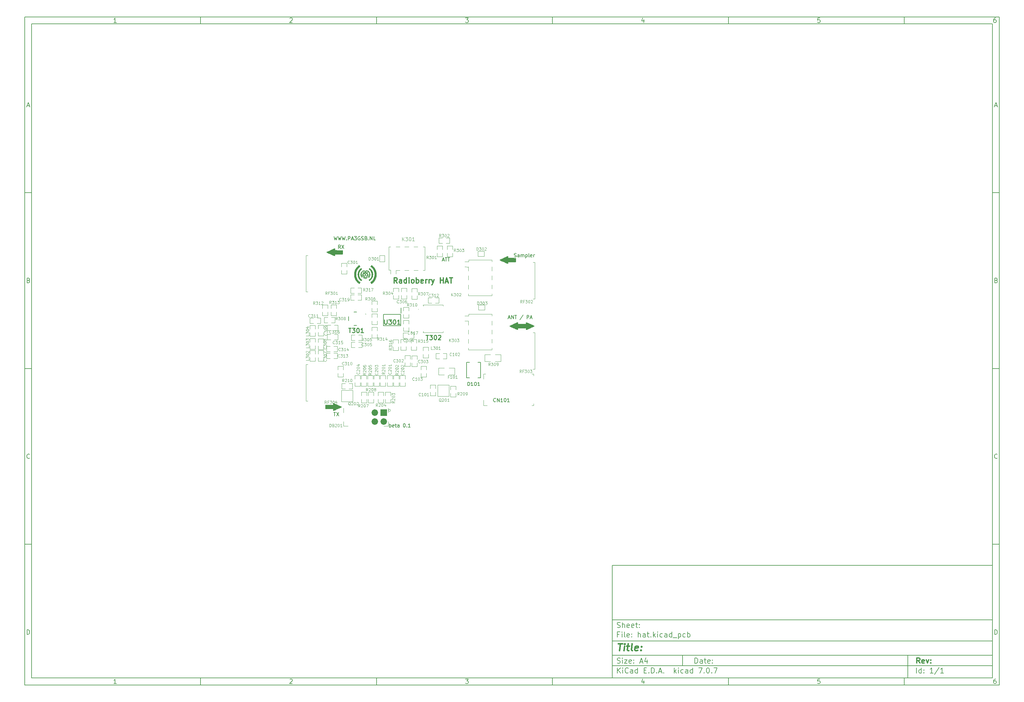
<source format=gto>
%TF.GenerationSoftware,KiCad,Pcbnew,7.0.7*%
%TF.CreationDate,2023-12-26T13:29:34+01:00*%
%TF.ProjectId,hat,6861742e-6b69-4636-9164-5f7063625858,rev?*%
%TF.SameCoordinates,Original*%
%TF.FileFunction,Legend,Top*%
%TF.FilePolarity,Positive*%
%FSLAX46Y46*%
G04 Gerber Fmt 4.6, Leading zero omitted, Abs format (unit mm)*
G04 Created by KiCad (PCBNEW 7.0.7) date 2023-12-26 13:29:34*
%MOMM*%
%LPD*%
G01*
G04 APERTURE LIST*
%ADD10C,0.100000*%
%ADD11C,0.150000*%
%ADD12C,0.300000*%
%ADD13C,0.400000*%
%ADD14C,0.200000*%
%ADD15C,0.254000*%
%ADD16C,0.010000*%
%ADD17C,0.120000*%
%ADD18R,1.850000X1.850000*%
%ADD19C,1.850000*%
G04 APERTURE END LIST*
D10*
D11*
X177002200Y-166007200D02*
X285002200Y-166007200D01*
X285002200Y-198007200D01*
X177002200Y-198007200D01*
X177002200Y-166007200D01*
D10*
D11*
X10000000Y-10000000D02*
X287002200Y-10000000D01*
X287002200Y-200007200D01*
X10000000Y-200007200D01*
X10000000Y-10000000D01*
D10*
D11*
X12000000Y-12000000D02*
X285002200Y-12000000D01*
X285002200Y-198007200D01*
X12000000Y-198007200D01*
X12000000Y-12000000D01*
D10*
D11*
X60000000Y-12000000D02*
X60000000Y-10000000D01*
D10*
D11*
X110000000Y-12000000D02*
X110000000Y-10000000D01*
D10*
D11*
X160000000Y-12000000D02*
X160000000Y-10000000D01*
D10*
D11*
X210000000Y-12000000D02*
X210000000Y-10000000D01*
D10*
D11*
X260000000Y-12000000D02*
X260000000Y-10000000D01*
D10*
D11*
X36089160Y-11593604D02*
X35346303Y-11593604D01*
X35717731Y-11593604D02*
X35717731Y-10293604D01*
X35717731Y-10293604D02*
X35593922Y-10479319D01*
X35593922Y-10479319D02*
X35470112Y-10603128D01*
X35470112Y-10603128D02*
X35346303Y-10665033D01*
D10*
D11*
X85346303Y-10417414D02*
X85408207Y-10355509D01*
X85408207Y-10355509D02*
X85532017Y-10293604D01*
X85532017Y-10293604D02*
X85841541Y-10293604D01*
X85841541Y-10293604D02*
X85965350Y-10355509D01*
X85965350Y-10355509D02*
X86027255Y-10417414D01*
X86027255Y-10417414D02*
X86089160Y-10541223D01*
X86089160Y-10541223D02*
X86089160Y-10665033D01*
X86089160Y-10665033D02*
X86027255Y-10850747D01*
X86027255Y-10850747D02*
X85284398Y-11593604D01*
X85284398Y-11593604D02*
X86089160Y-11593604D01*
D10*
D11*
X135284398Y-10293604D02*
X136089160Y-10293604D01*
X136089160Y-10293604D02*
X135655826Y-10788842D01*
X135655826Y-10788842D02*
X135841541Y-10788842D01*
X135841541Y-10788842D02*
X135965350Y-10850747D01*
X135965350Y-10850747D02*
X136027255Y-10912652D01*
X136027255Y-10912652D02*
X136089160Y-11036461D01*
X136089160Y-11036461D02*
X136089160Y-11345985D01*
X136089160Y-11345985D02*
X136027255Y-11469795D01*
X136027255Y-11469795D02*
X135965350Y-11531700D01*
X135965350Y-11531700D02*
X135841541Y-11593604D01*
X135841541Y-11593604D02*
X135470112Y-11593604D01*
X135470112Y-11593604D02*
X135346303Y-11531700D01*
X135346303Y-11531700D02*
X135284398Y-11469795D01*
D10*
D11*
X185965350Y-10726938D02*
X185965350Y-11593604D01*
X185655826Y-10231700D02*
X185346303Y-11160271D01*
X185346303Y-11160271D02*
X186151064Y-11160271D01*
D10*
D11*
X236027255Y-10293604D02*
X235408207Y-10293604D01*
X235408207Y-10293604D02*
X235346303Y-10912652D01*
X235346303Y-10912652D02*
X235408207Y-10850747D01*
X235408207Y-10850747D02*
X235532017Y-10788842D01*
X235532017Y-10788842D02*
X235841541Y-10788842D01*
X235841541Y-10788842D02*
X235965350Y-10850747D01*
X235965350Y-10850747D02*
X236027255Y-10912652D01*
X236027255Y-10912652D02*
X236089160Y-11036461D01*
X236089160Y-11036461D02*
X236089160Y-11345985D01*
X236089160Y-11345985D02*
X236027255Y-11469795D01*
X236027255Y-11469795D02*
X235965350Y-11531700D01*
X235965350Y-11531700D02*
X235841541Y-11593604D01*
X235841541Y-11593604D02*
X235532017Y-11593604D01*
X235532017Y-11593604D02*
X235408207Y-11531700D01*
X235408207Y-11531700D02*
X235346303Y-11469795D01*
D10*
D11*
X285965350Y-10293604D02*
X285717731Y-10293604D01*
X285717731Y-10293604D02*
X285593922Y-10355509D01*
X285593922Y-10355509D02*
X285532017Y-10417414D01*
X285532017Y-10417414D02*
X285408207Y-10603128D01*
X285408207Y-10603128D02*
X285346303Y-10850747D01*
X285346303Y-10850747D02*
X285346303Y-11345985D01*
X285346303Y-11345985D02*
X285408207Y-11469795D01*
X285408207Y-11469795D02*
X285470112Y-11531700D01*
X285470112Y-11531700D02*
X285593922Y-11593604D01*
X285593922Y-11593604D02*
X285841541Y-11593604D01*
X285841541Y-11593604D02*
X285965350Y-11531700D01*
X285965350Y-11531700D02*
X286027255Y-11469795D01*
X286027255Y-11469795D02*
X286089160Y-11345985D01*
X286089160Y-11345985D02*
X286089160Y-11036461D01*
X286089160Y-11036461D02*
X286027255Y-10912652D01*
X286027255Y-10912652D02*
X285965350Y-10850747D01*
X285965350Y-10850747D02*
X285841541Y-10788842D01*
X285841541Y-10788842D02*
X285593922Y-10788842D01*
X285593922Y-10788842D02*
X285470112Y-10850747D01*
X285470112Y-10850747D02*
X285408207Y-10912652D01*
X285408207Y-10912652D02*
X285346303Y-11036461D01*
D10*
D11*
X60000000Y-198007200D02*
X60000000Y-200007200D01*
D10*
D11*
X110000000Y-198007200D02*
X110000000Y-200007200D01*
D10*
D11*
X160000000Y-198007200D02*
X160000000Y-200007200D01*
D10*
D11*
X210000000Y-198007200D02*
X210000000Y-200007200D01*
D10*
D11*
X260000000Y-198007200D02*
X260000000Y-200007200D01*
D10*
D11*
X36089160Y-199600804D02*
X35346303Y-199600804D01*
X35717731Y-199600804D02*
X35717731Y-198300804D01*
X35717731Y-198300804D02*
X35593922Y-198486519D01*
X35593922Y-198486519D02*
X35470112Y-198610328D01*
X35470112Y-198610328D02*
X35346303Y-198672233D01*
D10*
D11*
X85346303Y-198424614D02*
X85408207Y-198362709D01*
X85408207Y-198362709D02*
X85532017Y-198300804D01*
X85532017Y-198300804D02*
X85841541Y-198300804D01*
X85841541Y-198300804D02*
X85965350Y-198362709D01*
X85965350Y-198362709D02*
X86027255Y-198424614D01*
X86027255Y-198424614D02*
X86089160Y-198548423D01*
X86089160Y-198548423D02*
X86089160Y-198672233D01*
X86089160Y-198672233D02*
X86027255Y-198857947D01*
X86027255Y-198857947D02*
X85284398Y-199600804D01*
X85284398Y-199600804D02*
X86089160Y-199600804D01*
D10*
D11*
X135284398Y-198300804D02*
X136089160Y-198300804D01*
X136089160Y-198300804D02*
X135655826Y-198796042D01*
X135655826Y-198796042D02*
X135841541Y-198796042D01*
X135841541Y-198796042D02*
X135965350Y-198857947D01*
X135965350Y-198857947D02*
X136027255Y-198919852D01*
X136027255Y-198919852D02*
X136089160Y-199043661D01*
X136089160Y-199043661D02*
X136089160Y-199353185D01*
X136089160Y-199353185D02*
X136027255Y-199476995D01*
X136027255Y-199476995D02*
X135965350Y-199538900D01*
X135965350Y-199538900D02*
X135841541Y-199600804D01*
X135841541Y-199600804D02*
X135470112Y-199600804D01*
X135470112Y-199600804D02*
X135346303Y-199538900D01*
X135346303Y-199538900D02*
X135284398Y-199476995D01*
D10*
D11*
X185965350Y-198734138D02*
X185965350Y-199600804D01*
X185655826Y-198238900D02*
X185346303Y-199167471D01*
X185346303Y-199167471D02*
X186151064Y-199167471D01*
D10*
D11*
X236027255Y-198300804D02*
X235408207Y-198300804D01*
X235408207Y-198300804D02*
X235346303Y-198919852D01*
X235346303Y-198919852D02*
X235408207Y-198857947D01*
X235408207Y-198857947D02*
X235532017Y-198796042D01*
X235532017Y-198796042D02*
X235841541Y-198796042D01*
X235841541Y-198796042D02*
X235965350Y-198857947D01*
X235965350Y-198857947D02*
X236027255Y-198919852D01*
X236027255Y-198919852D02*
X236089160Y-199043661D01*
X236089160Y-199043661D02*
X236089160Y-199353185D01*
X236089160Y-199353185D02*
X236027255Y-199476995D01*
X236027255Y-199476995D02*
X235965350Y-199538900D01*
X235965350Y-199538900D02*
X235841541Y-199600804D01*
X235841541Y-199600804D02*
X235532017Y-199600804D01*
X235532017Y-199600804D02*
X235408207Y-199538900D01*
X235408207Y-199538900D02*
X235346303Y-199476995D01*
D10*
D11*
X285965350Y-198300804D02*
X285717731Y-198300804D01*
X285717731Y-198300804D02*
X285593922Y-198362709D01*
X285593922Y-198362709D02*
X285532017Y-198424614D01*
X285532017Y-198424614D02*
X285408207Y-198610328D01*
X285408207Y-198610328D02*
X285346303Y-198857947D01*
X285346303Y-198857947D02*
X285346303Y-199353185D01*
X285346303Y-199353185D02*
X285408207Y-199476995D01*
X285408207Y-199476995D02*
X285470112Y-199538900D01*
X285470112Y-199538900D02*
X285593922Y-199600804D01*
X285593922Y-199600804D02*
X285841541Y-199600804D01*
X285841541Y-199600804D02*
X285965350Y-199538900D01*
X285965350Y-199538900D02*
X286027255Y-199476995D01*
X286027255Y-199476995D02*
X286089160Y-199353185D01*
X286089160Y-199353185D02*
X286089160Y-199043661D01*
X286089160Y-199043661D02*
X286027255Y-198919852D01*
X286027255Y-198919852D02*
X285965350Y-198857947D01*
X285965350Y-198857947D02*
X285841541Y-198796042D01*
X285841541Y-198796042D02*
X285593922Y-198796042D01*
X285593922Y-198796042D02*
X285470112Y-198857947D01*
X285470112Y-198857947D02*
X285408207Y-198919852D01*
X285408207Y-198919852D02*
X285346303Y-199043661D01*
D10*
D11*
X10000000Y-60000000D02*
X12000000Y-60000000D01*
D10*
D11*
X10000000Y-110000000D02*
X12000000Y-110000000D01*
D10*
D11*
X10000000Y-160000000D02*
X12000000Y-160000000D01*
D10*
D11*
X10690476Y-35222176D02*
X11309523Y-35222176D01*
X10566666Y-35593604D02*
X10999999Y-34293604D01*
X10999999Y-34293604D02*
X11433333Y-35593604D01*
D10*
D11*
X11092857Y-84912652D02*
X11278571Y-84974557D01*
X11278571Y-84974557D02*
X11340476Y-85036461D01*
X11340476Y-85036461D02*
X11402380Y-85160271D01*
X11402380Y-85160271D02*
X11402380Y-85345985D01*
X11402380Y-85345985D02*
X11340476Y-85469795D01*
X11340476Y-85469795D02*
X11278571Y-85531700D01*
X11278571Y-85531700D02*
X11154761Y-85593604D01*
X11154761Y-85593604D02*
X10659523Y-85593604D01*
X10659523Y-85593604D02*
X10659523Y-84293604D01*
X10659523Y-84293604D02*
X11092857Y-84293604D01*
X11092857Y-84293604D02*
X11216666Y-84355509D01*
X11216666Y-84355509D02*
X11278571Y-84417414D01*
X11278571Y-84417414D02*
X11340476Y-84541223D01*
X11340476Y-84541223D02*
X11340476Y-84665033D01*
X11340476Y-84665033D02*
X11278571Y-84788842D01*
X11278571Y-84788842D02*
X11216666Y-84850747D01*
X11216666Y-84850747D02*
X11092857Y-84912652D01*
X11092857Y-84912652D02*
X10659523Y-84912652D01*
D10*
D11*
X11402380Y-135469795D02*
X11340476Y-135531700D01*
X11340476Y-135531700D02*
X11154761Y-135593604D01*
X11154761Y-135593604D02*
X11030952Y-135593604D01*
X11030952Y-135593604D02*
X10845238Y-135531700D01*
X10845238Y-135531700D02*
X10721428Y-135407890D01*
X10721428Y-135407890D02*
X10659523Y-135284080D01*
X10659523Y-135284080D02*
X10597619Y-135036461D01*
X10597619Y-135036461D02*
X10597619Y-134850747D01*
X10597619Y-134850747D02*
X10659523Y-134603128D01*
X10659523Y-134603128D02*
X10721428Y-134479319D01*
X10721428Y-134479319D02*
X10845238Y-134355509D01*
X10845238Y-134355509D02*
X11030952Y-134293604D01*
X11030952Y-134293604D02*
X11154761Y-134293604D01*
X11154761Y-134293604D02*
X11340476Y-134355509D01*
X11340476Y-134355509D02*
X11402380Y-134417414D01*
D10*
D11*
X10659523Y-185593604D02*
X10659523Y-184293604D01*
X10659523Y-184293604D02*
X10969047Y-184293604D01*
X10969047Y-184293604D02*
X11154761Y-184355509D01*
X11154761Y-184355509D02*
X11278571Y-184479319D01*
X11278571Y-184479319D02*
X11340476Y-184603128D01*
X11340476Y-184603128D02*
X11402380Y-184850747D01*
X11402380Y-184850747D02*
X11402380Y-185036461D01*
X11402380Y-185036461D02*
X11340476Y-185284080D01*
X11340476Y-185284080D02*
X11278571Y-185407890D01*
X11278571Y-185407890D02*
X11154761Y-185531700D01*
X11154761Y-185531700D02*
X10969047Y-185593604D01*
X10969047Y-185593604D02*
X10659523Y-185593604D01*
D10*
D11*
X287002200Y-60000000D02*
X285002200Y-60000000D01*
D10*
D11*
X287002200Y-110000000D02*
X285002200Y-110000000D01*
D10*
D11*
X287002200Y-160000000D02*
X285002200Y-160000000D01*
D10*
D11*
X285692676Y-35222176D02*
X286311723Y-35222176D01*
X285568866Y-35593604D02*
X286002199Y-34293604D01*
X286002199Y-34293604D02*
X286435533Y-35593604D01*
D10*
D11*
X286095057Y-84912652D02*
X286280771Y-84974557D01*
X286280771Y-84974557D02*
X286342676Y-85036461D01*
X286342676Y-85036461D02*
X286404580Y-85160271D01*
X286404580Y-85160271D02*
X286404580Y-85345985D01*
X286404580Y-85345985D02*
X286342676Y-85469795D01*
X286342676Y-85469795D02*
X286280771Y-85531700D01*
X286280771Y-85531700D02*
X286156961Y-85593604D01*
X286156961Y-85593604D02*
X285661723Y-85593604D01*
X285661723Y-85593604D02*
X285661723Y-84293604D01*
X285661723Y-84293604D02*
X286095057Y-84293604D01*
X286095057Y-84293604D02*
X286218866Y-84355509D01*
X286218866Y-84355509D02*
X286280771Y-84417414D01*
X286280771Y-84417414D02*
X286342676Y-84541223D01*
X286342676Y-84541223D02*
X286342676Y-84665033D01*
X286342676Y-84665033D02*
X286280771Y-84788842D01*
X286280771Y-84788842D02*
X286218866Y-84850747D01*
X286218866Y-84850747D02*
X286095057Y-84912652D01*
X286095057Y-84912652D02*
X285661723Y-84912652D01*
D10*
D11*
X286404580Y-135469795D02*
X286342676Y-135531700D01*
X286342676Y-135531700D02*
X286156961Y-135593604D01*
X286156961Y-135593604D02*
X286033152Y-135593604D01*
X286033152Y-135593604D02*
X285847438Y-135531700D01*
X285847438Y-135531700D02*
X285723628Y-135407890D01*
X285723628Y-135407890D02*
X285661723Y-135284080D01*
X285661723Y-135284080D02*
X285599819Y-135036461D01*
X285599819Y-135036461D02*
X285599819Y-134850747D01*
X285599819Y-134850747D02*
X285661723Y-134603128D01*
X285661723Y-134603128D02*
X285723628Y-134479319D01*
X285723628Y-134479319D02*
X285847438Y-134355509D01*
X285847438Y-134355509D02*
X286033152Y-134293604D01*
X286033152Y-134293604D02*
X286156961Y-134293604D01*
X286156961Y-134293604D02*
X286342676Y-134355509D01*
X286342676Y-134355509D02*
X286404580Y-134417414D01*
D10*
D11*
X285661723Y-185593604D02*
X285661723Y-184293604D01*
X285661723Y-184293604D02*
X285971247Y-184293604D01*
X285971247Y-184293604D02*
X286156961Y-184355509D01*
X286156961Y-184355509D02*
X286280771Y-184479319D01*
X286280771Y-184479319D02*
X286342676Y-184603128D01*
X286342676Y-184603128D02*
X286404580Y-184850747D01*
X286404580Y-184850747D02*
X286404580Y-185036461D01*
X286404580Y-185036461D02*
X286342676Y-185284080D01*
X286342676Y-185284080D02*
X286280771Y-185407890D01*
X286280771Y-185407890D02*
X286156961Y-185531700D01*
X286156961Y-185531700D02*
X285971247Y-185593604D01*
X285971247Y-185593604D02*
X285661723Y-185593604D01*
D10*
D11*
X200458026Y-193793328D02*
X200458026Y-192293328D01*
X200458026Y-192293328D02*
X200815169Y-192293328D01*
X200815169Y-192293328D02*
X201029455Y-192364757D01*
X201029455Y-192364757D02*
X201172312Y-192507614D01*
X201172312Y-192507614D02*
X201243741Y-192650471D01*
X201243741Y-192650471D02*
X201315169Y-192936185D01*
X201315169Y-192936185D02*
X201315169Y-193150471D01*
X201315169Y-193150471D02*
X201243741Y-193436185D01*
X201243741Y-193436185D02*
X201172312Y-193579042D01*
X201172312Y-193579042D02*
X201029455Y-193721900D01*
X201029455Y-193721900D02*
X200815169Y-193793328D01*
X200815169Y-193793328D02*
X200458026Y-193793328D01*
X202600884Y-193793328D02*
X202600884Y-193007614D01*
X202600884Y-193007614D02*
X202529455Y-192864757D01*
X202529455Y-192864757D02*
X202386598Y-192793328D01*
X202386598Y-192793328D02*
X202100884Y-192793328D01*
X202100884Y-192793328D02*
X201958026Y-192864757D01*
X202600884Y-193721900D02*
X202458026Y-193793328D01*
X202458026Y-193793328D02*
X202100884Y-193793328D01*
X202100884Y-193793328D02*
X201958026Y-193721900D01*
X201958026Y-193721900D02*
X201886598Y-193579042D01*
X201886598Y-193579042D02*
X201886598Y-193436185D01*
X201886598Y-193436185D02*
X201958026Y-193293328D01*
X201958026Y-193293328D02*
X202100884Y-193221900D01*
X202100884Y-193221900D02*
X202458026Y-193221900D01*
X202458026Y-193221900D02*
X202600884Y-193150471D01*
X203100884Y-192793328D02*
X203672312Y-192793328D01*
X203315169Y-192293328D02*
X203315169Y-193579042D01*
X203315169Y-193579042D02*
X203386598Y-193721900D01*
X203386598Y-193721900D02*
X203529455Y-193793328D01*
X203529455Y-193793328D02*
X203672312Y-193793328D01*
X204743741Y-193721900D02*
X204600884Y-193793328D01*
X204600884Y-193793328D02*
X204315170Y-193793328D01*
X204315170Y-193793328D02*
X204172312Y-193721900D01*
X204172312Y-193721900D02*
X204100884Y-193579042D01*
X204100884Y-193579042D02*
X204100884Y-193007614D01*
X204100884Y-193007614D02*
X204172312Y-192864757D01*
X204172312Y-192864757D02*
X204315170Y-192793328D01*
X204315170Y-192793328D02*
X204600884Y-192793328D01*
X204600884Y-192793328D02*
X204743741Y-192864757D01*
X204743741Y-192864757D02*
X204815170Y-193007614D01*
X204815170Y-193007614D02*
X204815170Y-193150471D01*
X204815170Y-193150471D02*
X204100884Y-193293328D01*
X205458026Y-193650471D02*
X205529455Y-193721900D01*
X205529455Y-193721900D02*
X205458026Y-193793328D01*
X205458026Y-193793328D02*
X205386598Y-193721900D01*
X205386598Y-193721900D02*
X205458026Y-193650471D01*
X205458026Y-193650471D02*
X205458026Y-193793328D01*
X205458026Y-192864757D02*
X205529455Y-192936185D01*
X205529455Y-192936185D02*
X205458026Y-193007614D01*
X205458026Y-193007614D02*
X205386598Y-192936185D01*
X205386598Y-192936185D02*
X205458026Y-192864757D01*
X205458026Y-192864757D02*
X205458026Y-193007614D01*
D10*
D11*
X177002200Y-194507200D02*
X285002200Y-194507200D01*
D10*
D11*
X178458026Y-196593328D02*
X178458026Y-195093328D01*
X179315169Y-196593328D02*
X178672312Y-195736185D01*
X179315169Y-195093328D02*
X178458026Y-195950471D01*
X179958026Y-196593328D02*
X179958026Y-195593328D01*
X179958026Y-195093328D02*
X179886598Y-195164757D01*
X179886598Y-195164757D02*
X179958026Y-195236185D01*
X179958026Y-195236185D02*
X180029455Y-195164757D01*
X180029455Y-195164757D02*
X179958026Y-195093328D01*
X179958026Y-195093328D02*
X179958026Y-195236185D01*
X181529455Y-196450471D02*
X181458027Y-196521900D01*
X181458027Y-196521900D02*
X181243741Y-196593328D01*
X181243741Y-196593328D02*
X181100884Y-196593328D01*
X181100884Y-196593328D02*
X180886598Y-196521900D01*
X180886598Y-196521900D02*
X180743741Y-196379042D01*
X180743741Y-196379042D02*
X180672312Y-196236185D01*
X180672312Y-196236185D02*
X180600884Y-195950471D01*
X180600884Y-195950471D02*
X180600884Y-195736185D01*
X180600884Y-195736185D02*
X180672312Y-195450471D01*
X180672312Y-195450471D02*
X180743741Y-195307614D01*
X180743741Y-195307614D02*
X180886598Y-195164757D01*
X180886598Y-195164757D02*
X181100884Y-195093328D01*
X181100884Y-195093328D02*
X181243741Y-195093328D01*
X181243741Y-195093328D02*
X181458027Y-195164757D01*
X181458027Y-195164757D02*
X181529455Y-195236185D01*
X182815170Y-196593328D02*
X182815170Y-195807614D01*
X182815170Y-195807614D02*
X182743741Y-195664757D01*
X182743741Y-195664757D02*
X182600884Y-195593328D01*
X182600884Y-195593328D02*
X182315170Y-195593328D01*
X182315170Y-195593328D02*
X182172312Y-195664757D01*
X182815170Y-196521900D02*
X182672312Y-196593328D01*
X182672312Y-196593328D02*
X182315170Y-196593328D01*
X182315170Y-196593328D02*
X182172312Y-196521900D01*
X182172312Y-196521900D02*
X182100884Y-196379042D01*
X182100884Y-196379042D02*
X182100884Y-196236185D01*
X182100884Y-196236185D02*
X182172312Y-196093328D01*
X182172312Y-196093328D02*
X182315170Y-196021900D01*
X182315170Y-196021900D02*
X182672312Y-196021900D01*
X182672312Y-196021900D02*
X182815170Y-195950471D01*
X184172313Y-196593328D02*
X184172313Y-195093328D01*
X184172313Y-196521900D02*
X184029455Y-196593328D01*
X184029455Y-196593328D02*
X183743741Y-196593328D01*
X183743741Y-196593328D02*
X183600884Y-196521900D01*
X183600884Y-196521900D02*
X183529455Y-196450471D01*
X183529455Y-196450471D02*
X183458027Y-196307614D01*
X183458027Y-196307614D02*
X183458027Y-195879042D01*
X183458027Y-195879042D02*
X183529455Y-195736185D01*
X183529455Y-195736185D02*
X183600884Y-195664757D01*
X183600884Y-195664757D02*
X183743741Y-195593328D01*
X183743741Y-195593328D02*
X184029455Y-195593328D01*
X184029455Y-195593328D02*
X184172313Y-195664757D01*
X186029455Y-195807614D02*
X186529455Y-195807614D01*
X186743741Y-196593328D02*
X186029455Y-196593328D01*
X186029455Y-196593328D02*
X186029455Y-195093328D01*
X186029455Y-195093328D02*
X186743741Y-195093328D01*
X187386598Y-196450471D02*
X187458027Y-196521900D01*
X187458027Y-196521900D02*
X187386598Y-196593328D01*
X187386598Y-196593328D02*
X187315170Y-196521900D01*
X187315170Y-196521900D02*
X187386598Y-196450471D01*
X187386598Y-196450471D02*
X187386598Y-196593328D01*
X188100884Y-196593328D02*
X188100884Y-195093328D01*
X188100884Y-195093328D02*
X188458027Y-195093328D01*
X188458027Y-195093328D02*
X188672313Y-195164757D01*
X188672313Y-195164757D02*
X188815170Y-195307614D01*
X188815170Y-195307614D02*
X188886599Y-195450471D01*
X188886599Y-195450471D02*
X188958027Y-195736185D01*
X188958027Y-195736185D02*
X188958027Y-195950471D01*
X188958027Y-195950471D02*
X188886599Y-196236185D01*
X188886599Y-196236185D02*
X188815170Y-196379042D01*
X188815170Y-196379042D02*
X188672313Y-196521900D01*
X188672313Y-196521900D02*
X188458027Y-196593328D01*
X188458027Y-196593328D02*
X188100884Y-196593328D01*
X189600884Y-196450471D02*
X189672313Y-196521900D01*
X189672313Y-196521900D02*
X189600884Y-196593328D01*
X189600884Y-196593328D02*
X189529456Y-196521900D01*
X189529456Y-196521900D02*
X189600884Y-196450471D01*
X189600884Y-196450471D02*
X189600884Y-196593328D01*
X190243742Y-196164757D02*
X190958028Y-196164757D01*
X190100885Y-196593328D02*
X190600885Y-195093328D01*
X190600885Y-195093328D02*
X191100885Y-196593328D01*
X191600884Y-196450471D02*
X191672313Y-196521900D01*
X191672313Y-196521900D02*
X191600884Y-196593328D01*
X191600884Y-196593328D02*
X191529456Y-196521900D01*
X191529456Y-196521900D02*
X191600884Y-196450471D01*
X191600884Y-196450471D02*
X191600884Y-196593328D01*
X194600884Y-196593328D02*
X194600884Y-195093328D01*
X194743742Y-196021900D02*
X195172313Y-196593328D01*
X195172313Y-195593328D02*
X194600884Y-196164757D01*
X195815170Y-196593328D02*
X195815170Y-195593328D01*
X195815170Y-195093328D02*
X195743742Y-195164757D01*
X195743742Y-195164757D02*
X195815170Y-195236185D01*
X195815170Y-195236185D02*
X195886599Y-195164757D01*
X195886599Y-195164757D02*
X195815170Y-195093328D01*
X195815170Y-195093328D02*
X195815170Y-195236185D01*
X197172314Y-196521900D02*
X197029456Y-196593328D01*
X197029456Y-196593328D02*
X196743742Y-196593328D01*
X196743742Y-196593328D02*
X196600885Y-196521900D01*
X196600885Y-196521900D02*
X196529456Y-196450471D01*
X196529456Y-196450471D02*
X196458028Y-196307614D01*
X196458028Y-196307614D02*
X196458028Y-195879042D01*
X196458028Y-195879042D02*
X196529456Y-195736185D01*
X196529456Y-195736185D02*
X196600885Y-195664757D01*
X196600885Y-195664757D02*
X196743742Y-195593328D01*
X196743742Y-195593328D02*
X197029456Y-195593328D01*
X197029456Y-195593328D02*
X197172314Y-195664757D01*
X198458028Y-196593328D02*
X198458028Y-195807614D01*
X198458028Y-195807614D02*
X198386599Y-195664757D01*
X198386599Y-195664757D02*
X198243742Y-195593328D01*
X198243742Y-195593328D02*
X197958028Y-195593328D01*
X197958028Y-195593328D02*
X197815170Y-195664757D01*
X198458028Y-196521900D02*
X198315170Y-196593328D01*
X198315170Y-196593328D02*
X197958028Y-196593328D01*
X197958028Y-196593328D02*
X197815170Y-196521900D01*
X197815170Y-196521900D02*
X197743742Y-196379042D01*
X197743742Y-196379042D02*
X197743742Y-196236185D01*
X197743742Y-196236185D02*
X197815170Y-196093328D01*
X197815170Y-196093328D02*
X197958028Y-196021900D01*
X197958028Y-196021900D02*
X198315170Y-196021900D01*
X198315170Y-196021900D02*
X198458028Y-195950471D01*
X199815171Y-196593328D02*
X199815171Y-195093328D01*
X199815171Y-196521900D02*
X199672313Y-196593328D01*
X199672313Y-196593328D02*
X199386599Y-196593328D01*
X199386599Y-196593328D02*
X199243742Y-196521900D01*
X199243742Y-196521900D02*
X199172313Y-196450471D01*
X199172313Y-196450471D02*
X199100885Y-196307614D01*
X199100885Y-196307614D02*
X199100885Y-195879042D01*
X199100885Y-195879042D02*
X199172313Y-195736185D01*
X199172313Y-195736185D02*
X199243742Y-195664757D01*
X199243742Y-195664757D02*
X199386599Y-195593328D01*
X199386599Y-195593328D02*
X199672313Y-195593328D01*
X199672313Y-195593328D02*
X199815171Y-195664757D01*
X201529456Y-195093328D02*
X202529456Y-195093328D01*
X202529456Y-195093328D02*
X201886599Y-196593328D01*
X203100884Y-196450471D02*
X203172313Y-196521900D01*
X203172313Y-196521900D02*
X203100884Y-196593328D01*
X203100884Y-196593328D02*
X203029456Y-196521900D01*
X203029456Y-196521900D02*
X203100884Y-196450471D01*
X203100884Y-196450471D02*
X203100884Y-196593328D01*
X204100885Y-195093328D02*
X204243742Y-195093328D01*
X204243742Y-195093328D02*
X204386599Y-195164757D01*
X204386599Y-195164757D02*
X204458028Y-195236185D01*
X204458028Y-195236185D02*
X204529456Y-195379042D01*
X204529456Y-195379042D02*
X204600885Y-195664757D01*
X204600885Y-195664757D02*
X204600885Y-196021900D01*
X204600885Y-196021900D02*
X204529456Y-196307614D01*
X204529456Y-196307614D02*
X204458028Y-196450471D01*
X204458028Y-196450471D02*
X204386599Y-196521900D01*
X204386599Y-196521900D02*
X204243742Y-196593328D01*
X204243742Y-196593328D02*
X204100885Y-196593328D01*
X204100885Y-196593328D02*
X203958028Y-196521900D01*
X203958028Y-196521900D02*
X203886599Y-196450471D01*
X203886599Y-196450471D02*
X203815170Y-196307614D01*
X203815170Y-196307614D02*
X203743742Y-196021900D01*
X203743742Y-196021900D02*
X203743742Y-195664757D01*
X203743742Y-195664757D02*
X203815170Y-195379042D01*
X203815170Y-195379042D02*
X203886599Y-195236185D01*
X203886599Y-195236185D02*
X203958028Y-195164757D01*
X203958028Y-195164757D02*
X204100885Y-195093328D01*
X205243741Y-196450471D02*
X205315170Y-196521900D01*
X205315170Y-196521900D02*
X205243741Y-196593328D01*
X205243741Y-196593328D02*
X205172313Y-196521900D01*
X205172313Y-196521900D02*
X205243741Y-196450471D01*
X205243741Y-196450471D02*
X205243741Y-196593328D01*
X205815170Y-195093328D02*
X206815170Y-195093328D01*
X206815170Y-195093328D02*
X206172313Y-196593328D01*
D10*
D11*
X177002200Y-191507200D02*
X285002200Y-191507200D01*
D10*
D12*
X264413853Y-193785528D02*
X263913853Y-193071242D01*
X263556710Y-193785528D02*
X263556710Y-192285528D01*
X263556710Y-192285528D02*
X264128139Y-192285528D01*
X264128139Y-192285528D02*
X264270996Y-192356957D01*
X264270996Y-192356957D02*
X264342425Y-192428385D01*
X264342425Y-192428385D02*
X264413853Y-192571242D01*
X264413853Y-192571242D02*
X264413853Y-192785528D01*
X264413853Y-192785528D02*
X264342425Y-192928385D01*
X264342425Y-192928385D02*
X264270996Y-192999814D01*
X264270996Y-192999814D02*
X264128139Y-193071242D01*
X264128139Y-193071242D02*
X263556710Y-193071242D01*
X265628139Y-193714100D02*
X265485282Y-193785528D01*
X265485282Y-193785528D02*
X265199568Y-193785528D01*
X265199568Y-193785528D02*
X265056710Y-193714100D01*
X265056710Y-193714100D02*
X264985282Y-193571242D01*
X264985282Y-193571242D02*
X264985282Y-192999814D01*
X264985282Y-192999814D02*
X265056710Y-192856957D01*
X265056710Y-192856957D02*
X265199568Y-192785528D01*
X265199568Y-192785528D02*
X265485282Y-192785528D01*
X265485282Y-192785528D02*
X265628139Y-192856957D01*
X265628139Y-192856957D02*
X265699568Y-192999814D01*
X265699568Y-192999814D02*
X265699568Y-193142671D01*
X265699568Y-193142671D02*
X264985282Y-193285528D01*
X266199567Y-192785528D02*
X266556710Y-193785528D01*
X266556710Y-193785528D02*
X266913853Y-192785528D01*
X267485281Y-193642671D02*
X267556710Y-193714100D01*
X267556710Y-193714100D02*
X267485281Y-193785528D01*
X267485281Y-193785528D02*
X267413853Y-193714100D01*
X267413853Y-193714100D02*
X267485281Y-193642671D01*
X267485281Y-193642671D02*
X267485281Y-193785528D01*
X267485281Y-192856957D02*
X267556710Y-192928385D01*
X267556710Y-192928385D02*
X267485281Y-192999814D01*
X267485281Y-192999814D02*
X267413853Y-192928385D01*
X267413853Y-192928385D02*
X267485281Y-192856957D01*
X267485281Y-192856957D02*
X267485281Y-192999814D01*
D10*
D11*
X178386598Y-193721900D02*
X178600884Y-193793328D01*
X178600884Y-193793328D02*
X178958026Y-193793328D01*
X178958026Y-193793328D02*
X179100884Y-193721900D01*
X179100884Y-193721900D02*
X179172312Y-193650471D01*
X179172312Y-193650471D02*
X179243741Y-193507614D01*
X179243741Y-193507614D02*
X179243741Y-193364757D01*
X179243741Y-193364757D02*
X179172312Y-193221900D01*
X179172312Y-193221900D02*
X179100884Y-193150471D01*
X179100884Y-193150471D02*
X178958026Y-193079042D01*
X178958026Y-193079042D02*
X178672312Y-193007614D01*
X178672312Y-193007614D02*
X178529455Y-192936185D01*
X178529455Y-192936185D02*
X178458026Y-192864757D01*
X178458026Y-192864757D02*
X178386598Y-192721900D01*
X178386598Y-192721900D02*
X178386598Y-192579042D01*
X178386598Y-192579042D02*
X178458026Y-192436185D01*
X178458026Y-192436185D02*
X178529455Y-192364757D01*
X178529455Y-192364757D02*
X178672312Y-192293328D01*
X178672312Y-192293328D02*
X179029455Y-192293328D01*
X179029455Y-192293328D02*
X179243741Y-192364757D01*
X179886597Y-193793328D02*
X179886597Y-192793328D01*
X179886597Y-192293328D02*
X179815169Y-192364757D01*
X179815169Y-192364757D02*
X179886597Y-192436185D01*
X179886597Y-192436185D02*
X179958026Y-192364757D01*
X179958026Y-192364757D02*
X179886597Y-192293328D01*
X179886597Y-192293328D02*
X179886597Y-192436185D01*
X180458026Y-192793328D02*
X181243741Y-192793328D01*
X181243741Y-192793328D02*
X180458026Y-193793328D01*
X180458026Y-193793328D02*
X181243741Y-193793328D01*
X182386598Y-193721900D02*
X182243741Y-193793328D01*
X182243741Y-193793328D02*
X181958027Y-193793328D01*
X181958027Y-193793328D02*
X181815169Y-193721900D01*
X181815169Y-193721900D02*
X181743741Y-193579042D01*
X181743741Y-193579042D02*
X181743741Y-193007614D01*
X181743741Y-193007614D02*
X181815169Y-192864757D01*
X181815169Y-192864757D02*
X181958027Y-192793328D01*
X181958027Y-192793328D02*
X182243741Y-192793328D01*
X182243741Y-192793328D02*
X182386598Y-192864757D01*
X182386598Y-192864757D02*
X182458027Y-193007614D01*
X182458027Y-193007614D02*
X182458027Y-193150471D01*
X182458027Y-193150471D02*
X181743741Y-193293328D01*
X183100883Y-193650471D02*
X183172312Y-193721900D01*
X183172312Y-193721900D02*
X183100883Y-193793328D01*
X183100883Y-193793328D02*
X183029455Y-193721900D01*
X183029455Y-193721900D02*
X183100883Y-193650471D01*
X183100883Y-193650471D02*
X183100883Y-193793328D01*
X183100883Y-192864757D02*
X183172312Y-192936185D01*
X183172312Y-192936185D02*
X183100883Y-193007614D01*
X183100883Y-193007614D02*
X183029455Y-192936185D01*
X183029455Y-192936185D02*
X183100883Y-192864757D01*
X183100883Y-192864757D02*
X183100883Y-193007614D01*
X184886598Y-193364757D02*
X185600884Y-193364757D01*
X184743741Y-193793328D02*
X185243741Y-192293328D01*
X185243741Y-192293328D02*
X185743741Y-193793328D01*
X186886598Y-192793328D02*
X186886598Y-193793328D01*
X186529455Y-192221900D02*
X186172312Y-193293328D01*
X186172312Y-193293328D02*
X187100883Y-193293328D01*
D10*
D11*
X263458026Y-196593328D02*
X263458026Y-195093328D01*
X264815170Y-196593328D02*
X264815170Y-195093328D01*
X264815170Y-196521900D02*
X264672312Y-196593328D01*
X264672312Y-196593328D02*
X264386598Y-196593328D01*
X264386598Y-196593328D02*
X264243741Y-196521900D01*
X264243741Y-196521900D02*
X264172312Y-196450471D01*
X264172312Y-196450471D02*
X264100884Y-196307614D01*
X264100884Y-196307614D02*
X264100884Y-195879042D01*
X264100884Y-195879042D02*
X264172312Y-195736185D01*
X264172312Y-195736185D02*
X264243741Y-195664757D01*
X264243741Y-195664757D02*
X264386598Y-195593328D01*
X264386598Y-195593328D02*
X264672312Y-195593328D01*
X264672312Y-195593328D02*
X264815170Y-195664757D01*
X265529455Y-196450471D02*
X265600884Y-196521900D01*
X265600884Y-196521900D02*
X265529455Y-196593328D01*
X265529455Y-196593328D02*
X265458027Y-196521900D01*
X265458027Y-196521900D02*
X265529455Y-196450471D01*
X265529455Y-196450471D02*
X265529455Y-196593328D01*
X265529455Y-195664757D02*
X265600884Y-195736185D01*
X265600884Y-195736185D02*
X265529455Y-195807614D01*
X265529455Y-195807614D02*
X265458027Y-195736185D01*
X265458027Y-195736185D02*
X265529455Y-195664757D01*
X265529455Y-195664757D02*
X265529455Y-195807614D01*
X268172313Y-196593328D02*
X267315170Y-196593328D01*
X267743741Y-196593328D02*
X267743741Y-195093328D01*
X267743741Y-195093328D02*
X267600884Y-195307614D01*
X267600884Y-195307614D02*
X267458027Y-195450471D01*
X267458027Y-195450471D02*
X267315170Y-195521900D01*
X269886598Y-195021900D02*
X268600884Y-196950471D01*
X271172313Y-196593328D02*
X270315170Y-196593328D01*
X270743741Y-196593328D02*
X270743741Y-195093328D01*
X270743741Y-195093328D02*
X270600884Y-195307614D01*
X270600884Y-195307614D02*
X270458027Y-195450471D01*
X270458027Y-195450471D02*
X270315170Y-195521900D01*
D10*
D11*
X177002200Y-187507200D02*
X285002200Y-187507200D01*
D10*
D13*
X178693928Y-188211638D02*
X179836785Y-188211638D01*
X179015357Y-190211638D02*
X179265357Y-188211638D01*
X180253452Y-190211638D02*
X180420119Y-188878304D01*
X180503452Y-188211638D02*
X180396309Y-188306876D01*
X180396309Y-188306876D02*
X180479643Y-188402114D01*
X180479643Y-188402114D02*
X180586786Y-188306876D01*
X180586786Y-188306876D02*
X180503452Y-188211638D01*
X180503452Y-188211638D02*
X180479643Y-188402114D01*
X181086786Y-188878304D02*
X181848690Y-188878304D01*
X181455833Y-188211638D02*
X181241548Y-189925923D01*
X181241548Y-189925923D02*
X181312976Y-190116400D01*
X181312976Y-190116400D02*
X181491548Y-190211638D01*
X181491548Y-190211638D02*
X181682024Y-190211638D01*
X182634405Y-190211638D02*
X182455833Y-190116400D01*
X182455833Y-190116400D02*
X182384405Y-189925923D01*
X182384405Y-189925923D02*
X182598690Y-188211638D01*
X184170119Y-190116400D02*
X183967738Y-190211638D01*
X183967738Y-190211638D02*
X183586785Y-190211638D01*
X183586785Y-190211638D02*
X183408214Y-190116400D01*
X183408214Y-190116400D02*
X183336785Y-189925923D01*
X183336785Y-189925923D02*
X183432024Y-189164019D01*
X183432024Y-189164019D02*
X183551071Y-188973542D01*
X183551071Y-188973542D02*
X183753452Y-188878304D01*
X183753452Y-188878304D02*
X184134404Y-188878304D01*
X184134404Y-188878304D02*
X184312976Y-188973542D01*
X184312976Y-188973542D02*
X184384404Y-189164019D01*
X184384404Y-189164019D02*
X184360595Y-189354495D01*
X184360595Y-189354495D02*
X183384404Y-189544971D01*
X185134405Y-190021161D02*
X185217738Y-190116400D01*
X185217738Y-190116400D02*
X185110595Y-190211638D01*
X185110595Y-190211638D02*
X185027262Y-190116400D01*
X185027262Y-190116400D02*
X185134405Y-190021161D01*
X185134405Y-190021161D02*
X185110595Y-190211638D01*
X185265357Y-188973542D02*
X185348690Y-189068780D01*
X185348690Y-189068780D02*
X185241548Y-189164019D01*
X185241548Y-189164019D02*
X185158214Y-189068780D01*
X185158214Y-189068780D02*
X185265357Y-188973542D01*
X185265357Y-188973542D02*
X185241548Y-189164019D01*
D10*
D11*
X178958026Y-185607614D02*
X178458026Y-185607614D01*
X178458026Y-186393328D02*
X178458026Y-184893328D01*
X178458026Y-184893328D02*
X179172312Y-184893328D01*
X179743740Y-186393328D02*
X179743740Y-185393328D01*
X179743740Y-184893328D02*
X179672312Y-184964757D01*
X179672312Y-184964757D02*
X179743740Y-185036185D01*
X179743740Y-185036185D02*
X179815169Y-184964757D01*
X179815169Y-184964757D02*
X179743740Y-184893328D01*
X179743740Y-184893328D02*
X179743740Y-185036185D01*
X180672312Y-186393328D02*
X180529455Y-186321900D01*
X180529455Y-186321900D02*
X180458026Y-186179042D01*
X180458026Y-186179042D02*
X180458026Y-184893328D01*
X181815169Y-186321900D02*
X181672312Y-186393328D01*
X181672312Y-186393328D02*
X181386598Y-186393328D01*
X181386598Y-186393328D02*
X181243740Y-186321900D01*
X181243740Y-186321900D02*
X181172312Y-186179042D01*
X181172312Y-186179042D02*
X181172312Y-185607614D01*
X181172312Y-185607614D02*
X181243740Y-185464757D01*
X181243740Y-185464757D02*
X181386598Y-185393328D01*
X181386598Y-185393328D02*
X181672312Y-185393328D01*
X181672312Y-185393328D02*
X181815169Y-185464757D01*
X181815169Y-185464757D02*
X181886598Y-185607614D01*
X181886598Y-185607614D02*
X181886598Y-185750471D01*
X181886598Y-185750471D02*
X181172312Y-185893328D01*
X182529454Y-186250471D02*
X182600883Y-186321900D01*
X182600883Y-186321900D02*
X182529454Y-186393328D01*
X182529454Y-186393328D02*
X182458026Y-186321900D01*
X182458026Y-186321900D02*
X182529454Y-186250471D01*
X182529454Y-186250471D02*
X182529454Y-186393328D01*
X182529454Y-185464757D02*
X182600883Y-185536185D01*
X182600883Y-185536185D02*
X182529454Y-185607614D01*
X182529454Y-185607614D02*
X182458026Y-185536185D01*
X182458026Y-185536185D02*
X182529454Y-185464757D01*
X182529454Y-185464757D02*
X182529454Y-185607614D01*
X184386597Y-186393328D02*
X184386597Y-184893328D01*
X185029455Y-186393328D02*
X185029455Y-185607614D01*
X185029455Y-185607614D02*
X184958026Y-185464757D01*
X184958026Y-185464757D02*
X184815169Y-185393328D01*
X184815169Y-185393328D02*
X184600883Y-185393328D01*
X184600883Y-185393328D02*
X184458026Y-185464757D01*
X184458026Y-185464757D02*
X184386597Y-185536185D01*
X186386598Y-186393328D02*
X186386598Y-185607614D01*
X186386598Y-185607614D02*
X186315169Y-185464757D01*
X186315169Y-185464757D02*
X186172312Y-185393328D01*
X186172312Y-185393328D02*
X185886598Y-185393328D01*
X185886598Y-185393328D02*
X185743740Y-185464757D01*
X186386598Y-186321900D02*
X186243740Y-186393328D01*
X186243740Y-186393328D02*
X185886598Y-186393328D01*
X185886598Y-186393328D02*
X185743740Y-186321900D01*
X185743740Y-186321900D02*
X185672312Y-186179042D01*
X185672312Y-186179042D02*
X185672312Y-186036185D01*
X185672312Y-186036185D02*
X185743740Y-185893328D01*
X185743740Y-185893328D02*
X185886598Y-185821900D01*
X185886598Y-185821900D02*
X186243740Y-185821900D01*
X186243740Y-185821900D02*
X186386598Y-185750471D01*
X186886598Y-185393328D02*
X187458026Y-185393328D01*
X187100883Y-184893328D02*
X187100883Y-186179042D01*
X187100883Y-186179042D02*
X187172312Y-186321900D01*
X187172312Y-186321900D02*
X187315169Y-186393328D01*
X187315169Y-186393328D02*
X187458026Y-186393328D01*
X187958026Y-186250471D02*
X188029455Y-186321900D01*
X188029455Y-186321900D02*
X187958026Y-186393328D01*
X187958026Y-186393328D02*
X187886598Y-186321900D01*
X187886598Y-186321900D02*
X187958026Y-186250471D01*
X187958026Y-186250471D02*
X187958026Y-186393328D01*
X188672312Y-186393328D02*
X188672312Y-184893328D01*
X188815170Y-185821900D02*
X189243741Y-186393328D01*
X189243741Y-185393328D02*
X188672312Y-185964757D01*
X189886598Y-186393328D02*
X189886598Y-185393328D01*
X189886598Y-184893328D02*
X189815170Y-184964757D01*
X189815170Y-184964757D02*
X189886598Y-185036185D01*
X189886598Y-185036185D02*
X189958027Y-184964757D01*
X189958027Y-184964757D02*
X189886598Y-184893328D01*
X189886598Y-184893328D02*
X189886598Y-185036185D01*
X191243742Y-186321900D02*
X191100884Y-186393328D01*
X191100884Y-186393328D02*
X190815170Y-186393328D01*
X190815170Y-186393328D02*
X190672313Y-186321900D01*
X190672313Y-186321900D02*
X190600884Y-186250471D01*
X190600884Y-186250471D02*
X190529456Y-186107614D01*
X190529456Y-186107614D02*
X190529456Y-185679042D01*
X190529456Y-185679042D02*
X190600884Y-185536185D01*
X190600884Y-185536185D02*
X190672313Y-185464757D01*
X190672313Y-185464757D02*
X190815170Y-185393328D01*
X190815170Y-185393328D02*
X191100884Y-185393328D01*
X191100884Y-185393328D02*
X191243742Y-185464757D01*
X192529456Y-186393328D02*
X192529456Y-185607614D01*
X192529456Y-185607614D02*
X192458027Y-185464757D01*
X192458027Y-185464757D02*
X192315170Y-185393328D01*
X192315170Y-185393328D02*
X192029456Y-185393328D01*
X192029456Y-185393328D02*
X191886598Y-185464757D01*
X192529456Y-186321900D02*
X192386598Y-186393328D01*
X192386598Y-186393328D02*
X192029456Y-186393328D01*
X192029456Y-186393328D02*
X191886598Y-186321900D01*
X191886598Y-186321900D02*
X191815170Y-186179042D01*
X191815170Y-186179042D02*
X191815170Y-186036185D01*
X191815170Y-186036185D02*
X191886598Y-185893328D01*
X191886598Y-185893328D02*
X192029456Y-185821900D01*
X192029456Y-185821900D02*
X192386598Y-185821900D01*
X192386598Y-185821900D02*
X192529456Y-185750471D01*
X193886599Y-186393328D02*
X193886599Y-184893328D01*
X193886599Y-186321900D02*
X193743741Y-186393328D01*
X193743741Y-186393328D02*
X193458027Y-186393328D01*
X193458027Y-186393328D02*
X193315170Y-186321900D01*
X193315170Y-186321900D02*
X193243741Y-186250471D01*
X193243741Y-186250471D02*
X193172313Y-186107614D01*
X193172313Y-186107614D02*
X193172313Y-185679042D01*
X193172313Y-185679042D02*
X193243741Y-185536185D01*
X193243741Y-185536185D02*
X193315170Y-185464757D01*
X193315170Y-185464757D02*
X193458027Y-185393328D01*
X193458027Y-185393328D02*
X193743741Y-185393328D01*
X193743741Y-185393328D02*
X193886599Y-185464757D01*
X194243742Y-186536185D02*
X195386599Y-186536185D01*
X195743741Y-185393328D02*
X195743741Y-186893328D01*
X195743741Y-185464757D02*
X195886599Y-185393328D01*
X195886599Y-185393328D02*
X196172313Y-185393328D01*
X196172313Y-185393328D02*
X196315170Y-185464757D01*
X196315170Y-185464757D02*
X196386599Y-185536185D01*
X196386599Y-185536185D02*
X196458027Y-185679042D01*
X196458027Y-185679042D02*
X196458027Y-186107614D01*
X196458027Y-186107614D02*
X196386599Y-186250471D01*
X196386599Y-186250471D02*
X196315170Y-186321900D01*
X196315170Y-186321900D02*
X196172313Y-186393328D01*
X196172313Y-186393328D02*
X195886599Y-186393328D01*
X195886599Y-186393328D02*
X195743741Y-186321900D01*
X197743742Y-186321900D02*
X197600884Y-186393328D01*
X197600884Y-186393328D02*
X197315170Y-186393328D01*
X197315170Y-186393328D02*
X197172313Y-186321900D01*
X197172313Y-186321900D02*
X197100884Y-186250471D01*
X197100884Y-186250471D02*
X197029456Y-186107614D01*
X197029456Y-186107614D02*
X197029456Y-185679042D01*
X197029456Y-185679042D02*
X197100884Y-185536185D01*
X197100884Y-185536185D02*
X197172313Y-185464757D01*
X197172313Y-185464757D02*
X197315170Y-185393328D01*
X197315170Y-185393328D02*
X197600884Y-185393328D01*
X197600884Y-185393328D02*
X197743742Y-185464757D01*
X198386598Y-186393328D02*
X198386598Y-184893328D01*
X198386598Y-185464757D02*
X198529456Y-185393328D01*
X198529456Y-185393328D02*
X198815170Y-185393328D01*
X198815170Y-185393328D02*
X198958027Y-185464757D01*
X198958027Y-185464757D02*
X199029456Y-185536185D01*
X199029456Y-185536185D02*
X199100884Y-185679042D01*
X199100884Y-185679042D02*
X199100884Y-186107614D01*
X199100884Y-186107614D02*
X199029456Y-186250471D01*
X199029456Y-186250471D02*
X198958027Y-186321900D01*
X198958027Y-186321900D02*
X198815170Y-186393328D01*
X198815170Y-186393328D02*
X198529456Y-186393328D01*
X198529456Y-186393328D02*
X198386598Y-186321900D01*
D10*
D11*
X177002200Y-181507200D02*
X285002200Y-181507200D01*
D10*
D11*
X178386598Y-183621900D02*
X178600884Y-183693328D01*
X178600884Y-183693328D02*
X178958026Y-183693328D01*
X178958026Y-183693328D02*
X179100884Y-183621900D01*
X179100884Y-183621900D02*
X179172312Y-183550471D01*
X179172312Y-183550471D02*
X179243741Y-183407614D01*
X179243741Y-183407614D02*
X179243741Y-183264757D01*
X179243741Y-183264757D02*
X179172312Y-183121900D01*
X179172312Y-183121900D02*
X179100884Y-183050471D01*
X179100884Y-183050471D02*
X178958026Y-182979042D01*
X178958026Y-182979042D02*
X178672312Y-182907614D01*
X178672312Y-182907614D02*
X178529455Y-182836185D01*
X178529455Y-182836185D02*
X178458026Y-182764757D01*
X178458026Y-182764757D02*
X178386598Y-182621900D01*
X178386598Y-182621900D02*
X178386598Y-182479042D01*
X178386598Y-182479042D02*
X178458026Y-182336185D01*
X178458026Y-182336185D02*
X178529455Y-182264757D01*
X178529455Y-182264757D02*
X178672312Y-182193328D01*
X178672312Y-182193328D02*
X179029455Y-182193328D01*
X179029455Y-182193328D02*
X179243741Y-182264757D01*
X179886597Y-183693328D02*
X179886597Y-182193328D01*
X180529455Y-183693328D02*
X180529455Y-182907614D01*
X180529455Y-182907614D02*
X180458026Y-182764757D01*
X180458026Y-182764757D02*
X180315169Y-182693328D01*
X180315169Y-182693328D02*
X180100883Y-182693328D01*
X180100883Y-182693328D02*
X179958026Y-182764757D01*
X179958026Y-182764757D02*
X179886597Y-182836185D01*
X181815169Y-183621900D02*
X181672312Y-183693328D01*
X181672312Y-183693328D02*
X181386598Y-183693328D01*
X181386598Y-183693328D02*
X181243740Y-183621900D01*
X181243740Y-183621900D02*
X181172312Y-183479042D01*
X181172312Y-183479042D02*
X181172312Y-182907614D01*
X181172312Y-182907614D02*
X181243740Y-182764757D01*
X181243740Y-182764757D02*
X181386598Y-182693328D01*
X181386598Y-182693328D02*
X181672312Y-182693328D01*
X181672312Y-182693328D02*
X181815169Y-182764757D01*
X181815169Y-182764757D02*
X181886598Y-182907614D01*
X181886598Y-182907614D02*
X181886598Y-183050471D01*
X181886598Y-183050471D02*
X181172312Y-183193328D01*
X183100883Y-183621900D02*
X182958026Y-183693328D01*
X182958026Y-183693328D02*
X182672312Y-183693328D01*
X182672312Y-183693328D02*
X182529454Y-183621900D01*
X182529454Y-183621900D02*
X182458026Y-183479042D01*
X182458026Y-183479042D02*
X182458026Y-182907614D01*
X182458026Y-182907614D02*
X182529454Y-182764757D01*
X182529454Y-182764757D02*
X182672312Y-182693328D01*
X182672312Y-182693328D02*
X182958026Y-182693328D01*
X182958026Y-182693328D02*
X183100883Y-182764757D01*
X183100883Y-182764757D02*
X183172312Y-182907614D01*
X183172312Y-182907614D02*
X183172312Y-183050471D01*
X183172312Y-183050471D02*
X182458026Y-183193328D01*
X183600883Y-182693328D02*
X184172311Y-182693328D01*
X183815168Y-182193328D02*
X183815168Y-183479042D01*
X183815168Y-183479042D02*
X183886597Y-183621900D01*
X183886597Y-183621900D02*
X184029454Y-183693328D01*
X184029454Y-183693328D02*
X184172311Y-183693328D01*
X184672311Y-183550471D02*
X184743740Y-183621900D01*
X184743740Y-183621900D02*
X184672311Y-183693328D01*
X184672311Y-183693328D02*
X184600883Y-183621900D01*
X184600883Y-183621900D02*
X184672311Y-183550471D01*
X184672311Y-183550471D02*
X184672311Y-183693328D01*
X184672311Y-182764757D02*
X184743740Y-182836185D01*
X184743740Y-182836185D02*
X184672311Y-182907614D01*
X184672311Y-182907614D02*
X184600883Y-182836185D01*
X184600883Y-182836185D02*
X184672311Y-182764757D01*
X184672311Y-182764757D02*
X184672311Y-182907614D01*
D10*
D12*
D10*
D11*
D10*
D11*
D10*
D11*
D10*
D11*
D10*
D11*
X197002200Y-191507200D02*
X197002200Y-194507200D01*
D10*
D11*
X261002200Y-191507200D02*
X261002200Y-198007200D01*
D12*
X115878571Y-85678328D02*
X115378571Y-84964042D01*
X115021428Y-85678328D02*
X115021428Y-84178328D01*
X115021428Y-84178328D02*
X115592857Y-84178328D01*
X115592857Y-84178328D02*
X115735714Y-84249757D01*
X115735714Y-84249757D02*
X115807143Y-84321185D01*
X115807143Y-84321185D02*
X115878571Y-84464042D01*
X115878571Y-84464042D02*
X115878571Y-84678328D01*
X115878571Y-84678328D02*
X115807143Y-84821185D01*
X115807143Y-84821185D02*
X115735714Y-84892614D01*
X115735714Y-84892614D02*
X115592857Y-84964042D01*
X115592857Y-84964042D02*
X115021428Y-84964042D01*
X117164286Y-85678328D02*
X117164286Y-84892614D01*
X117164286Y-84892614D02*
X117092857Y-84749757D01*
X117092857Y-84749757D02*
X116950000Y-84678328D01*
X116950000Y-84678328D02*
X116664286Y-84678328D01*
X116664286Y-84678328D02*
X116521428Y-84749757D01*
X117164286Y-85606900D02*
X117021428Y-85678328D01*
X117021428Y-85678328D02*
X116664286Y-85678328D01*
X116664286Y-85678328D02*
X116521428Y-85606900D01*
X116521428Y-85606900D02*
X116450000Y-85464042D01*
X116450000Y-85464042D02*
X116450000Y-85321185D01*
X116450000Y-85321185D02*
X116521428Y-85178328D01*
X116521428Y-85178328D02*
X116664286Y-85106900D01*
X116664286Y-85106900D02*
X117021428Y-85106900D01*
X117021428Y-85106900D02*
X117164286Y-85035471D01*
X118521429Y-85678328D02*
X118521429Y-84178328D01*
X118521429Y-85606900D02*
X118378571Y-85678328D01*
X118378571Y-85678328D02*
X118092857Y-85678328D01*
X118092857Y-85678328D02*
X117950000Y-85606900D01*
X117950000Y-85606900D02*
X117878571Y-85535471D01*
X117878571Y-85535471D02*
X117807143Y-85392614D01*
X117807143Y-85392614D02*
X117807143Y-84964042D01*
X117807143Y-84964042D02*
X117878571Y-84821185D01*
X117878571Y-84821185D02*
X117950000Y-84749757D01*
X117950000Y-84749757D02*
X118092857Y-84678328D01*
X118092857Y-84678328D02*
X118378571Y-84678328D01*
X118378571Y-84678328D02*
X118521429Y-84749757D01*
X119235714Y-85678328D02*
X119235714Y-84678328D01*
X119235714Y-84178328D02*
X119164286Y-84249757D01*
X119164286Y-84249757D02*
X119235714Y-84321185D01*
X119235714Y-84321185D02*
X119307143Y-84249757D01*
X119307143Y-84249757D02*
X119235714Y-84178328D01*
X119235714Y-84178328D02*
X119235714Y-84321185D01*
X120164286Y-85678328D02*
X120021429Y-85606900D01*
X120021429Y-85606900D02*
X119950000Y-85535471D01*
X119950000Y-85535471D02*
X119878572Y-85392614D01*
X119878572Y-85392614D02*
X119878572Y-84964042D01*
X119878572Y-84964042D02*
X119950000Y-84821185D01*
X119950000Y-84821185D02*
X120021429Y-84749757D01*
X120021429Y-84749757D02*
X120164286Y-84678328D01*
X120164286Y-84678328D02*
X120378572Y-84678328D01*
X120378572Y-84678328D02*
X120521429Y-84749757D01*
X120521429Y-84749757D02*
X120592858Y-84821185D01*
X120592858Y-84821185D02*
X120664286Y-84964042D01*
X120664286Y-84964042D02*
X120664286Y-85392614D01*
X120664286Y-85392614D02*
X120592858Y-85535471D01*
X120592858Y-85535471D02*
X120521429Y-85606900D01*
X120521429Y-85606900D02*
X120378572Y-85678328D01*
X120378572Y-85678328D02*
X120164286Y-85678328D01*
X121307143Y-85678328D02*
X121307143Y-84178328D01*
X121307143Y-84749757D02*
X121450001Y-84678328D01*
X121450001Y-84678328D02*
X121735715Y-84678328D01*
X121735715Y-84678328D02*
X121878572Y-84749757D01*
X121878572Y-84749757D02*
X121950001Y-84821185D01*
X121950001Y-84821185D02*
X122021429Y-84964042D01*
X122021429Y-84964042D02*
X122021429Y-85392614D01*
X122021429Y-85392614D02*
X121950001Y-85535471D01*
X121950001Y-85535471D02*
X121878572Y-85606900D01*
X121878572Y-85606900D02*
X121735715Y-85678328D01*
X121735715Y-85678328D02*
X121450001Y-85678328D01*
X121450001Y-85678328D02*
X121307143Y-85606900D01*
X123235715Y-85606900D02*
X123092858Y-85678328D01*
X123092858Y-85678328D02*
X122807144Y-85678328D01*
X122807144Y-85678328D02*
X122664286Y-85606900D01*
X122664286Y-85606900D02*
X122592858Y-85464042D01*
X122592858Y-85464042D02*
X122592858Y-84892614D01*
X122592858Y-84892614D02*
X122664286Y-84749757D01*
X122664286Y-84749757D02*
X122807144Y-84678328D01*
X122807144Y-84678328D02*
X123092858Y-84678328D01*
X123092858Y-84678328D02*
X123235715Y-84749757D01*
X123235715Y-84749757D02*
X123307144Y-84892614D01*
X123307144Y-84892614D02*
X123307144Y-85035471D01*
X123307144Y-85035471D02*
X122592858Y-85178328D01*
X123950000Y-85678328D02*
X123950000Y-84678328D01*
X123950000Y-84964042D02*
X124021429Y-84821185D01*
X124021429Y-84821185D02*
X124092858Y-84749757D01*
X124092858Y-84749757D02*
X124235715Y-84678328D01*
X124235715Y-84678328D02*
X124378572Y-84678328D01*
X124878571Y-85678328D02*
X124878571Y-84678328D01*
X124878571Y-84964042D02*
X124950000Y-84821185D01*
X124950000Y-84821185D02*
X125021429Y-84749757D01*
X125021429Y-84749757D02*
X125164286Y-84678328D01*
X125164286Y-84678328D02*
X125307143Y-84678328D01*
X125664285Y-84678328D02*
X126021428Y-85678328D01*
X126378571Y-84678328D02*
X126021428Y-85678328D01*
X126021428Y-85678328D02*
X125878571Y-86035471D01*
X125878571Y-86035471D02*
X125807142Y-86106900D01*
X125807142Y-86106900D02*
X125664285Y-86178328D01*
X128092856Y-85678328D02*
X128092856Y-84178328D01*
X128092856Y-84892614D02*
X128949999Y-84892614D01*
X128949999Y-85678328D02*
X128949999Y-84178328D01*
X129592857Y-85249757D02*
X130307143Y-85249757D01*
X129450000Y-85678328D02*
X129950000Y-84178328D01*
X129950000Y-84178328D02*
X130450000Y-85678328D01*
X130735714Y-84178328D02*
X131592857Y-84178328D01*
X131164285Y-85678328D02*
X131164285Y-84178328D01*
D14*
X97826816Y-122467219D02*
X98398244Y-122467219D01*
X98112530Y-123467219D02*
X98112530Y-122467219D01*
X98636340Y-122467219D02*
X99303006Y-123467219D01*
X99303006Y-122467219D02*
X98636340Y-123467219D01*
X147442857Y-95566504D02*
X147919047Y-95566504D01*
X147347619Y-95852219D02*
X147680952Y-94852219D01*
X147680952Y-94852219D02*
X148014285Y-95852219D01*
X148347619Y-95852219D02*
X148347619Y-94852219D01*
X148347619Y-94852219D02*
X148919047Y-95852219D01*
X148919047Y-95852219D02*
X148919047Y-94852219D01*
X149252381Y-94852219D02*
X149823809Y-94852219D01*
X149538095Y-95852219D02*
X149538095Y-94852219D01*
X151633333Y-94804600D02*
X150776191Y-96090314D01*
X152728572Y-95852219D02*
X152728572Y-94852219D01*
X152728572Y-94852219D02*
X153109524Y-94852219D01*
X153109524Y-94852219D02*
X153204762Y-94899838D01*
X153204762Y-94899838D02*
X153252381Y-94947457D01*
X153252381Y-94947457D02*
X153300000Y-95042695D01*
X153300000Y-95042695D02*
X153300000Y-95185552D01*
X153300000Y-95185552D02*
X153252381Y-95280790D01*
X153252381Y-95280790D02*
X153204762Y-95328409D01*
X153204762Y-95328409D02*
X153109524Y-95376028D01*
X153109524Y-95376028D02*
X152728572Y-95376028D01*
X153680953Y-95566504D02*
X154157143Y-95566504D01*
X153585715Y-95852219D02*
X153919048Y-94852219D01*
X153919048Y-94852219D02*
X154252381Y-95852219D01*
X149122054Y-78219600D02*
X149264911Y-78267219D01*
X149264911Y-78267219D02*
X149503006Y-78267219D01*
X149503006Y-78267219D02*
X149598244Y-78219600D01*
X149598244Y-78219600D02*
X149645863Y-78171980D01*
X149645863Y-78171980D02*
X149693482Y-78076742D01*
X149693482Y-78076742D02*
X149693482Y-77981504D01*
X149693482Y-77981504D02*
X149645863Y-77886266D01*
X149645863Y-77886266D02*
X149598244Y-77838647D01*
X149598244Y-77838647D02*
X149503006Y-77791028D01*
X149503006Y-77791028D02*
X149312530Y-77743409D01*
X149312530Y-77743409D02*
X149217292Y-77695790D01*
X149217292Y-77695790D02*
X149169673Y-77648171D01*
X149169673Y-77648171D02*
X149122054Y-77552933D01*
X149122054Y-77552933D02*
X149122054Y-77457695D01*
X149122054Y-77457695D02*
X149169673Y-77362457D01*
X149169673Y-77362457D02*
X149217292Y-77314838D01*
X149217292Y-77314838D02*
X149312530Y-77267219D01*
X149312530Y-77267219D02*
X149550625Y-77267219D01*
X149550625Y-77267219D02*
X149693482Y-77314838D01*
X150550625Y-78267219D02*
X150550625Y-77743409D01*
X150550625Y-77743409D02*
X150503006Y-77648171D01*
X150503006Y-77648171D02*
X150407768Y-77600552D01*
X150407768Y-77600552D02*
X150217292Y-77600552D01*
X150217292Y-77600552D02*
X150122054Y-77648171D01*
X150550625Y-78219600D02*
X150455387Y-78267219D01*
X150455387Y-78267219D02*
X150217292Y-78267219D01*
X150217292Y-78267219D02*
X150122054Y-78219600D01*
X150122054Y-78219600D02*
X150074435Y-78124361D01*
X150074435Y-78124361D02*
X150074435Y-78029123D01*
X150074435Y-78029123D02*
X150122054Y-77933885D01*
X150122054Y-77933885D02*
X150217292Y-77886266D01*
X150217292Y-77886266D02*
X150455387Y-77886266D01*
X150455387Y-77886266D02*
X150550625Y-77838647D01*
X151026816Y-78267219D02*
X151026816Y-77600552D01*
X151026816Y-77695790D02*
X151074435Y-77648171D01*
X151074435Y-77648171D02*
X151169673Y-77600552D01*
X151169673Y-77600552D02*
X151312530Y-77600552D01*
X151312530Y-77600552D02*
X151407768Y-77648171D01*
X151407768Y-77648171D02*
X151455387Y-77743409D01*
X151455387Y-77743409D02*
X151455387Y-78267219D01*
X151455387Y-77743409D02*
X151503006Y-77648171D01*
X151503006Y-77648171D02*
X151598244Y-77600552D01*
X151598244Y-77600552D02*
X151741101Y-77600552D01*
X151741101Y-77600552D02*
X151836340Y-77648171D01*
X151836340Y-77648171D02*
X151883959Y-77743409D01*
X151883959Y-77743409D02*
X151883959Y-78267219D01*
X152360149Y-77600552D02*
X152360149Y-78600552D01*
X152360149Y-77648171D02*
X152455387Y-77600552D01*
X152455387Y-77600552D02*
X152645863Y-77600552D01*
X152645863Y-77600552D02*
X152741101Y-77648171D01*
X152741101Y-77648171D02*
X152788720Y-77695790D01*
X152788720Y-77695790D02*
X152836339Y-77791028D01*
X152836339Y-77791028D02*
X152836339Y-78076742D01*
X152836339Y-78076742D02*
X152788720Y-78171980D01*
X152788720Y-78171980D02*
X152741101Y-78219600D01*
X152741101Y-78219600D02*
X152645863Y-78267219D01*
X152645863Y-78267219D02*
X152455387Y-78267219D01*
X152455387Y-78267219D02*
X152360149Y-78219600D01*
X153407768Y-78267219D02*
X153312530Y-78219600D01*
X153312530Y-78219600D02*
X153264911Y-78124361D01*
X153264911Y-78124361D02*
X153264911Y-77267219D01*
X154169673Y-78219600D02*
X154074435Y-78267219D01*
X154074435Y-78267219D02*
X153883959Y-78267219D01*
X153883959Y-78267219D02*
X153788721Y-78219600D01*
X153788721Y-78219600D02*
X153741102Y-78124361D01*
X153741102Y-78124361D02*
X153741102Y-77743409D01*
X153741102Y-77743409D02*
X153788721Y-77648171D01*
X153788721Y-77648171D02*
X153883959Y-77600552D01*
X153883959Y-77600552D02*
X154074435Y-77600552D01*
X154074435Y-77600552D02*
X154169673Y-77648171D01*
X154169673Y-77648171D02*
X154217292Y-77743409D01*
X154217292Y-77743409D02*
X154217292Y-77838647D01*
X154217292Y-77838647D02*
X153741102Y-77933885D01*
X154645864Y-78267219D02*
X154645864Y-77600552D01*
X154645864Y-77791028D02*
X154693483Y-77695790D01*
X154693483Y-77695790D02*
X154741102Y-77648171D01*
X154741102Y-77648171D02*
X154836340Y-77600552D01*
X154836340Y-77600552D02*
X154931578Y-77600552D01*
D11*
X113647619Y-126654819D02*
X113647619Y-125654819D01*
X113647619Y-126035771D02*
X113742857Y-125988152D01*
X113742857Y-125988152D02*
X113933333Y-125988152D01*
X113933333Y-125988152D02*
X114028571Y-126035771D01*
X114028571Y-126035771D02*
X114076190Y-126083390D01*
X114076190Y-126083390D02*
X114123809Y-126178628D01*
X114123809Y-126178628D02*
X114123809Y-126464342D01*
X114123809Y-126464342D02*
X114076190Y-126559580D01*
X114076190Y-126559580D02*
X114028571Y-126607200D01*
X114028571Y-126607200D02*
X113933333Y-126654819D01*
X113933333Y-126654819D02*
X113742857Y-126654819D01*
X113742857Y-126654819D02*
X113647619Y-126607200D01*
X114933333Y-126607200D02*
X114838095Y-126654819D01*
X114838095Y-126654819D02*
X114647619Y-126654819D01*
X114647619Y-126654819D02*
X114552381Y-126607200D01*
X114552381Y-126607200D02*
X114504762Y-126511961D01*
X114504762Y-126511961D02*
X114504762Y-126131009D01*
X114504762Y-126131009D02*
X114552381Y-126035771D01*
X114552381Y-126035771D02*
X114647619Y-125988152D01*
X114647619Y-125988152D02*
X114838095Y-125988152D01*
X114838095Y-125988152D02*
X114933333Y-126035771D01*
X114933333Y-126035771D02*
X114980952Y-126131009D01*
X114980952Y-126131009D02*
X114980952Y-126226247D01*
X114980952Y-126226247D02*
X114504762Y-126321485D01*
X115266667Y-125988152D02*
X115647619Y-125988152D01*
X115409524Y-125654819D02*
X115409524Y-126511961D01*
X115409524Y-126511961D02*
X115457143Y-126607200D01*
X115457143Y-126607200D02*
X115552381Y-126654819D01*
X115552381Y-126654819D02*
X115647619Y-126654819D01*
X116409524Y-126654819D02*
X116409524Y-126131009D01*
X116409524Y-126131009D02*
X116361905Y-126035771D01*
X116361905Y-126035771D02*
X116266667Y-125988152D01*
X116266667Y-125988152D02*
X116076191Y-125988152D01*
X116076191Y-125988152D02*
X115980953Y-126035771D01*
X116409524Y-126607200D02*
X116314286Y-126654819D01*
X116314286Y-126654819D02*
X116076191Y-126654819D01*
X116076191Y-126654819D02*
X115980953Y-126607200D01*
X115980953Y-126607200D02*
X115933334Y-126511961D01*
X115933334Y-126511961D02*
X115933334Y-126416723D01*
X115933334Y-126416723D02*
X115980953Y-126321485D01*
X115980953Y-126321485D02*
X116076191Y-126273866D01*
X116076191Y-126273866D02*
X116314286Y-126273866D01*
X116314286Y-126273866D02*
X116409524Y-126226247D01*
X117838096Y-125654819D02*
X117933334Y-125654819D01*
X117933334Y-125654819D02*
X118028572Y-125702438D01*
X118028572Y-125702438D02*
X118076191Y-125750057D01*
X118076191Y-125750057D02*
X118123810Y-125845295D01*
X118123810Y-125845295D02*
X118171429Y-126035771D01*
X118171429Y-126035771D02*
X118171429Y-126273866D01*
X118171429Y-126273866D02*
X118123810Y-126464342D01*
X118123810Y-126464342D02*
X118076191Y-126559580D01*
X118076191Y-126559580D02*
X118028572Y-126607200D01*
X118028572Y-126607200D02*
X117933334Y-126654819D01*
X117933334Y-126654819D02*
X117838096Y-126654819D01*
X117838096Y-126654819D02*
X117742858Y-126607200D01*
X117742858Y-126607200D02*
X117695239Y-126559580D01*
X117695239Y-126559580D02*
X117647620Y-126464342D01*
X117647620Y-126464342D02*
X117600001Y-126273866D01*
X117600001Y-126273866D02*
X117600001Y-126035771D01*
X117600001Y-126035771D02*
X117647620Y-125845295D01*
X117647620Y-125845295D02*
X117695239Y-125750057D01*
X117695239Y-125750057D02*
X117742858Y-125702438D01*
X117742858Y-125702438D02*
X117838096Y-125654819D01*
X118600001Y-126559580D02*
X118647620Y-126607200D01*
X118647620Y-126607200D02*
X118600001Y-126654819D01*
X118600001Y-126654819D02*
X118552382Y-126607200D01*
X118552382Y-126607200D02*
X118600001Y-126559580D01*
X118600001Y-126559580D02*
X118600001Y-126654819D01*
X119600000Y-126654819D02*
X119028572Y-126654819D01*
X119314286Y-126654819D02*
X119314286Y-125654819D01*
X119314286Y-125654819D02*
X119219048Y-125797676D01*
X119219048Y-125797676D02*
X119123810Y-125892914D01*
X119123810Y-125892914D02*
X119028572Y-125940533D01*
D14*
X97942858Y-72452219D02*
X98180953Y-73452219D01*
X98180953Y-73452219D02*
X98371429Y-72737933D01*
X98371429Y-72737933D02*
X98561905Y-73452219D01*
X98561905Y-73452219D02*
X98800001Y-72452219D01*
X99085715Y-72452219D02*
X99323810Y-73452219D01*
X99323810Y-73452219D02*
X99514286Y-72737933D01*
X99514286Y-72737933D02*
X99704762Y-73452219D01*
X99704762Y-73452219D02*
X99942858Y-72452219D01*
X100228572Y-72452219D02*
X100466667Y-73452219D01*
X100466667Y-73452219D02*
X100657143Y-72737933D01*
X100657143Y-72737933D02*
X100847619Y-73452219D01*
X100847619Y-73452219D02*
X101085715Y-72452219D01*
X101466667Y-73356980D02*
X101514286Y-73404600D01*
X101514286Y-73404600D02*
X101466667Y-73452219D01*
X101466667Y-73452219D02*
X101419048Y-73404600D01*
X101419048Y-73404600D02*
X101466667Y-73356980D01*
X101466667Y-73356980D02*
X101466667Y-73452219D01*
X101942857Y-73452219D02*
X101942857Y-72452219D01*
X101942857Y-72452219D02*
X102323809Y-72452219D01*
X102323809Y-72452219D02*
X102419047Y-72499838D01*
X102419047Y-72499838D02*
X102466666Y-72547457D01*
X102466666Y-72547457D02*
X102514285Y-72642695D01*
X102514285Y-72642695D02*
X102514285Y-72785552D01*
X102514285Y-72785552D02*
X102466666Y-72880790D01*
X102466666Y-72880790D02*
X102419047Y-72928409D01*
X102419047Y-72928409D02*
X102323809Y-72976028D01*
X102323809Y-72976028D02*
X101942857Y-72976028D01*
X102895238Y-73166504D02*
X103371428Y-73166504D01*
X102800000Y-73452219D02*
X103133333Y-72452219D01*
X103133333Y-72452219D02*
X103466666Y-73452219D01*
X103704762Y-72452219D02*
X104323809Y-72452219D01*
X104323809Y-72452219D02*
X103990476Y-72833171D01*
X103990476Y-72833171D02*
X104133333Y-72833171D01*
X104133333Y-72833171D02*
X104228571Y-72880790D01*
X104228571Y-72880790D02*
X104276190Y-72928409D01*
X104276190Y-72928409D02*
X104323809Y-73023647D01*
X104323809Y-73023647D02*
X104323809Y-73261742D01*
X104323809Y-73261742D02*
X104276190Y-73356980D01*
X104276190Y-73356980D02*
X104228571Y-73404600D01*
X104228571Y-73404600D02*
X104133333Y-73452219D01*
X104133333Y-73452219D02*
X103847619Y-73452219D01*
X103847619Y-73452219D02*
X103752381Y-73404600D01*
X103752381Y-73404600D02*
X103704762Y-73356980D01*
X105276190Y-72499838D02*
X105180952Y-72452219D01*
X105180952Y-72452219D02*
X105038095Y-72452219D01*
X105038095Y-72452219D02*
X104895238Y-72499838D01*
X104895238Y-72499838D02*
X104800000Y-72595076D01*
X104800000Y-72595076D02*
X104752381Y-72690314D01*
X104752381Y-72690314D02*
X104704762Y-72880790D01*
X104704762Y-72880790D02*
X104704762Y-73023647D01*
X104704762Y-73023647D02*
X104752381Y-73214123D01*
X104752381Y-73214123D02*
X104800000Y-73309361D01*
X104800000Y-73309361D02*
X104895238Y-73404600D01*
X104895238Y-73404600D02*
X105038095Y-73452219D01*
X105038095Y-73452219D02*
X105133333Y-73452219D01*
X105133333Y-73452219D02*
X105276190Y-73404600D01*
X105276190Y-73404600D02*
X105323809Y-73356980D01*
X105323809Y-73356980D02*
X105323809Y-73023647D01*
X105323809Y-73023647D02*
X105133333Y-73023647D01*
X105704762Y-73404600D02*
X105847619Y-73452219D01*
X105847619Y-73452219D02*
X106085714Y-73452219D01*
X106085714Y-73452219D02*
X106180952Y-73404600D01*
X106180952Y-73404600D02*
X106228571Y-73356980D01*
X106228571Y-73356980D02*
X106276190Y-73261742D01*
X106276190Y-73261742D02*
X106276190Y-73166504D01*
X106276190Y-73166504D02*
X106228571Y-73071266D01*
X106228571Y-73071266D02*
X106180952Y-73023647D01*
X106180952Y-73023647D02*
X106085714Y-72976028D01*
X106085714Y-72976028D02*
X105895238Y-72928409D01*
X105895238Y-72928409D02*
X105800000Y-72880790D01*
X105800000Y-72880790D02*
X105752381Y-72833171D01*
X105752381Y-72833171D02*
X105704762Y-72737933D01*
X105704762Y-72737933D02*
X105704762Y-72642695D01*
X105704762Y-72642695D02*
X105752381Y-72547457D01*
X105752381Y-72547457D02*
X105800000Y-72499838D01*
X105800000Y-72499838D02*
X105895238Y-72452219D01*
X105895238Y-72452219D02*
X106133333Y-72452219D01*
X106133333Y-72452219D02*
X106276190Y-72499838D01*
X107038095Y-72928409D02*
X107180952Y-72976028D01*
X107180952Y-72976028D02*
X107228571Y-73023647D01*
X107228571Y-73023647D02*
X107276190Y-73118885D01*
X107276190Y-73118885D02*
X107276190Y-73261742D01*
X107276190Y-73261742D02*
X107228571Y-73356980D01*
X107228571Y-73356980D02*
X107180952Y-73404600D01*
X107180952Y-73404600D02*
X107085714Y-73452219D01*
X107085714Y-73452219D02*
X106704762Y-73452219D01*
X106704762Y-73452219D02*
X106704762Y-72452219D01*
X106704762Y-72452219D02*
X107038095Y-72452219D01*
X107038095Y-72452219D02*
X107133333Y-72499838D01*
X107133333Y-72499838D02*
X107180952Y-72547457D01*
X107180952Y-72547457D02*
X107228571Y-72642695D01*
X107228571Y-72642695D02*
X107228571Y-72737933D01*
X107228571Y-72737933D02*
X107180952Y-72833171D01*
X107180952Y-72833171D02*
X107133333Y-72880790D01*
X107133333Y-72880790D02*
X107038095Y-72928409D01*
X107038095Y-72928409D02*
X106704762Y-72928409D01*
X107704762Y-73356980D02*
X107752381Y-73404600D01*
X107752381Y-73404600D02*
X107704762Y-73452219D01*
X107704762Y-73452219D02*
X107657143Y-73404600D01*
X107657143Y-73404600D02*
X107704762Y-73356980D01*
X107704762Y-73356980D02*
X107704762Y-73452219D01*
X108180952Y-73452219D02*
X108180952Y-72452219D01*
X108180952Y-72452219D02*
X108752380Y-73452219D01*
X108752380Y-73452219D02*
X108752380Y-72452219D01*
X109704761Y-73452219D02*
X109228571Y-73452219D01*
X109228571Y-73452219D02*
X109228571Y-72452219D01*
X99741101Y-75867219D02*
X99407768Y-75391028D01*
X99169673Y-75867219D02*
X99169673Y-74867219D01*
X99169673Y-74867219D02*
X99550625Y-74867219D01*
X99550625Y-74867219D02*
X99645863Y-74914838D01*
X99645863Y-74914838D02*
X99693482Y-74962457D01*
X99693482Y-74962457D02*
X99741101Y-75057695D01*
X99741101Y-75057695D02*
X99741101Y-75200552D01*
X99741101Y-75200552D02*
X99693482Y-75295790D01*
X99693482Y-75295790D02*
X99645863Y-75343409D01*
X99645863Y-75343409D02*
X99550625Y-75391028D01*
X99550625Y-75391028D02*
X99169673Y-75391028D01*
X100074435Y-74867219D02*
X100741101Y-75867219D01*
X100741101Y-74867219D02*
X100074435Y-75867219D01*
X128722054Y-79181504D02*
X129198244Y-79181504D01*
X128626816Y-79467219D02*
X128960149Y-78467219D01*
X128960149Y-78467219D02*
X129293482Y-79467219D01*
X129483959Y-78467219D02*
X130055387Y-78467219D01*
X129769673Y-79467219D02*
X129769673Y-78467219D01*
X130245864Y-78467219D02*
X130817292Y-78467219D01*
X130531578Y-79467219D02*
X130531578Y-78467219D01*
D10*
X125307262Y-89506204D02*
X125269166Y-89544300D01*
X125269166Y-89544300D02*
X125154881Y-89582395D01*
X125154881Y-89582395D02*
X125078690Y-89582395D01*
X125078690Y-89582395D02*
X124964404Y-89544300D01*
X124964404Y-89544300D02*
X124888214Y-89468109D01*
X124888214Y-89468109D02*
X124850119Y-89391919D01*
X124850119Y-89391919D02*
X124812023Y-89239538D01*
X124812023Y-89239538D02*
X124812023Y-89125252D01*
X124812023Y-89125252D02*
X124850119Y-88972871D01*
X124850119Y-88972871D02*
X124888214Y-88896680D01*
X124888214Y-88896680D02*
X124964404Y-88820490D01*
X124964404Y-88820490D02*
X125078690Y-88782395D01*
X125078690Y-88782395D02*
X125154881Y-88782395D01*
X125154881Y-88782395D02*
X125269166Y-88820490D01*
X125269166Y-88820490D02*
X125307262Y-88858585D01*
X125573928Y-88782395D02*
X126069166Y-88782395D01*
X126069166Y-88782395D02*
X125802500Y-89087157D01*
X125802500Y-89087157D02*
X125916785Y-89087157D01*
X125916785Y-89087157D02*
X125992976Y-89125252D01*
X125992976Y-89125252D02*
X126031071Y-89163347D01*
X126031071Y-89163347D02*
X126069166Y-89239538D01*
X126069166Y-89239538D02*
X126069166Y-89430014D01*
X126069166Y-89430014D02*
X126031071Y-89506204D01*
X126031071Y-89506204D02*
X125992976Y-89544300D01*
X125992976Y-89544300D02*
X125916785Y-89582395D01*
X125916785Y-89582395D02*
X125688214Y-89582395D01*
X125688214Y-89582395D02*
X125612023Y-89544300D01*
X125612023Y-89544300D02*
X125573928Y-89506204D01*
X126831071Y-89582395D02*
X126373928Y-89582395D01*
X126602500Y-89582395D02*
X126602500Y-88782395D01*
X126602500Y-88782395D02*
X126526309Y-88896680D01*
X126526309Y-88896680D02*
X126450119Y-88972871D01*
X126450119Y-88972871D02*
X126373928Y-89010966D01*
X127135833Y-88858585D02*
X127173929Y-88820490D01*
X127173929Y-88820490D02*
X127250119Y-88782395D01*
X127250119Y-88782395D02*
X127440595Y-88782395D01*
X127440595Y-88782395D02*
X127516786Y-88820490D01*
X127516786Y-88820490D02*
X127554881Y-88858585D01*
X127554881Y-88858585D02*
X127592976Y-88934776D01*
X127592976Y-88934776D02*
X127592976Y-89010966D01*
X127592976Y-89010966D02*
X127554881Y-89125252D01*
X127554881Y-89125252D02*
X127097738Y-89582395D01*
X127097738Y-89582395D02*
X127592976Y-89582395D01*
X120704762Y-113288704D02*
X120666666Y-113326800D01*
X120666666Y-113326800D02*
X120552381Y-113364895D01*
X120552381Y-113364895D02*
X120476190Y-113364895D01*
X120476190Y-113364895D02*
X120361904Y-113326800D01*
X120361904Y-113326800D02*
X120285714Y-113250609D01*
X120285714Y-113250609D02*
X120247619Y-113174419D01*
X120247619Y-113174419D02*
X120209523Y-113022038D01*
X120209523Y-113022038D02*
X120209523Y-112907752D01*
X120209523Y-112907752D02*
X120247619Y-112755371D01*
X120247619Y-112755371D02*
X120285714Y-112679180D01*
X120285714Y-112679180D02*
X120361904Y-112602990D01*
X120361904Y-112602990D02*
X120476190Y-112564895D01*
X120476190Y-112564895D02*
X120552381Y-112564895D01*
X120552381Y-112564895D02*
X120666666Y-112602990D01*
X120666666Y-112602990D02*
X120704762Y-112641085D01*
X121466666Y-113364895D02*
X121009523Y-113364895D01*
X121238095Y-113364895D02*
X121238095Y-112564895D01*
X121238095Y-112564895D02*
X121161904Y-112679180D01*
X121161904Y-112679180D02*
X121085714Y-112755371D01*
X121085714Y-112755371D02*
X121009523Y-112793466D01*
X121961905Y-112564895D02*
X122038095Y-112564895D01*
X122038095Y-112564895D02*
X122114286Y-112602990D01*
X122114286Y-112602990D02*
X122152381Y-112641085D01*
X122152381Y-112641085D02*
X122190476Y-112717276D01*
X122190476Y-112717276D02*
X122228571Y-112869657D01*
X122228571Y-112869657D02*
X122228571Y-113060133D01*
X122228571Y-113060133D02*
X122190476Y-113212514D01*
X122190476Y-113212514D02*
X122152381Y-113288704D01*
X122152381Y-113288704D02*
X122114286Y-113326800D01*
X122114286Y-113326800D02*
X122038095Y-113364895D01*
X122038095Y-113364895D02*
X121961905Y-113364895D01*
X121961905Y-113364895D02*
X121885714Y-113326800D01*
X121885714Y-113326800D02*
X121847619Y-113288704D01*
X121847619Y-113288704D02*
X121809524Y-113212514D01*
X121809524Y-113212514D02*
X121771428Y-113060133D01*
X121771428Y-113060133D02*
X121771428Y-112869657D01*
X121771428Y-112869657D02*
X121809524Y-112717276D01*
X121809524Y-112717276D02*
X121847619Y-112641085D01*
X121847619Y-112641085D02*
X121885714Y-112602990D01*
X121885714Y-112602990D02*
X121961905Y-112564895D01*
X122495238Y-112564895D02*
X122990476Y-112564895D01*
X122990476Y-112564895D02*
X122723810Y-112869657D01*
X122723810Y-112869657D02*
X122838095Y-112869657D01*
X122838095Y-112869657D02*
X122914286Y-112907752D01*
X122914286Y-112907752D02*
X122952381Y-112945847D01*
X122952381Y-112945847D02*
X122990476Y-113022038D01*
X122990476Y-113022038D02*
X122990476Y-113212514D01*
X122990476Y-113212514D02*
X122952381Y-113288704D01*
X122952381Y-113288704D02*
X122914286Y-113326800D01*
X122914286Y-113326800D02*
X122838095Y-113364895D01*
X122838095Y-113364895D02*
X122609524Y-113364895D01*
X122609524Y-113364895D02*
X122533333Y-113326800D01*
X122533333Y-113326800D02*
X122495238Y-113288704D01*
X114088704Y-111095237D02*
X114126800Y-111133333D01*
X114126800Y-111133333D02*
X114164895Y-111247618D01*
X114164895Y-111247618D02*
X114164895Y-111323809D01*
X114164895Y-111323809D02*
X114126800Y-111438095D01*
X114126800Y-111438095D02*
X114050609Y-111514285D01*
X114050609Y-111514285D02*
X113974419Y-111552380D01*
X113974419Y-111552380D02*
X113822038Y-111590476D01*
X113822038Y-111590476D02*
X113707752Y-111590476D01*
X113707752Y-111590476D02*
X113555371Y-111552380D01*
X113555371Y-111552380D02*
X113479180Y-111514285D01*
X113479180Y-111514285D02*
X113402990Y-111438095D01*
X113402990Y-111438095D02*
X113364895Y-111323809D01*
X113364895Y-111323809D02*
X113364895Y-111247618D01*
X113364895Y-111247618D02*
X113402990Y-111133333D01*
X113402990Y-111133333D02*
X113441085Y-111095237D01*
X113441085Y-110790476D02*
X113402990Y-110752380D01*
X113402990Y-110752380D02*
X113364895Y-110676190D01*
X113364895Y-110676190D02*
X113364895Y-110485714D01*
X113364895Y-110485714D02*
X113402990Y-110409523D01*
X113402990Y-110409523D02*
X113441085Y-110371428D01*
X113441085Y-110371428D02*
X113517276Y-110333333D01*
X113517276Y-110333333D02*
X113593466Y-110333333D01*
X113593466Y-110333333D02*
X113707752Y-110371428D01*
X113707752Y-110371428D02*
X114164895Y-110828571D01*
X114164895Y-110828571D02*
X114164895Y-110333333D01*
X113364895Y-109838094D02*
X113364895Y-109761904D01*
X113364895Y-109761904D02*
X113402990Y-109685713D01*
X113402990Y-109685713D02*
X113441085Y-109647618D01*
X113441085Y-109647618D02*
X113517276Y-109609523D01*
X113517276Y-109609523D02*
X113669657Y-109571428D01*
X113669657Y-109571428D02*
X113860133Y-109571428D01*
X113860133Y-109571428D02*
X114012514Y-109609523D01*
X114012514Y-109609523D02*
X114088704Y-109647618D01*
X114088704Y-109647618D02*
X114126800Y-109685713D01*
X114126800Y-109685713D02*
X114164895Y-109761904D01*
X114164895Y-109761904D02*
X114164895Y-109838094D01*
X114164895Y-109838094D02*
X114126800Y-109914285D01*
X114126800Y-109914285D02*
X114088704Y-109952380D01*
X114088704Y-109952380D02*
X114012514Y-109990475D01*
X114012514Y-109990475D02*
X113860133Y-110028571D01*
X113860133Y-110028571D02*
X113669657Y-110028571D01*
X113669657Y-110028571D02*
X113517276Y-109990475D01*
X113517276Y-109990475D02*
X113441085Y-109952380D01*
X113441085Y-109952380D02*
X113402990Y-109914285D01*
X113402990Y-109914285D02*
X113364895Y-109838094D01*
X114164895Y-108809523D02*
X114164895Y-109266666D01*
X114164895Y-109038094D02*
X113364895Y-109038094D01*
X113364895Y-109038094D02*
X113479180Y-109114285D01*
X113479180Y-109114285D02*
X113555371Y-109190475D01*
X113555371Y-109190475D02*
X113593466Y-109266666D01*
X117688704Y-111295237D02*
X117726800Y-111333333D01*
X117726800Y-111333333D02*
X117764895Y-111447618D01*
X117764895Y-111447618D02*
X117764895Y-111523809D01*
X117764895Y-111523809D02*
X117726800Y-111638095D01*
X117726800Y-111638095D02*
X117650609Y-111714285D01*
X117650609Y-111714285D02*
X117574419Y-111752380D01*
X117574419Y-111752380D02*
X117422038Y-111790476D01*
X117422038Y-111790476D02*
X117307752Y-111790476D01*
X117307752Y-111790476D02*
X117155371Y-111752380D01*
X117155371Y-111752380D02*
X117079180Y-111714285D01*
X117079180Y-111714285D02*
X117002990Y-111638095D01*
X117002990Y-111638095D02*
X116964895Y-111523809D01*
X116964895Y-111523809D02*
X116964895Y-111447618D01*
X116964895Y-111447618D02*
X117002990Y-111333333D01*
X117002990Y-111333333D02*
X117041085Y-111295237D01*
X117041085Y-110990476D02*
X117002990Y-110952380D01*
X117002990Y-110952380D02*
X116964895Y-110876190D01*
X116964895Y-110876190D02*
X116964895Y-110685714D01*
X116964895Y-110685714D02*
X117002990Y-110609523D01*
X117002990Y-110609523D02*
X117041085Y-110571428D01*
X117041085Y-110571428D02*
X117117276Y-110533333D01*
X117117276Y-110533333D02*
X117193466Y-110533333D01*
X117193466Y-110533333D02*
X117307752Y-110571428D01*
X117307752Y-110571428D02*
X117764895Y-111028571D01*
X117764895Y-111028571D02*
X117764895Y-110533333D01*
X116964895Y-110038094D02*
X116964895Y-109961904D01*
X116964895Y-109961904D02*
X117002990Y-109885713D01*
X117002990Y-109885713D02*
X117041085Y-109847618D01*
X117041085Y-109847618D02*
X117117276Y-109809523D01*
X117117276Y-109809523D02*
X117269657Y-109771428D01*
X117269657Y-109771428D02*
X117460133Y-109771428D01*
X117460133Y-109771428D02*
X117612514Y-109809523D01*
X117612514Y-109809523D02*
X117688704Y-109847618D01*
X117688704Y-109847618D02*
X117726800Y-109885713D01*
X117726800Y-109885713D02*
X117764895Y-109961904D01*
X117764895Y-109961904D02*
X117764895Y-110038094D01*
X117764895Y-110038094D02*
X117726800Y-110114285D01*
X117726800Y-110114285D02*
X117688704Y-110152380D01*
X117688704Y-110152380D02*
X117612514Y-110190475D01*
X117612514Y-110190475D02*
X117460133Y-110228571D01*
X117460133Y-110228571D02*
X117269657Y-110228571D01*
X117269657Y-110228571D02*
X117117276Y-110190475D01*
X117117276Y-110190475D02*
X117041085Y-110152380D01*
X117041085Y-110152380D02*
X117002990Y-110114285D01*
X117002990Y-110114285D02*
X116964895Y-110038094D01*
X117041085Y-109466666D02*
X117002990Y-109428570D01*
X117002990Y-109428570D02*
X116964895Y-109352380D01*
X116964895Y-109352380D02*
X116964895Y-109161904D01*
X116964895Y-109161904D02*
X117002990Y-109085713D01*
X117002990Y-109085713D02*
X117041085Y-109047618D01*
X117041085Y-109047618D02*
X117117276Y-109009523D01*
X117117276Y-109009523D02*
X117193466Y-109009523D01*
X117193466Y-109009523D02*
X117307752Y-109047618D01*
X117307752Y-109047618D02*
X117764895Y-109504761D01*
X117764895Y-109504761D02*
X117764895Y-109009523D01*
X110288704Y-111295237D02*
X110326800Y-111333333D01*
X110326800Y-111333333D02*
X110364895Y-111447618D01*
X110364895Y-111447618D02*
X110364895Y-111523809D01*
X110364895Y-111523809D02*
X110326800Y-111638095D01*
X110326800Y-111638095D02*
X110250609Y-111714285D01*
X110250609Y-111714285D02*
X110174419Y-111752380D01*
X110174419Y-111752380D02*
X110022038Y-111790476D01*
X110022038Y-111790476D02*
X109907752Y-111790476D01*
X109907752Y-111790476D02*
X109755371Y-111752380D01*
X109755371Y-111752380D02*
X109679180Y-111714285D01*
X109679180Y-111714285D02*
X109602990Y-111638095D01*
X109602990Y-111638095D02*
X109564895Y-111523809D01*
X109564895Y-111523809D02*
X109564895Y-111447618D01*
X109564895Y-111447618D02*
X109602990Y-111333333D01*
X109602990Y-111333333D02*
X109641085Y-111295237D01*
X109641085Y-110990476D02*
X109602990Y-110952380D01*
X109602990Y-110952380D02*
X109564895Y-110876190D01*
X109564895Y-110876190D02*
X109564895Y-110685714D01*
X109564895Y-110685714D02*
X109602990Y-110609523D01*
X109602990Y-110609523D02*
X109641085Y-110571428D01*
X109641085Y-110571428D02*
X109717276Y-110533333D01*
X109717276Y-110533333D02*
X109793466Y-110533333D01*
X109793466Y-110533333D02*
X109907752Y-110571428D01*
X109907752Y-110571428D02*
X110364895Y-111028571D01*
X110364895Y-111028571D02*
X110364895Y-110533333D01*
X109564895Y-110038094D02*
X109564895Y-109961904D01*
X109564895Y-109961904D02*
X109602990Y-109885713D01*
X109602990Y-109885713D02*
X109641085Y-109847618D01*
X109641085Y-109847618D02*
X109717276Y-109809523D01*
X109717276Y-109809523D02*
X109869657Y-109771428D01*
X109869657Y-109771428D02*
X110060133Y-109771428D01*
X110060133Y-109771428D02*
X110212514Y-109809523D01*
X110212514Y-109809523D02*
X110288704Y-109847618D01*
X110288704Y-109847618D02*
X110326800Y-109885713D01*
X110326800Y-109885713D02*
X110364895Y-109961904D01*
X110364895Y-109961904D02*
X110364895Y-110038094D01*
X110364895Y-110038094D02*
X110326800Y-110114285D01*
X110326800Y-110114285D02*
X110288704Y-110152380D01*
X110288704Y-110152380D02*
X110212514Y-110190475D01*
X110212514Y-110190475D02*
X110060133Y-110228571D01*
X110060133Y-110228571D02*
X109869657Y-110228571D01*
X109869657Y-110228571D02*
X109717276Y-110190475D01*
X109717276Y-110190475D02*
X109641085Y-110152380D01*
X109641085Y-110152380D02*
X109602990Y-110114285D01*
X109602990Y-110114285D02*
X109564895Y-110038094D01*
X109564895Y-109504761D02*
X109564895Y-109009523D01*
X109564895Y-109009523D02*
X109869657Y-109276189D01*
X109869657Y-109276189D02*
X109869657Y-109161904D01*
X109869657Y-109161904D02*
X109907752Y-109085713D01*
X109907752Y-109085713D02*
X109945847Y-109047618D01*
X109945847Y-109047618D02*
X110022038Y-109009523D01*
X110022038Y-109009523D02*
X110212514Y-109009523D01*
X110212514Y-109009523D02*
X110288704Y-109047618D01*
X110288704Y-109047618D02*
X110326800Y-109085713D01*
X110326800Y-109085713D02*
X110364895Y-109161904D01*
X110364895Y-109161904D02*
X110364895Y-109390475D01*
X110364895Y-109390475D02*
X110326800Y-109466666D01*
X110326800Y-109466666D02*
X110288704Y-109504761D01*
X105088704Y-111095237D02*
X105126800Y-111133333D01*
X105126800Y-111133333D02*
X105164895Y-111247618D01*
X105164895Y-111247618D02*
X105164895Y-111323809D01*
X105164895Y-111323809D02*
X105126800Y-111438095D01*
X105126800Y-111438095D02*
X105050609Y-111514285D01*
X105050609Y-111514285D02*
X104974419Y-111552380D01*
X104974419Y-111552380D02*
X104822038Y-111590476D01*
X104822038Y-111590476D02*
X104707752Y-111590476D01*
X104707752Y-111590476D02*
X104555371Y-111552380D01*
X104555371Y-111552380D02*
X104479180Y-111514285D01*
X104479180Y-111514285D02*
X104402990Y-111438095D01*
X104402990Y-111438095D02*
X104364895Y-111323809D01*
X104364895Y-111323809D02*
X104364895Y-111247618D01*
X104364895Y-111247618D02*
X104402990Y-111133333D01*
X104402990Y-111133333D02*
X104441085Y-111095237D01*
X104441085Y-110790476D02*
X104402990Y-110752380D01*
X104402990Y-110752380D02*
X104364895Y-110676190D01*
X104364895Y-110676190D02*
X104364895Y-110485714D01*
X104364895Y-110485714D02*
X104402990Y-110409523D01*
X104402990Y-110409523D02*
X104441085Y-110371428D01*
X104441085Y-110371428D02*
X104517276Y-110333333D01*
X104517276Y-110333333D02*
X104593466Y-110333333D01*
X104593466Y-110333333D02*
X104707752Y-110371428D01*
X104707752Y-110371428D02*
X105164895Y-110828571D01*
X105164895Y-110828571D02*
X105164895Y-110333333D01*
X104364895Y-109838094D02*
X104364895Y-109761904D01*
X104364895Y-109761904D02*
X104402990Y-109685713D01*
X104402990Y-109685713D02*
X104441085Y-109647618D01*
X104441085Y-109647618D02*
X104517276Y-109609523D01*
X104517276Y-109609523D02*
X104669657Y-109571428D01*
X104669657Y-109571428D02*
X104860133Y-109571428D01*
X104860133Y-109571428D02*
X105012514Y-109609523D01*
X105012514Y-109609523D02*
X105088704Y-109647618D01*
X105088704Y-109647618D02*
X105126800Y-109685713D01*
X105126800Y-109685713D02*
X105164895Y-109761904D01*
X105164895Y-109761904D02*
X105164895Y-109838094D01*
X105164895Y-109838094D02*
X105126800Y-109914285D01*
X105126800Y-109914285D02*
X105088704Y-109952380D01*
X105088704Y-109952380D02*
X105012514Y-109990475D01*
X105012514Y-109990475D02*
X104860133Y-110028571D01*
X104860133Y-110028571D02*
X104669657Y-110028571D01*
X104669657Y-110028571D02*
X104517276Y-109990475D01*
X104517276Y-109990475D02*
X104441085Y-109952380D01*
X104441085Y-109952380D02*
X104402990Y-109914285D01*
X104402990Y-109914285D02*
X104364895Y-109838094D01*
X104631561Y-108885713D02*
X105164895Y-108885713D01*
X104326800Y-109076189D02*
X104898228Y-109266666D01*
X104898228Y-109266666D02*
X104898228Y-108771427D01*
X128361904Y-119441085D02*
X128285714Y-119402990D01*
X128285714Y-119402990D02*
X128209523Y-119326800D01*
X128209523Y-119326800D02*
X128095237Y-119212514D01*
X128095237Y-119212514D02*
X128019047Y-119174419D01*
X128019047Y-119174419D02*
X127942856Y-119174419D01*
X127980952Y-119364895D02*
X127904761Y-119326800D01*
X127904761Y-119326800D02*
X127828571Y-119250609D01*
X127828571Y-119250609D02*
X127790475Y-119098228D01*
X127790475Y-119098228D02*
X127790475Y-118831561D01*
X127790475Y-118831561D02*
X127828571Y-118679180D01*
X127828571Y-118679180D02*
X127904761Y-118602990D01*
X127904761Y-118602990D02*
X127980952Y-118564895D01*
X127980952Y-118564895D02*
X128133333Y-118564895D01*
X128133333Y-118564895D02*
X128209523Y-118602990D01*
X128209523Y-118602990D02*
X128285714Y-118679180D01*
X128285714Y-118679180D02*
X128323809Y-118831561D01*
X128323809Y-118831561D02*
X128323809Y-119098228D01*
X128323809Y-119098228D02*
X128285714Y-119250609D01*
X128285714Y-119250609D02*
X128209523Y-119326800D01*
X128209523Y-119326800D02*
X128133333Y-119364895D01*
X128133333Y-119364895D02*
X127980952Y-119364895D01*
X128628570Y-118641085D02*
X128666666Y-118602990D01*
X128666666Y-118602990D02*
X128742856Y-118564895D01*
X128742856Y-118564895D02*
X128933332Y-118564895D01*
X128933332Y-118564895D02*
X129009523Y-118602990D01*
X129009523Y-118602990D02*
X129047618Y-118641085D01*
X129047618Y-118641085D02*
X129085713Y-118717276D01*
X129085713Y-118717276D02*
X129085713Y-118793466D01*
X129085713Y-118793466D02*
X129047618Y-118907752D01*
X129047618Y-118907752D02*
X128590475Y-119364895D01*
X128590475Y-119364895D02*
X129085713Y-119364895D01*
X129580952Y-118564895D02*
X129657142Y-118564895D01*
X129657142Y-118564895D02*
X129733333Y-118602990D01*
X129733333Y-118602990D02*
X129771428Y-118641085D01*
X129771428Y-118641085D02*
X129809523Y-118717276D01*
X129809523Y-118717276D02*
X129847618Y-118869657D01*
X129847618Y-118869657D02*
X129847618Y-119060133D01*
X129847618Y-119060133D02*
X129809523Y-119212514D01*
X129809523Y-119212514D02*
X129771428Y-119288704D01*
X129771428Y-119288704D02*
X129733333Y-119326800D01*
X129733333Y-119326800D02*
X129657142Y-119364895D01*
X129657142Y-119364895D02*
X129580952Y-119364895D01*
X129580952Y-119364895D02*
X129504761Y-119326800D01*
X129504761Y-119326800D02*
X129466666Y-119288704D01*
X129466666Y-119288704D02*
X129428571Y-119212514D01*
X129428571Y-119212514D02*
X129390475Y-119060133D01*
X129390475Y-119060133D02*
X129390475Y-118869657D01*
X129390475Y-118869657D02*
X129428571Y-118717276D01*
X129428571Y-118717276D02*
X129466666Y-118641085D01*
X129466666Y-118641085D02*
X129504761Y-118602990D01*
X129504761Y-118602990D02*
X129580952Y-118564895D01*
X130609523Y-119364895D02*
X130152380Y-119364895D01*
X130380952Y-119364895D02*
X130380952Y-118564895D01*
X130380952Y-118564895D02*
X130304761Y-118679180D01*
X130304761Y-118679180D02*
X130228571Y-118755371D01*
X130228571Y-118755371D02*
X130152380Y-118793466D01*
X102561904Y-120441085D02*
X102485714Y-120402990D01*
X102485714Y-120402990D02*
X102409523Y-120326800D01*
X102409523Y-120326800D02*
X102295237Y-120212514D01*
X102295237Y-120212514D02*
X102219047Y-120174419D01*
X102219047Y-120174419D02*
X102142856Y-120174419D01*
X102180952Y-120364895D02*
X102104761Y-120326800D01*
X102104761Y-120326800D02*
X102028571Y-120250609D01*
X102028571Y-120250609D02*
X101990475Y-120098228D01*
X101990475Y-120098228D02*
X101990475Y-119831561D01*
X101990475Y-119831561D02*
X102028571Y-119679180D01*
X102028571Y-119679180D02*
X102104761Y-119602990D01*
X102104761Y-119602990D02*
X102180952Y-119564895D01*
X102180952Y-119564895D02*
X102333333Y-119564895D01*
X102333333Y-119564895D02*
X102409523Y-119602990D01*
X102409523Y-119602990D02*
X102485714Y-119679180D01*
X102485714Y-119679180D02*
X102523809Y-119831561D01*
X102523809Y-119831561D02*
X102523809Y-120098228D01*
X102523809Y-120098228D02*
X102485714Y-120250609D01*
X102485714Y-120250609D02*
X102409523Y-120326800D01*
X102409523Y-120326800D02*
X102333333Y-120364895D01*
X102333333Y-120364895D02*
X102180952Y-120364895D01*
X102828570Y-119641085D02*
X102866666Y-119602990D01*
X102866666Y-119602990D02*
X102942856Y-119564895D01*
X102942856Y-119564895D02*
X103133332Y-119564895D01*
X103133332Y-119564895D02*
X103209523Y-119602990D01*
X103209523Y-119602990D02*
X103247618Y-119641085D01*
X103247618Y-119641085D02*
X103285713Y-119717276D01*
X103285713Y-119717276D02*
X103285713Y-119793466D01*
X103285713Y-119793466D02*
X103247618Y-119907752D01*
X103247618Y-119907752D02*
X102790475Y-120364895D01*
X102790475Y-120364895D02*
X103285713Y-120364895D01*
X103780952Y-119564895D02*
X103857142Y-119564895D01*
X103857142Y-119564895D02*
X103933333Y-119602990D01*
X103933333Y-119602990D02*
X103971428Y-119641085D01*
X103971428Y-119641085D02*
X104009523Y-119717276D01*
X104009523Y-119717276D02*
X104047618Y-119869657D01*
X104047618Y-119869657D02*
X104047618Y-120060133D01*
X104047618Y-120060133D02*
X104009523Y-120212514D01*
X104009523Y-120212514D02*
X103971428Y-120288704D01*
X103971428Y-120288704D02*
X103933333Y-120326800D01*
X103933333Y-120326800D02*
X103857142Y-120364895D01*
X103857142Y-120364895D02*
X103780952Y-120364895D01*
X103780952Y-120364895D02*
X103704761Y-120326800D01*
X103704761Y-120326800D02*
X103666666Y-120288704D01*
X103666666Y-120288704D02*
X103628571Y-120212514D01*
X103628571Y-120212514D02*
X103590475Y-120060133D01*
X103590475Y-120060133D02*
X103590475Y-119869657D01*
X103590475Y-119869657D02*
X103628571Y-119717276D01*
X103628571Y-119717276D02*
X103666666Y-119641085D01*
X103666666Y-119641085D02*
X103704761Y-119602990D01*
X103704761Y-119602990D02*
X103780952Y-119564895D01*
X104352380Y-119641085D02*
X104390476Y-119602990D01*
X104390476Y-119602990D02*
X104466666Y-119564895D01*
X104466666Y-119564895D02*
X104657142Y-119564895D01*
X104657142Y-119564895D02*
X104733333Y-119602990D01*
X104733333Y-119602990D02*
X104771428Y-119641085D01*
X104771428Y-119641085D02*
X104809523Y-119717276D01*
X104809523Y-119717276D02*
X104809523Y-119793466D01*
X104809523Y-119793466D02*
X104771428Y-119907752D01*
X104771428Y-119907752D02*
X104314285Y-120364895D01*
X104314285Y-120364895D02*
X104809523Y-120364895D01*
X112364895Y-111095237D02*
X111983942Y-111361904D01*
X112364895Y-111552380D02*
X111564895Y-111552380D01*
X111564895Y-111552380D02*
X111564895Y-111247618D01*
X111564895Y-111247618D02*
X111602990Y-111171428D01*
X111602990Y-111171428D02*
X111641085Y-111133333D01*
X111641085Y-111133333D02*
X111717276Y-111095237D01*
X111717276Y-111095237D02*
X111831561Y-111095237D01*
X111831561Y-111095237D02*
X111907752Y-111133333D01*
X111907752Y-111133333D02*
X111945847Y-111171428D01*
X111945847Y-111171428D02*
X111983942Y-111247618D01*
X111983942Y-111247618D02*
X111983942Y-111552380D01*
X111641085Y-110790476D02*
X111602990Y-110752380D01*
X111602990Y-110752380D02*
X111564895Y-110676190D01*
X111564895Y-110676190D02*
X111564895Y-110485714D01*
X111564895Y-110485714D02*
X111602990Y-110409523D01*
X111602990Y-110409523D02*
X111641085Y-110371428D01*
X111641085Y-110371428D02*
X111717276Y-110333333D01*
X111717276Y-110333333D02*
X111793466Y-110333333D01*
X111793466Y-110333333D02*
X111907752Y-110371428D01*
X111907752Y-110371428D02*
X112364895Y-110828571D01*
X112364895Y-110828571D02*
X112364895Y-110333333D01*
X111564895Y-109838094D02*
X111564895Y-109761904D01*
X111564895Y-109761904D02*
X111602990Y-109685713D01*
X111602990Y-109685713D02*
X111641085Y-109647618D01*
X111641085Y-109647618D02*
X111717276Y-109609523D01*
X111717276Y-109609523D02*
X111869657Y-109571428D01*
X111869657Y-109571428D02*
X112060133Y-109571428D01*
X112060133Y-109571428D02*
X112212514Y-109609523D01*
X112212514Y-109609523D02*
X112288704Y-109647618D01*
X112288704Y-109647618D02*
X112326800Y-109685713D01*
X112326800Y-109685713D02*
X112364895Y-109761904D01*
X112364895Y-109761904D02*
X112364895Y-109838094D01*
X112364895Y-109838094D02*
X112326800Y-109914285D01*
X112326800Y-109914285D02*
X112288704Y-109952380D01*
X112288704Y-109952380D02*
X112212514Y-109990475D01*
X112212514Y-109990475D02*
X112060133Y-110028571D01*
X112060133Y-110028571D02*
X111869657Y-110028571D01*
X111869657Y-110028571D02*
X111717276Y-109990475D01*
X111717276Y-109990475D02*
X111641085Y-109952380D01*
X111641085Y-109952380D02*
X111602990Y-109914285D01*
X111602990Y-109914285D02*
X111564895Y-109838094D01*
X112364895Y-108809523D02*
X112364895Y-109266666D01*
X112364895Y-109038094D02*
X111564895Y-109038094D01*
X111564895Y-109038094D02*
X111679180Y-109114285D01*
X111679180Y-109114285D02*
X111755371Y-109190475D01*
X111755371Y-109190475D02*
X111793466Y-109266666D01*
X116164895Y-111295237D02*
X115783942Y-111561904D01*
X116164895Y-111752380D02*
X115364895Y-111752380D01*
X115364895Y-111752380D02*
X115364895Y-111447618D01*
X115364895Y-111447618D02*
X115402990Y-111371428D01*
X115402990Y-111371428D02*
X115441085Y-111333333D01*
X115441085Y-111333333D02*
X115517276Y-111295237D01*
X115517276Y-111295237D02*
X115631561Y-111295237D01*
X115631561Y-111295237D02*
X115707752Y-111333333D01*
X115707752Y-111333333D02*
X115745847Y-111371428D01*
X115745847Y-111371428D02*
X115783942Y-111447618D01*
X115783942Y-111447618D02*
X115783942Y-111752380D01*
X115441085Y-110990476D02*
X115402990Y-110952380D01*
X115402990Y-110952380D02*
X115364895Y-110876190D01*
X115364895Y-110876190D02*
X115364895Y-110685714D01*
X115364895Y-110685714D02*
X115402990Y-110609523D01*
X115402990Y-110609523D02*
X115441085Y-110571428D01*
X115441085Y-110571428D02*
X115517276Y-110533333D01*
X115517276Y-110533333D02*
X115593466Y-110533333D01*
X115593466Y-110533333D02*
X115707752Y-110571428D01*
X115707752Y-110571428D02*
X116164895Y-111028571D01*
X116164895Y-111028571D02*
X116164895Y-110533333D01*
X115364895Y-110038094D02*
X115364895Y-109961904D01*
X115364895Y-109961904D02*
X115402990Y-109885713D01*
X115402990Y-109885713D02*
X115441085Y-109847618D01*
X115441085Y-109847618D02*
X115517276Y-109809523D01*
X115517276Y-109809523D02*
X115669657Y-109771428D01*
X115669657Y-109771428D02*
X115860133Y-109771428D01*
X115860133Y-109771428D02*
X116012514Y-109809523D01*
X116012514Y-109809523D02*
X116088704Y-109847618D01*
X116088704Y-109847618D02*
X116126800Y-109885713D01*
X116126800Y-109885713D02*
X116164895Y-109961904D01*
X116164895Y-109961904D02*
X116164895Y-110038094D01*
X116164895Y-110038094D02*
X116126800Y-110114285D01*
X116126800Y-110114285D02*
X116088704Y-110152380D01*
X116088704Y-110152380D02*
X116012514Y-110190475D01*
X116012514Y-110190475D02*
X115860133Y-110228571D01*
X115860133Y-110228571D02*
X115669657Y-110228571D01*
X115669657Y-110228571D02*
X115517276Y-110190475D01*
X115517276Y-110190475D02*
X115441085Y-110152380D01*
X115441085Y-110152380D02*
X115402990Y-110114285D01*
X115402990Y-110114285D02*
X115364895Y-110038094D01*
X115441085Y-109466666D02*
X115402990Y-109428570D01*
X115402990Y-109428570D02*
X115364895Y-109352380D01*
X115364895Y-109352380D02*
X115364895Y-109161904D01*
X115364895Y-109161904D02*
X115402990Y-109085713D01*
X115402990Y-109085713D02*
X115441085Y-109047618D01*
X115441085Y-109047618D02*
X115517276Y-109009523D01*
X115517276Y-109009523D02*
X115593466Y-109009523D01*
X115593466Y-109009523D02*
X115707752Y-109047618D01*
X115707752Y-109047618D02*
X116164895Y-109504761D01*
X116164895Y-109504761D02*
X116164895Y-109009523D01*
X115164895Y-119295237D02*
X114783942Y-119561904D01*
X115164895Y-119752380D02*
X114364895Y-119752380D01*
X114364895Y-119752380D02*
X114364895Y-119447618D01*
X114364895Y-119447618D02*
X114402990Y-119371428D01*
X114402990Y-119371428D02*
X114441085Y-119333333D01*
X114441085Y-119333333D02*
X114517276Y-119295237D01*
X114517276Y-119295237D02*
X114631561Y-119295237D01*
X114631561Y-119295237D02*
X114707752Y-119333333D01*
X114707752Y-119333333D02*
X114745847Y-119371428D01*
X114745847Y-119371428D02*
X114783942Y-119447618D01*
X114783942Y-119447618D02*
X114783942Y-119752380D01*
X114441085Y-118990476D02*
X114402990Y-118952380D01*
X114402990Y-118952380D02*
X114364895Y-118876190D01*
X114364895Y-118876190D02*
X114364895Y-118685714D01*
X114364895Y-118685714D02*
X114402990Y-118609523D01*
X114402990Y-118609523D02*
X114441085Y-118571428D01*
X114441085Y-118571428D02*
X114517276Y-118533333D01*
X114517276Y-118533333D02*
X114593466Y-118533333D01*
X114593466Y-118533333D02*
X114707752Y-118571428D01*
X114707752Y-118571428D02*
X115164895Y-119028571D01*
X115164895Y-119028571D02*
X115164895Y-118533333D01*
X114364895Y-118038094D02*
X114364895Y-117961904D01*
X114364895Y-117961904D02*
X114402990Y-117885713D01*
X114402990Y-117885713D02*
X114441085Y-117847618D01*
X114441085Y-117847618D02*
X114517276Y-117809523D01*
X114517276Y-117809523D02*
X114669657Y-117771428D01*
X114669657Y-117771428D02*
X114860133Y-117771428D01*
X114860133Y-117771428D02*
X115012514Y-117809523D01*
X115012514Y-117809523D02*
X115088704Y-117847618D01*
X115088704Y-117847618D02*
X115126800Y-117885713D01*
X115126800Y-117885713D02*
X115164895Y-117961904D01*
X115164895Y-117961904D02*
X115164895Y-118038094D01*
X115164895Y-118038094D02*
X115126800Y-118114285D01*
X115126800Y-118114285D02*
X115088704Y-118152380D01*
X115088704Y-118152380D02*
X115012514Y-118190475D01*
X115012514Y-118190475D02*
X114860133Y-118228571D01*
X114860133Y-118228571D02*
X114669657Y-118228571D01*
X114669657Y-118228571D02*
X114517276Y-118190475D01*
X114517276Y-118190475D02*
X114441085Y-118152380D01*
X114441085Y-118152380D02*
X114402990Y-118114285D01*
X114402990Y-118114285D02*
X114364895Y-118038094D01*
X114364895Y-117504761D02*
X114364895Y-117009523D01*
X114364895Y-117009523D02*
X114669657Y-117276189D01*
X114669657Y-117276189D02*
X114669657Y-117161904D01*
X114669657Y-117161904D02*
X114707752Y-117085713D01*
X114707752Y-117085713D02*
X114745847Y-117047618D01*
X114745847Y-117047618D02*
X114822038Y-117009523D01*
X114822038Y-117009523D02*
X115012514Y-117009523D01*
X115012514Y-117009523D02*
X115088704Y-117047618D01*
X115088704Y-117047618D02*
X115126800Y-117085713D01*
X115126800Y-117085713D02*
X115164895Y-117161904D01*
X115164895Y-117161904D02*
X115164895Y-117390475D01*
X115164895Y-117390475D02*
X115126800Y-117466666D01*
X115126800Y-117466666D02*
X115088704Y-117504761D01*
X110304762Y-120764895D02*
X110038095Y-120383942D01*
X109847619Y-120764895D02*
X109847619Y-119964895D01*
X109847619Y-119964895D02*
X110152381Y-119964895D01*
X110152381Y-119964895D02*
X110228571Y-120002990D01*
X110228571Y-120002990D02*
X110266666Y-120041085D01*
X110266666Y-120041085D02*
X110304762Y-120117276D01*
X110304762Y-120117276D02*
X110304762Y-120231561D01*
X110304762Y-120231561D02*
X110266666Y-120307752D01*
X110266666Y-120307752D02*
X110228571Y-120345847D01*
X110228571Y-120345847D02*
X110152381Y-120383942D01*
X110152381Y-120383942D02*
X109847619Y-120383942D01*
X110609523Y-120041085D02*
X110647619Y-120002990D01*
X110647619Y-120002990D02*
X110723809Y-119964895D01*
X110723809Y-119964895D02*
X110914285Y-119964895D01*
X110914285Y-119964895D02*
X110990476Y-120002990D01*
X110990476Y-120002990D02*
X111028571Y-120041085D01*
X111028571Y-120041085D02*
X111066666Y-120117276D01*
X111066666Y-120117276D02*
X111066666Y-120193466D01*
X111066666Y-120193466D02*
X111028571Y-120307752D01*
X111028571Y-120307752D02*
X110571428Y-120764895D01*
X110571428Y-120764895D02*
X111066666Y-120764895D01*
X111561905Y-119964895D02*
X111638095Y-119964895D01*
X111638095Y-119964895D02*
X111714286Y-120002990D01*
X111714286Y-120002990D02*
X111752381Y-120041085D01*
X111752381Y-120041085D02*
X111790476Y-120117276D01*
X111790476Y-120117276D02*
X111828571Y-120269657D01*
X111828571Y-120269657D02*
X111828571Y-120460133D01*
X111828571Y-120460133D02*
X111790476Y-120612514D01*
X111790476Y-120612514D02*
X111752381Y-120688704D01*
X111752381Y-120688704D02*
X111714286Y-120726800D01*
X111714286Y-120726800D02*
X111638095Y-120764895D01*
X111638095Y-120764895D02*
X111561905Y-120764895D01*
X111561905Y-120764895D02*
X111485714Y-120726800D01*
X111485714Y-120726800D02*
X111447619Y-120688704D01*
X111447619Y-120688704D02*
X111409524Y-120612514D01*
X111409524Y-120612514D02*
X111371428Y-120460133D01*
X111371428Y-120460133D02*
X111371428Y-120269657D01*
X111371428Y-120269657D02*
X111409524Y-120117276D01*
X111409524Y-120117276D02*
X111447619Y-120041085D01*
X111447619Y-120041085D02*
X111485714Y-120002990D01*
X111485714Y-120002990D02*
X111561905Y-119964895D01*
X112514286Y-120231561D02*
X112514286Y-120764895D01*
X112323810Y-119926800D02*
X112133333Y-120498228D01*
X112133333Y-120498228D02*
X112628572Y-120498228D01*
X133504762Y-117564895D02*
X133238095Y-117183942D01*
X133047619Y-117564895D02*
X133047619Y-116764895D01*
X133047619Y-116764895D02*
X133352381Y-116764895D01*
X133352381Y-116764895D02*
X133428571Y-116802990D01*
X133428571Y-116802990D02*
X133466666Y-116841085D01*
X133466666Y-116841085D02*
X133504762Y-116917276D01*
X133504762Y-116917276D02*
X133504762Y-117031561D01*
X133504762Y-117031561D02*
X133466666Y-117107752D01*
X133466666Y-117107752D02*
X133428571Y-117145847D01*
X133428571Y-117145847D02*
X133352381Y-117183942D01*
X133352381Y-117183942D02*
X133047619Y-117183942D01*
X133809523Y-116841085D02*
X133847619Y-116802990D01*
X133847619Y-116802990D02*
X133923809Y-116764895D01*
X133923809Y-116764895D02*
X134114285Y-116764895D01*
X134114285Y-116764895D02*
X134190476Y-116802990D01*
X134190476Y-116802990D02*
X134228571Y-116841085D01*
X134228571Y-116841085D02*
X134266666Y-116917276D01*
X134266666Y-116917276D02*
X134266666Y-116993466D01*
X134266666Y-116993466D02*
X134228571Y-117107752D01*
X134228571Y-117107752D02*
X133771428Y-117564895D01*
X133771428Y-117564895D02*
X134266666Y-117564895D01*
X134761905Y-116764895D02*
X134838095Y-116764895D01*
X134838095Y-116764895D02*
X134914286Y-116802990D01*
X134914286Y-116802990D02*
X134952381Y-116841085D01*
X134952381Y-116841085D02*
X134990476Y-116917276D01*
X134990476Y-116917276D02*
X135028571Y-117069657D01*
X135028571Y-117069657D02*
X135028571Y-117260133D01*
X135028571Y-117260133D02*
X134990476Y-117412514D01*
X134990476Y-117412514D02*
X134952381Y-117488704D01*
X134952381Y-117488704D02*
X134914286Y-117526800D01*
X134914286Y-117526800D02*
X134838095Y-117564895D01*
X134838095Y-117564895D02*
X134761905Y-117564895D01*
X134761905Y-117564895D02*
X134685714Y-117526800D01*
X134685714Y-117526800D02*
X134647619Y-117488704D01*
X134647619Y-117488704D02*
X134609524Y-117412514D01*
X134609524Y-117412514D02*
X134571428Y-117260133D01*
X134571428Y-117260133D02*
X134571428Y-117069657D01*
X134571428Y-117069657D02*
X134609524Y-116917276D01*
X134609524Y-116917276D02*
X134647619Y-116841085D01*
X134647619Y-116841085D02*
X134685714Y-116802990D01*
X134685714Y-116802990D02*
X134761905Y-116764895D01*
X135409524Y-117564895D02*
X135561905Y-117564895D01*
X135561905Y-117564895D02*
X135638095Y-117526800D01*
X135638095Y-117526800D02*
X135676191Y-117488704D01*
X135676191Y-117488704D02*
X135752381Y-117374419D01*
X135752381Y-117374419D02*
X135790476Y-117222038D01*
X135790476Y-117222038D02*
X135790476Y-116917276D01*
X135790476Y-116917276D02*
X135752381Y-116841085D01*
X135752381Y-116841085D02*
X135714286Y-116802990D01*
X135714286Y-116802990D02*
X135638095Y-116764895D01*
X135638095Y-116764895D02*
X135485714Y-116764895D01*
X135485714Y-116764895D02*
X135409524Y-116802990D01*
X135409524Y-116802990D02*
X135371429Y-116841085D01*
X135371429Y-116841085D02*
X135333333Y-116917276D01*
X135333333Y-116917276D02*
X135333333Y-117107752D01*
X135333333Y-117107752D02*
X135371429Y-117183942D01*
X135371429Y-117183942D02*
X135409524Y-117222038D01*
X135409524Y-117222038D02*
X135485714Y-117260133D01*
X135485714Y-117260133D02*
X135638095Y-117260133D01*
X135638095Y-117260133D02*
X135714286Y-117222038D01*
X135714286Y-117222038D02*
X135752381Y-117183942D01*
X135752381Y-117183942D02*
X135790476Y-117107752D01*
X108564895Y-111295237D02*
X108183942Y-111561904D01*
X108564895Y-111752380D02*
X107764895Y-111752380D01*
X107764895Y-111752380D02*
X107764895Y-111447618D01*
X107764895Y-111447618D02*
X107802990Y-111371428D01*
X107802990Y-111371428D02*
X107841085Y-111333333D01*
X107841085Y-111333333D02*
X107917276Y-111295237D01*
X107917276Y-111295237D02*
X108031561Y-111295237D01*
X108031561Y-111295237D02*
X108107752Y-111333333D01*
X108107752Y-111333333D02*
X108145847Y-111371428D01*
X108145847Y-111371428D02*
X108183942Y-111447618D01*
X108183942Y-111447618D02*
X108183942Y-111752380D01*
X107841085Y-110990476D02*
X107802990Y-110952380D01*
X107802990Y-110952380D02*
X107764895Y-110876190D01*
X107764895Y-110876190D02*
X107764895Y-110685714D01*
X107764895Y-110685714D02*
X107802990Y-110609523D01*
X107802990Y-110609523D02*
X107841085Y-110571428D01*
X107841085Y-110571428D02*
X107917276Y-110533333D01*
X107917276Y-110533333D02*
X107993466Y-110533333D01*
X107993466Y-110533333D02*
X108107752Y-110571428D01*
X108107752Y-110571428D02*
X108564895Y-111028571D01*
X108564895Y-111028571D02*
X108564895Y-110533333D01*
X107764895Y-110038094D02*
X107764895Y-109961904D01*
X107764895Y-109961904D02*
X107802990Y-109885713D01*
X107802990Y-109885713D02*
X107841085Y-109847618D01*
X107841085Y-109847618D02*
X107917276Y-109809523D01*
X107917276Y-109809523D02*
X108069657Y-109771428D01*
X108069657Y-109771428D02*
X108260133Y-109771428D01*
X108260133Y-109771428D02*
X108412514Y-109809523D01*
X108412514Y-109809523D02*
X108488704Y-109847618D01*
X108488704Y-109847618D02*
X108526800Y-109885713D01*
X108526800Y-109885713D02*
X108564895Y-109961904D01*
X108564895Y-109961904D02*
X108564895Y-110038094D01*
X108564895Y-110038094D02*
X108526800Y-110114285D01*
X108526800Y-110114285D02*
X108488704Y-110152380D01*
X108488704Y-110152380D02*
X108412514Y-110190475D01*
X108412514Y-110190475D02*
X108260133Y-110228571D01*
X108260133Y-110228571D02*
X108069657Y-110228571D01*
X108069657Y-110228571D02*
X107917276Y-110190475D01*
X107917276Y-110190475D02*
X107841085Y-110152380D01*
X107841085Y-110152380D02*
X107802990Y-110114285D01*
X107802990Y-110114285D02*
X107764895Y-110038094D01*
X107764895Y-109047618D02*
X107764895Y-109428570D01*
X107764895Y-109428570D02*
X108145847Y-109466666D01*
X108145847Y-109466666D02*
X108107752Y-109428570D01*
X108107752Y-109428570D02*
X108069657Y-109352380D01*
X108069657Y-109352380D02*
X108069657Y-109161904D01*
X108069657Y-109161904D02*
X108107752Y-109085713D01*
X108107752Y-109085713D02*
X108145847Y-109047618D01*
X108145847Y-109047618D02*
X108222038Y-109009523D01*
X108222038Y-109009523D02*
X108412514Y-109009523D01*
X108412514Y-109009523D02*
X108488704Y-109047618D01*
X108488704Y-109047618D02*
X108526800Y-109085713D01*
X108526800Y-109085713D02*
X108564895Y-109161904D01*
X108564895Y-109161904D02*
X108564895Y-109352380D01*
X108564895Y-109352380D02*
X108526800Y-109428570D01*
X108526800Y-109428570D02*
X108488704Y-109466666D01*
X106964895Y-111295237D02*
X106583942Y-111561904D01*
X106964895Y-111752380D02*
X106164895Y-111752380D01*
X106164895Y-111752380D02*
X106164895Y-111447618D01*
X106164895Y-111447618D02*
X106202990Y-111371428D01*
X106202990Y-111371428D02*
X106241085Y-111333333D01*
X106241085Y-111333333D02*
X106317276Y-111295237D01*
X106317276Y-111295237D02*
X106431561Y-111295237D01*
X106431561Y-111295237D02*
X106507752Y-111333333D01*
X106507752Y-111333333D02*
X106545847Y-111371428D01*
X106545847Y-111371428D02*
X106583942Y-111447618D01*
X106583942Y-111447618D02*
X106583942Y-111752380D01*
X106241085Y-110990476D02*
X106202990Y-110952380D01*
X106202990Y-110952380D02*
X106164895Y-110876190D01*
X106164895Y-110876190D02*
X106164895Y-110685714D01*
X106164895Y-110685714D02*
X106202990Y-110609523D01*
X106202990Y-110609523D02*
X106241085Y-110571428D01*
X106241085Y-110571428D02*
X106317276Y-110533333D01*
X106317276Y-110533333D02*
X106393466Y-110533333D01*
X106393466Y-110533333D02*
X106507752Y-110571428D01*
X106507752Y-110571428D02*
X106964895Y-111028571D01*
X106964895Y-111028571D02*
X106964895Y-110533333D01*
X106164895Y-110038094D02*
X106164895Y-109961904D01*
X106164895Y-109961904D02*
X106202990Y-109885713D01*
X106202990Y-109885713D02*
X106241085Y-109847618D01*
X106241085Y-109847618D02*
X106317276Y-109809523D01*
X106317276Y-109809523D02*
X106469657Y-109771428D01*
X106469657Y-109771428D02*
X106660133Y-109771428D01*
X106660133Y-109771428D02*
X106812514Y-109809523D01*
X106812514Y-109809523D02*
X106888704Y-109847618D01*
X106888704Y-109847618D02*
X106926800Y-109885713D01*
X106926800Y-109885713D02*
X106964895Y-109961904D01*
X106964895Y-109961904D02*
X106964895Y-110038094D01*
X106964895Y-110038094D02*
X106926800Y-110114285D01*
X106926800Y-110114285D02*
X106888704Y-110152380D01*
X106888704Y-110152380D02*
X106812514Y-110190475D01*
X106812514Y-110190475D02*
X106660133Y-110228571D01*
X106660133Y-110228571D02*
X106469657Y-110228571D01*
X106469657Y-110228571D02*
X106317276Y-110190475D01*
X106317276Y-110190475D02*
X106241085Y-110152380D01*
X106241085Y-110152380D02*
X106202990Y-110114285D01*
X106202990Y-110114285D02*
X106164895Y-110038094D01*
X106164895Y-109085713D02*
X106164895Y-109238094D01*
X106164895Y-109238094D02*
X106202990Y-109314285D01*
X106202990Y-109314285D02*
X106241085Y-109352380D01*
X106241085Y-109352380D02*
X106355371Y-109428570D01*
X106355371Y-109428570D02*
X106507752Y-109466666D01*
X106507752Y-109466666D02*
X106812514Y-109466666D01*
X106812514Y-109466666D02*
X106888704Y-109428570D01*
X106888704Y-109428570D02*
X106926800Y-109390475D01*
X106926800Y-109390475D02*
X106964895Y-109314285D01*
X106964895Y-109314285D02*
X106964895Y-109161904D01*
X106964895Y-109161904D02*
X106926800Y-109085713D01*
X106926800Y-109085713D02*
X106888704Y-109047618D01*
X106888704Y-109047618D02*
X106812514Y-109009523D01*
X106812514Y-109009523D02*
X106622038Y-109009523D01*
X106622038Y-109009523D02*
X106545847Y-109047618D01*
X106545847Y-109047618D02*
X106507752Y-109085713D01*
X106507752Y-109085713D02*
X106469657Y-109161904D01*
X106469657Y-109161904D02*
X106469657Y-109314285D01*
X106469657Y-109314285D02*
X106507752Y-109390475D01*
X106507752Y-109390475D02*
X106545847Y-109428570D01*
X106545847Y-109428570D02*
X106622038Y-109466666D01*
X100742762Y-113764895D02*
X100476095Y-113383942D01*
X100285619Y-113764895D02*
X100285619Y-112964895D01*
X100285619Y-112964895D02*
X100590381Y-112964895D01*
X100590381Y-112964895D02*
X100666571Y-113002990D01*
X100666571Y-113002990D02*
X100704666Y-113041085D01*
X100704666Y-113041085D02*
X100742762Y-113117276D01*
X100742762Y-113117276D02*
X100742762Y-113231561D01*
X100742762Y-113231561D02*
X100704666Y-113307752D01*
X100704666Y-113307752D02*
X100666571Y-113345847D01*
X100666571Y-113345847D02*
X100590381Y-113383942D01*
X100590381Y-113383942D02*
X100285619Y-113383942D01*
X101047523Y-113041085D02*
X101085619Y-113002990D01*
X101085619Y-113002990D02*
X101161809Y-112964895D01*
X101161809Y-112964895D02*
X101352285Y-112964895D01*
X101352285Y-112964895D02*
X101428476Y-113002990D01*
X101428476Y-113002990D02*
X101466571Y-113041085D01*
X101466571Y-113041085D02*
X101504666Y-113117276D01*
X101504666Y-113117276D02*
X101504666Y-113193466D01*
X101504666Y-113193466D02*
X101466571Y-113307752D01*
X101466571Y-113307752D02*
X101009428Y-113764895D01*
X101009428Y-113764895D02*
X101504666Y-113764895D01*
X102266571Y-113764895D02*
X101809428Y-113764895D01*
X102038000Y-113764895D02*
X102038000Y-112964895D01*
X102038000Y-112964895D02*
X101961809Y-113079180D01*
X101961809Y-113079180D02*
X101885619Y-113155371D01*
X101885619Y-113155371D02*
X101809428Y-113193466D01*
X102761810Y-112964895D02*
X102838000Y-112964895D01*
X102838000Y-112964895D02*
X102914191Y-113002990D01*
X102914191Y-113002990D02*
X102952286Y-113041085D01*
X102952286Y-113041085D02*
X102990381Y-113117276D01*
X102990381Y-113117276D02*
X103028476Y-113269657D01*
X103028476Y-113269657D02*
X103028476Y-113460133D01*
X103028476Y-113460133D02*
X102990381Y-113612514D01*
X102990381Y-113612514D02*
X102952286Y-113688704D01*
X102952286Y-113688704D02*
X102914191Y-113726800D01*
X102914191Y-113726800D02*
X102838000Y-113764895D01*
X102838000Y-113764895D02*
X102761810Y-113764895D01*
X102761810Y-113764895D02*
X102685619Y-113726800D01*
X102685619Y-113726800D02*
X102647524Y-113688704D01*
X102647524Y-113688704D02*
X102609429Y-113612514D01*
X102609429Y-113612514D02*
X102571333Y-113460133D01*
X102571333Y-113460133D02*
X102571333Y-113269657D01*
X102571333Y-113269657D02*
X102609429Y-113117276D01*
X102609429Y-113117276D02*
X102647524Y-113041085D01*
X102647524Y-113041085D02*
X102685619Y-113002990D01*
X102685619Y-113002990D02*
X102761810Y-112964895D01*
X105304762Y-120964895D02*
X105038095Y-120583942D01*
X104847619Y-120964895D02*
X104847619Y-120164895D01*
X104847619Y-120164895D02*
X105152381Y-120164895D01*
X105152381Y-120164895D02*
X105228571Y-120202990D01*
X105228571Y-120202990D02*
X105266666Y-120241085D01*
X105266666Y-120241085D02*
X105304762Y-120317276D01*
X105304762Y-120317276D02*
X105304762Y-120431561D01*
X105304762Y-120431561D02*
X105266666Y-120507752D01*
X105266666Y-120507752D02*
X105228571Y-120545847D01*
X105228571Y-120545847D02*
X105152381Y-120583942D01*
X105152381Y-120583942D02*
X104847619Y-120583942D01*
X105609523Y-120241085D02*
X105647619Y-120202990D01*
X105647619Y-120202990D02*
X105723809Y-120164895D01*
X105723809Y-120164895D02*
X105914285Y-120164895D01*
X105914285Y-120164895D02*
X105990476Y-120202990D01*
X105990476Y-120202990D02*
X106028571Y-120241085D01*
X106028571Y-120241085D02*
X106066666Y-120317276D01*
X106066666Y-120317276D02*
X106066666Y-120393466D01*
X106066666Y-120393466D02*
X106028571Y-120507752D01*
X106028571Y-120507752D02*
X105571428Y-120964895D01*
X105571428Y-120964895D02*
X106066666Y-120964895D01*
X106561905Y-120164895D02*
X106638095Y-120164895D01*
X106638095Y-120164895D02*
X106714286Y-120202990D01*
X106714286Y-120202990D02*
X106752381Y-120241085D01*
X106752381Y-120241085D02*
X106790476Y-120317276D01*
X106790476Y-120317276D02*
X106828571Y-120469657D01*
X106828571Y-120469657D02*
X106828571Y-120660133D01*
X106828571Y-120660133D02*
X106790476Y-120812514D01*
X106790476Y-120812514D02*
X106752381Y-120888704D01*
X106752381Y-120888704D02*
X106714286Y-120926800D01*
X106714286Y-120926800D02*
X106638095Y-120964895D01*
X106638095Y-120964895D02*
X106561905Y-120964895D01*
X106561905Y-120964895D02*
X106485714Y-120926800D01*
X106485714Y-120926800D02*
X106447619Y-120888704D01*
X106447619Y-120888704D02*
X106409524Y-120812514D01*
X106409524Y-120812514D02*
X106371428Y-120660133D01*
X106371428Y-120660133D02*
X106371428Y-120469657D01*
X106371428Y-120469657D02*
X106409524Y-120317276D01*
X106409524Y-120317276D02*
X106447619Y-120241085D01*
X106447619Y-120241085D02*
X106485714Y-120202990D01*
X106485714Y-120202990D02*
X106561905Y-120164895D01*
X107095238Y-120164895D02*
X107628572Y-120164895D01*
X107628572Y-120164895D02*
X107285714Y-120964895D01*
X107504762Y-116364895D02*
X107238095Y-115983942D01*
X107047619Y-116364895D02*
X107047619Y-115564895D01*
X107047619Y-115564895D02*
X107352381Y-115564895D01*
X107352381Y-115564895D02*
X107428571Y-115602990D01*
X107428571Y-115602990D02*
X107466666Y-115641085D01*
X107466666Y-115641085D02*
X107504762Y-115717276D01*
X107504762Y-115717276D02*
X107504762Y-115831561D01*
X107504762Y-115831561D02*
X107466666Y-115907752D01*
X107466666Y-115907752D02*
X107428571Y-115945847D01*
X107428571Y-115945847D02*
X107352381Y-115983942D01*
X107352381Y-115983942D02*
X107047619Y-115983942D01*
X107809523Y-115641085D02*
X107847619Y-115602990D01*
X107847619Y-115602990D02*
X107923809Y-115564895D01*
X107923809Y-115564895D02*
X108114285Y-115564895D01*
X108114285Y-115564895D02*
X108190476Y-115602990D01*
X108190476Y-115602990D02*
X108228571Y-115641085D01*
X108228571Y-115641085D02*
X108266666Y-115717276D01*
X108266666Y-115717276D02*
X108266666Y-115793466D01*
X108266666Y-115793466D02*
X108228571Y-115907752D01*
X108228571Y-115907752D02*
X107771428Y-116364895D01*
X107771428Y-116364895D02*
X108266666Y-116364895D01*
X108761905Y-115564895D02*
X108838095Y-115564895D01*
X108838095Y-115564895D02*
X108914286Y-115602990D01*
X108914286Y-115602990D02*
X108952381Y-115641085D01*
X108952381Y-115641085D02*
X108990476Y-115717276D01*
X108990476Y-115717276D02*
X109028571Y-115869657D01*
X109028571Y-115869657D02*
X109028571Y-116060133D01*
X109028571Y-116060133D02*
X108990476Y-116212514D01*
X108990476Y-116212514D02*
X108952381Y-116288704D01*
X108952381Y-116288704D02*
X108914286Y-116326800D01*
X108914286Y-116326800D02*
X108838095Y-116364895D01*
X108838095Y-116364895D02*
X108761905Y-116364895D01*
X108761905Y-116364895D02*
X108685714Y-116326800D01*
X108685714Y-116326800D02*
X108647619Y-116288704D01*
X108647619Y-116288704D02*
X108609524Y-116212514D01*
X108609524Y-116212514D02*
X108571428Y-116060133D01*
X108571428Y-116060133D02*
X108571428Y-115869657D01*
X108571428Y-115869657D02*
X108609524Y-115717276D01*
X108609524Y-115717276D02*
X108647619Y-115641085D01*
X108647619Y-115641085D02*
X108685714Y-115602990D01*
X108685714Y-115602990D02*
X108761905Y-115564895D01*
X109485714Y-115907752D02*
X109409524Y-115869657D01*
X109409524Y-115869657D02*
X109371429Y-115831561D01*
X109371429Y-115831561D02*
X109333333Y-115755371D01*
X109333333Y-115755371D02*
X109333333Y-115717276D01*
X109333333Y-115717276D02*
X109371429Y-115641085D01*
X109371429Y-115641085D02*
X109409524Y-115602990D01*
X109409524Y-115602990D02*
X109485714Y-115564895D01*
X109485714Y-115564895D02*
X109638095Y-115564895D01*
X109638095Y-115564895D02*
X109714286Y-115602990D01*
X109714286Y-115602990D02*
X109752381Y-115641085D01*
X109752381Y-115641085D02*
X109790476Y-115717276D01*
X109790476Y-115717276D02*
X109790476Y-115755371D01*
X109790476Y-115755371D02*
X109752381Y-115831561D01*
X109752381Y-115831561D02*
X109714286Y-115869657D01*
X109714286Y-115869657D02*
X109638095Y-115907752D01*
X109638095Y-115907752D02*
X109485714Y-115907752D01*
X109485714Y-115907752D02*
X109409524Y-115945847D01*
X109409524Y-115945847D02*
X109371429Y-115983942D01*
X109371429Y-115983942D02*
X109333333Y-116060133D01*
X109333333Y-116060133D02*
X109333333Y-116212514D01*
X109333333Y-116212514D02*
X109371429Y-116288704D01*
X109371429Y-116288704D02*
X109409524Y-116326800D01*
X109409524Y-116326800D02*
X109485714Y-116364895D01*
X109485714Y-116364895D02*
X109638095Y-116364895D01*
X109638095Y-116364895D02*
X109714286Y-116326800D01*
X109714286Y-116326800D02*
X109752381Y-116288704D01*
X109752381Y-116288704D02*
X109790476Y-116212514D01*
X109790476Y-116212514D02*
X109790476Y-116060133D01*
X109790476Y-116060133D02*
X109752381Y-115983942D01*
X109752381Y-115983942D02*
X109714286Y-115945847D01*
X109714286Y-115945847D02*
X109638095Y-115907752D01*
X95761905Y-119964895D02*
X95495238Y-119583942D01*
X95304762Y-119964895D02*
X95304762Y-119164895D01*
X95304762Y-119164895D02*
X95609524Y-119164895D01*
X95609524Y-119164895D02*
X95685714Y-119202990D01*
X95685714Y-119202990D02*
X95723809Y-119241085D01*
X95723809Y-119241085D02*
X95761905Y-119317276D01*
X95761905Y-119317276D02*
X95761905Y-119431561D01*
X95761905Y-119431561D02*
X95723809Y-119507752D01*
X95723809Y-119507752D02*
X95685714Y-119545847D01*
X95685714Y-119545847D02*
X95609524Y-119583942D01*
X95609524Y-119583942D02*
X95304762Y-119583942D01*
X96371428Y-119545847D02*
X96104762Y-119545847D01*
X96104762Y-119964895D02*
X96104762Y-119164895D01*
X96104762Y-119164895D02*
X96485714Y-119164895D01*
X96714285Y-119164895D02*
X97209523Y-119164895D01*
X97209523Y-119164895D02*
X96942857Y-119469657D01*
X96942857Y-119469657D02*
X97057142Y-119469657D01*
X97057142Y-119469657D02*
X97133333Y-119507752D01*
X97133333Y-119507752D02*
X97171428Y-119545847D01*
X97171428Y-119545847D02*
X97209523Y-119622038D01*
X97209523Y-119622038D02*
X97209523Y-119812514D01*
X97209523Y-119812514D02*
X97171428Y-119888704D01*
X97171428Y-119888704D02*
X97133333Y-119926800D01*
X97133333Y-119926800D02*
X97057142Y-119964895D01*
X97057142Y-119964895D02*
X96828571Y-119964895D01*
X96828571Y-119964895D02*
X96752380Y-119926800D01*
X96752380Y-119926800D02*
X96714285Y-119888704D01*
X97704762Y-119164895D02*
X97780952Y-119164895D01*
X97780952Y-119164895D02*
X97857143Y-119202990D01*
X97857143Y-119202990D02*
X97895238Y-119241085D01*
X97895238Y-119241085D02*
X97933333Y-119317276D01*
X97933333Y-119317276D02*
X97971428Y-119469657D01*
X97971428Y-119469657D02*
X97971428Y-119660133D01*
X97971428Y-119660133D02*
X97933333Y-119812514D01*
X97933333Y-119812514D02*
X97895238Y-119888704D01*
X97895238Y-119888704D02*
X97857143Y-119926800D01*
X97857143Y-119926800D02*
X97780952Y-119964895D01*
X97780952Y-119964895D02*
X97704762Y-119964895D01*
X97704762Y-119964895D02*
X97628571Y-119926800D01*
X97628571Y-119926800D02*
X97590476Y-119888704D01*
X97590476Y-119888704D02*
X97552381Y-119812514D01*
X97552381Y-119812514D02*
X97514285Y-119660133D01*
X97514285Y-119660133D02*
X97514285Y-119469657D01*
X97514285Y-119469657D02*
X97552381Y-119317276D01*
X97552381Y-119317276D02*
X97590476Y-119241085D01*
X97590476Y-119241085D02*
X97628571Y-119202990D01*
X97628571Y-119202990D02*
X97704762Y-119164895D01*
X98657143Y-119431561D02*
X98657143Y-119964895D01*
X98466667Y-119126800D02*
X98276190Y-119698228D01*
X98276190Y-119698228D02*
X98771429Y-119698228D01*
D11*
X143857142Y-119359580D02*
X143809523Y-119407200D01*
X143809523Y-119407200D02*
X143666666Y-119454819D01*
X143666666Y-119454819D02*
X143571428Y-119454819D01*
X143571428Y-119454819D02*
X143428571Y-119407200D01*
X143428571Y-119407200D02*
X143333333Y-119311961D01*
X143333333Y-119311961D02*
X143285714Y-119216723D01*
X143285714Y-119216723D02*
X143238095Y-119026247D01*
X143238095Y-119026247D02*
X143238095Y-118883390D01*
X143238095Y-118883390D02*
X143285714Y-118692914D01*
X143285714Y-118692914D02*
X143333333Y-118597676D01*
X143333333Y-118597676D02*
X143428571Y-118502438D01*
X143428571Y-118502438D02*
X143571428Y-118454819D01*
X143571428Y-118454819D02*
X143666666Y-118454819D01*
X143666666Y-118454819D02*
X143809523Y-118502438D01*
X143809523Y-118502438D02*
X143857142Y-118550057D01*
X144285714Y-119454819D02*
X144285714Y-118454819D01*
X144285714Y-118454819D02*
X144857142Y-119454819D01*
X144857142Y-119454819D02*
X144857142Y-118454819D01*
X145857142Y-119454819D02*
X145285714Y-119454819D01*
X145571428Y-119454819D02*
X145571428Y-118454819D01*
X145571428Y-118454819D02*
X145476190Y-118597676D01*
X145476190Y-118597676D02*
X145380952Y-118692914D01*
X145380952Y-118692914D02*
X145285714Y-118740533D01*
X146476190Y-118454819D02*
X146571428Y-118454819D01*
X146571428Y-118454819D02*
X146666666Y-118502438D01*
X146666666Y-118502438D02*
X146714285Y-118550057D01*
X146714285Y-118550057D02*
X146761904Y-118645295D01*
X146761904Y-118645295D02*
X146809523Y-118835771D01*
X146809523Y-118835771D02*
X146809523Y-119073866D01*
X146809523Y-119073866D02*
X146761904Y-119264342D01*
X146761904Y-119264342D02*
X146714285Y-119359580D01*
X146714285Y-119359580D02*
X146666666Y-119407200D01*
X146666666Y-119407200D02*
X146571428Y-119454819D01*
X146571428Y-119454819D02*
X146476190Y-119454819D01*
X146476190Y-119454819D02*
X146380952Y-119407200D01*
X146380952Y-119407200D02*
X146333333Y-119359580D01*
X146333333Y-119359580D02*
X146285714Y-119264342D01*
X146285714Y-119264342D02*
X146238095Y-119073866D01*
X146238095Y-119073866D02*
X146238095Y-118835771D01*
X146238095Y-118835771D02*
X146285714Y-118645295D01*
X146285714Y-118645295D02*
X146333333Y-118550057D01*
X146333333Y-118550057D02*
X146380952Y-118502438D01*
X146380952Y-118502438D02*
X146476190Y-118454819D01*
X147761904Y-119454819D02*
X147190476Y-119454819D01*
X147476190Y-119454819D02*
X147476190Y-118454819D01*
X147476190Y-118454819D02*
X147380952Y-118597676D01*
X147380952Y-118597676D02*
X147285714Y-118692914D01*
X147285714Y-118692914D02*
X147190476Y-118740533D01*
X135909524Y-114874819D02*
X135909524Y-113874819D01*
X135909524Y-113874819D02*
X136147619Y-113874819D01*
X136147619Y-113874819D02*
X136290476Y-113922438D01*
X136290476Y-113922438D02*
X136385714Y-114017676D01*
X136385714Y-114017676D02*
X136433333Y-114112914D01*
X136433333Y-114112914D02*
X136480952Y-114303390D01*
X136480952Y-114303390D02*
X136480952Y-114446247D01*
X136480952Y-114446247D02*
X136433333Y-114636723D01*
X136433333Y-114636723D02*
X136385714Y-114731961D01*
X136385714Y-114731961D02*
X136290476Y-114827200D01*
X136290476Y-114827200D02*
X136147619Y-114874819D01*
X136147619Y-114874819D02*
X135909524Y-114874819D01*
X137433333Y-114874819D02*
X136861905Y-114874819D01*
X137147619Y-114874819D02*
X137147619Y-113874819D01*
X137147619Y-113874819D02*
X137052381Y-114017676D01*
X137052381Y-114017676D02*
X136957143Y-114112914D01*
X136957143Y-114112914D02*
X136861905Y-114160533D01*
X138052381Y-113874819D02*
X138147619Y-113874819D01*
X138147619Y-113874819D02*
X138242857Y-113922438D01*
X138242857Y-113922438D02*
X138290476Y-113970057D01*
X138290476Y-113970057D02*
X138338095Y-114065295D01*
X138338095Y-114065295D02*
X138385714Y-114255771D01*
X138385714Y-114255771D02*
X138385714Y-114493866D01*
X138385714Y-114493866D02*
X138338095Y-114684342D01*
X138338095Y-114684342D02*
X138290476Y-114779580D01*
X138290476Y-114779580D02*
X138242857Y-114827200D01*
X138242857Y-114827200D02*
X138147619Y-114874819D01*
X138147619Y-114874819D02*
X138052381Y-114874819D01*
X138052381Y-114874819D02*
X137957143Y-114827200D01*
X137957143Y-114827200D02*
X137909524Y-114779580D01*
X137909524Y-114779580D02*
X137861905Y-114684342D01*
X137861905Y-114684342D02*
X137814286Y-114493866D01*
X137814286Y-114493866D02*
X137814286Y-114255771D01*
X137814286Y-114255771D02*
X137861905Y-114065295D01*
X137861905Y-114065295D02*
X137909524Y-113970057D01*
X137909524Y-113970057D02*
X137957143Y-113922438D01*
X137957143Y-113922438D02*
X138052381Y-113874819D01*
X139338095Y-114874819D02*
X138766667Y-114874819D01*
X139052381Y-114874819D02*
X139052381Y-113874819D01*
X139052381Y-113874819D02*
X138957143Y-114017676D01*
X138957143Y-114017676D02*
X138861905Y-114112914D01*
X138861905Y-114112914D02*
X138766667Y-114160533D01*
D10*
X96647619Y-126564895D02*
X96647619Y-125764895D01*
X96647619Y-125764895D02*
X96838095Y-125764895D01*
X96838095Y-125764895D02*
X96952381Y-125802990D01*
X96952381Y-125802990D02*
X97028571Y-125879180D01*
X97028571Y-125879180D02*
X97066666Y-125955371D01*
X97066666Y-125955371D02*
X97104762Y-126107752D01*
X97104762Y-126107752D02*
X97104762Y-126222038D01*
X97104762Y-126222038D02*
X97066666Y-126374419D01*
X97066666Y-126374419D02*
X97028571Y-126450609D01*
X97028571Y-126450609D02*
X96952381Y-126526800D01*
X96952381Y-126526800D02*
X96838095Y-126564895D01*
X96838095Y-126564895D02*
X96647619Y-126564895D01*
X97714285Y-126145847D02*
X97828571Y-126183942D01*
X97828571Y-126183942D02*
X97866666Y-126222038D01*
X97866666Y-126222038D02*
X97904762Y-126298228D01*
X97904762Y-126298228D02*
X97904762Y-126412514D01*
X97904762Y-126412514D02*
X97866666Y-126488704D01*
X97866666Y-126488704D02*
X97828571Y-126526800D01*
X97828571Y-126526800D02*
X97752381Y-126564895D01*
X97752381Y-126564895D02*
X97447619Y-126564895D01*
X97447619Y-126564895D02*
X97447619Y-125764895D01*
X97447619Y-125764895D02*
X97714285Y-125764895D01*
X97714285Y-125764895D02*
X97790476Y-125802990D01*
X97790476Y-125802990D02*
X97828571Y-125841085D01*
X97828571Y-125841085D02*
X97866666Y-125917276D01*
X97866666Y-125917276D02*
X97866666Y-125993466D01*
X97866666Y-125993466D02*
X97828571Y-126069657D01*
X97828571Y-126069657D02*
X97790476Y-126107752D01*
X97790476Y-126107752D02*
X97714285Y-126145847D01*
X97714285Y-126145847D02*
X97447619Y-126145847D01*
X98209523Y-125841085D02*
X98247619Y-125802990D01*
X98247619Y-125802990D02*
X98323809Y-125764895D01*
X98323809Y-125764895D02*
X98514285Y-125764895D01*
X98514285Y-125764895D02*
X98590476Y-125802990D01*
X98590476Y-125802990D02*
X98628571Y-125841085D01*
X98628571Y-125841085D02*
X98666666Y-125917276D01*
X98666666Y-125917276D02*
X98666666Y-125993466D01*
X98666666Y-125993466D02*
X98628571Y-126107752D01*
X98628571Y-126107752D02*
X98171428Y-126564895D01*
X98171428Y-126564895D02*
X98666666Y-126564895D01*
X99161905Y-125764895D02*
X99238095Y-125764895D01*
X99238095Y-125764895D02*
X99314286Y-125802990D01*
X99314286Y-125802990D02*
X99352381Y-125841085D01*
X99352381Y-125841085D02*
X99390476Y-125917276D01*
X99390476Y-125917276D02*
X99428571Y-126069657D01*
X99428571Y-126069657D02*
X99428571Y-126260133D01*
X99428571Y-126260133D02*
X99390476Y-126412514D01*
X99390476Y-126412514D02*
X99352381Y-126488704D01*
X99352381Y-126488704D02*
X99314286Y-126526800D01*
X99314286Y-126526800D02*
X99238095Y-126564895D01*
X99238095Y-126564895D02*
X99161905Y-126564895D01*
X99161905Y-126564895D02*
X99085714Y-126526800D01*
X99085714Y-126526800D02*
X99047619Y-126488704D01*
X99047619Y-126488704D02*
X99009524Y-126412514D01*
X99009524Y-126412514D02*
X98971428Y-126260133D01*
X98971428Y-126260133D02*
X98971428Y-126069657D01*
X98971428Y-126069657D02*
X99009524Y-125917276D01*
X99009524Y-125917276D02*
X99047619Y-125841085D01*
X99047619Y-125841085D02*
X99085714Y-125802990D01*
X99085714Y-125802990D02*
X99161905Y-125764895D01*
X100190476Y-126564895D02*
X99733333Y-126564895D01*
X99961905Y-126564895D02*
X99961905Y-125764895D01*
X99961905Y-125764895D02*
X99885714Y-125879180D01*
X99885714Y-125879180D02*
X99809524Y-125955371D01*
X99809524Y-125955371D02*
X99733333Y-125993466D01*
X100704762Y-108888704D02*
X100666666Y-108926800D01*
X100666666Y-108926800D02*
X100552381Y-108964895D01*
X100552381Y-108964895D02*
X100476190Y-108964895D01*
X100476190Y-108964895D02*
X100361904Y-108926800D01*
X100361904Y-108926800D02*
X100285714Y-108850609D01*
X100285714Y-108850609D02*
X100247619Y-108774419D01*
X100247619Y-108774419D02*
X100209523Y-108622038D01*
X100209523Y-108622038D02*
X100209523Y-108507752D01*
X100209523Y-108507752D02*
X100247619Y-108355371D01*
X100247619Y-108355371D02*
X100285714Y-108279180D01*
X100285714Y-108279180D02*
X100361904Y-108202990D01*
X100361904Y-108202990D02*
X100476190Y-108164895D01*
X100476190Y-108164895D02*
X100552381Y-108164895D01*
X100552381Y-108164895D02*
X100666666Y-108202990D01*
X100666666Y-108202990D02*
X100704762Y-108241085D01*
X100971428Y-108164895D02*
X101466666Y-108164895D01*
X101466666Y-108164895D02*
X101200000Y-108469657D01*
X101200000Y-108469657D02*
X101314285Y-108469657D01*
X101314285Y-108469657D02*
X101390476Y-108507752D01*
X101390476Y-108507752D02*
X101428571Y-108545847D01*
X101428571Y-108545847D02*
X101466666Y-108622038D01*
X101466666Y-108622038D02*
X101466666Y-108812514D01*
X101466666Y-108812514D02*
X101428571Y-108888704D01*
X101428571Y-108888704D02*
X101390476Y-108926800D01*
X101390476Y-108926800D02*
X101314285Y-108964895D01*
X101314285Y-108964895D02*
X101085714Y-108964895D01*
X101085714Y-108964895D02*
X101009523Y-108926800D01*
X101009523Y-108926800D02*
X100971428Y-108888704D01*
X102228571Y-108964895D02*
X101771428Y-108964895D01*
X102000000Y-108964895D02*
X102000000Y-108164895D01*
X102000000Y-108164895D02*
X101923809Y-108279180D01*
X101923809Y-108279180D02*
X101847619Y-108355371D01*
X101847619Y-108355371D02*
X101771428Y-108393466D01*
X102723810Y-108164895D02*
X102800000Y-108164895D01*
X102800000Y-108164895D02*
X102876191Y-108202990D01*
X102876191Y-108202990D02*
X102914286Y-108241085D01*
X102914286Y-108241085D02*
X102952381Y-108317276D01*
X102952381Y-108317276D02*
X102990476Y-108469657D01*
X102990476Y-108469657D02*
X102990476Y-108660133D01*
X102990476Y-108660133D02*
X102952381Y-108812514D01*
X102952381Y-108812514D02*
X102914286Y-108888704D01*
X102914286Y-108888704D02*
X102876191Y-108926800D01*
X102876191Y-108926800D02*
X102800000Y-108964895D01*
X102800000Y-108964895D02*
X102723810Y-108964895D01*
X102723810Y-108964895D02*
X102647619Y-108926800D01*
X102647619Y-108926800D02*
X102609524Y-108888704D01*
X102609524Y-108888704D02*
X102571429Y-108812514D01*
X102571429Y-108812514D02*
X102533333Y-108660133D01*
X102533333Y-108660133D02*
X102533333Y-108469657D01*
X102533333Y-108469657D02*
X102571429Y-108317276D01*
X102571429Y-108317276D02*
X102609524Y-108241085D01*
X102609524Y-108241085D02*
X102647619Y-108202990D01*
X102647619Y-108202990D02*
X102723810Y-108164895D01*
X97104762Y-91564895D02*
X96838095Y-91183942D01*
X96647619Y-91564895D02*
X96647619Y-90764895D01*
X96647619Y-90764895D02*
X96952381Y-90764895D01*
X96952381Y-90764895D02*
X97028571Y-90802990D01*
X97028571Y-90802990D02*
X97066666Y-90841085D01*
X97066666Y-90841085D02*
X97104762Y-90917276D01*
X97104762Y-90917276D02*
X97104762Y-91031561D01*
X97104762Y-91031561D02*
X97066666Y-91107752D01*
X97066666Y-91107752D02*
X97028571Y-91145847D01*
X97028571Y-91145847D02*
X96952381Y-91183942D01*
X96952381Y-91183942D02*
X96647619Y-91183942D01*
X97371428Y-90764895D02*
X97866666Y-90764895D01*
X97866666Y-90764895D02*
X97600000Y-91069657D01*
X97600000Y-91069657D02*
X97714285Y-91069657D01*
X97714285Y-91069657D02*
X97790476Y-91107752D01*
X97790476Y-91107752D02*
X97828571Y-91145847D01*
X97828571Y-91145847D02*
X97866666Y-91222038D01*
X97866666Y-91222038D02*
X97866666Y-91412514D01*
X97866666Y-91412514D02*
X97828571Y-91488704D01*
X97828571Y-91488704D02*
X97790476Y-91526800D01*
X97790476Y-91526800D02*
X97714285Y-91564895D01*
X97714285Y-91564895D02*
X97485714Y-91564895D01*
X97485714Y-91564895D02*
X97409523Y-91526800D01*
X97409523Y-91526800D02*
X97371428Y-91488704D01*
X98628571Y-91564895D02*
X98171428Y-91564895D01*
X98400000Y-91564895D02*
X98400000Y-90764895D01*
X98400000Y-90764895D02*
X98323809Y-90879180D01*
X98323809Y-90879180D02*
X98247619Y-90955371D01*
X98247619Y-90955371D02*
X98171428Y-90993466D01*
X98895238Y-90764895D02*
X99390476Y-90764895D01*
X99390476Y-90764895D02*
X99123810Y-91069657D01*
X99123810Y-91069657D02*
X99238095Y-91069657D01*
X99238095Y-91069657D02*
X99314286Y-91107752D01*
X99314286Y-91107752D02*
X99352381Y-91145847D01*
X99352381Y-91145847D02*
X99390476Y-91222038D01*
X99390476Y-91222038D02*
X99390476Y-91412514D01*
X99390476Y-91412514D02*
X99352381Y-91488704D01*
X99352381Y-91488704D02*
X99314286Y-91526800D01*
X99314286Y-91526800D02*
X99238095Y-91564895D01*
X99238095Y-91564895D02*
X99009524Y-91564895D01*
X99009524Y-91564895D02*
X98933333Y-91526800D01*
X98933333Y-91526800D02*
X98895238Y-91488704D01*
X92504762Y-91764895D02*
X92238095Y-91383942D01*
X92047619Y-91764895D02*
X92047619Y-90964895D01*
X92047619Y-90964895D02*
X92352381Y-90964895D01*
X92352381Y-90964895D02*
X92428571Y-91002990D01*
X92428571Y-91002990D02*
X92466666Y-91041085D01*
X92466666Y-91041085D02*
X92504762Y-91117276D01*
X92504762Y-91117276D02*
X92504762Y-91231561D01*
X92504762Y-91231561D02*
X92466666Y-91307752D01*
X92466666Y-91307752D02*
X92428571Y-91345847D01*
X92428571Y-91345847D02*
X92352381Y-91383942D01*
X92352381Y-91383942D02*
X92047619Y-91383942D01*
X92771428Y-90964895D02*
X93266666Y-90964895D01*
X93266666Y-90964895D02*
X93000000Y-91269657D01*
X93000000Y-91269657D02*
X93114285Y-91269657D01*
X93114285Y-91269657D02*
X93190476Y-91307752D01*
X93190476Y-91307752D02*
X93228571Y-91345847D01*
X93228571Y-91345847D02*
X93266666Y-91422038D01*
X93266666Y-91422038D02*
X93266666Y-91612514D01*
X93266666Y-91612514D02*
X93228571Y-91688704D01*
X93228571Y-91688704D02*
X93190476Y-91726800D01*
X93190476Y-91726800D02*
X93114285Y-91764895D01*
X93114285Y-91764895D02*
X92885714Y-91764895D01*
X92885714Y-91764895D02*
X92809523Y-91726800D01*
X92809523Y-91726800D02*
X92771428Y-91688704D01*
X94028571Y-91764895D02*
X93571428Y-91764895D01*
X93800000Y-91764895D02*
X93800000Y-90964895D01*
X93800000Y-90964895D02*
X93723809Y-91079180D01*
X93723809Y-91079180D02*
X93647619Y-91155371D01*
X93647619Y-91155371D02*
X93571428Y-91193466D01*
X94333333Y-91041085D02*
X94371429Y-91002990D01*
X94371429Y-91002990D02*
X94447619Y-90964895D01*
X94447619Y-90964895D02*
X94638095Y-90964895D01*
X94638095Y-90964895D02*
X94714286Y-91002990D01*
X94714286Y-91002990D02*
X94752381Y-91041085D01*
X94752381Y-91041085D02*
X94790476Y-91117276D01*
X94790476Y-91117276D02*
X94790476Y-91193466D01*
X94790476Y-91193466D02*
X94752381Y-91307752D01*
X94752381Y-91307752D02*
X94295238Y-91764895D01*
X94295238Y-91764895D02*
X94790476Y-91764895D01*
X98863762Y-96162395D02*
X98597095Y-95781442D01*
X98406619Y-96162395D02*
X98406619Y-95362395D01*
X98406619Y-95362395D02*
X98711381Y-95362395D01*
X98711381Y-95362395D02*
X98787571Y-95400490D01*
X98787571Y-95400490D02*
X98825666Y-95438585D01*
X98825666Y-95438585D02*
X98863762Y-95514776D01*
X98863762Y-95514776D02*
X98863762Y-95629061D01*
X98863762Y-95629061D02*
X98825666Y-95705252D01*
X98825666Y-95705252D02*
X98787571Y-95743347D01*
X98787571Y-95743347D02*
X98711381Y-95781442D01*
X98711381Y-95781442D02*
X98406619Y-95781442D01*
X99130428Y-95362395D02*
X99625666Y-95362395D01*
X99625666Y-95362395D02*
X99359000Y-95667157D01*
X99359000Y-95667157D02*
X99473285Y-95667157D01*
X99473285Y-95667157D02*
X99549476Y-95705252D01*
X99549476Y-95705252D02*
X99587571Y-95743347D01*
X99587571Y-95743347D02*
X99625666Y-95819538D01*
X99625666Y-95819538D02*
X99625666Y-96010014D01*
X99625666Y-96010014D02*
X99587571Y-96086204D01*
X99587571Y-96086204D02*
X99549476Y-96124300D01*
X99549476Y-96124300D02*
X99473285Y-96162395D01*
X99473285Y-96162395D02*
X99244714Y-96162395D01*
X99244714Y-96162395D02*
X99168523Y-96124300D01*
X99168523Y-96124300D02*
X99130428Y-96086204D01*
X100120905Y-95362395D02*
X100197095Y-95362395D01*
X100197095Y-95362395D02*
X100273286Y-95400490D01*
X100273286Y-95400490D02*
X100311381Y-95438585D01*
X100311381Y-95438585D02*
X100349476Y-95514776D01*
X100349476Y-95514776D02*
X100387571Y-95667157D01*
X100387571Y-95667157D02*
X100387571Y-95857633D01*
X100387571Y-95857633D02*
X100349476Y-96010014D01*
X100349476Y-96010014D02*
X100311381Y-96086204D01*
X100311381Y-96086204D02*
X100273286Y-96124300D01*
X100273286Y-96124300D02*
X100197095Y-96162395D01*
X100197095Y-96162395D02*
X100120905Y-96162395D01*
X100120905Y-96162395D02*
X100044714Y-96124300D01*
X100044714Y-96124300D02*
X100006619Y-96086204D01*
X100006619Y-96086204D02*
X99968524Y-96010014D01*
X99968524Y-96010014D02*
X99930428Y-95857633D01*
X99930428Y-95857633D02*
X99930428Y-95667157D01*
X99930428Y-95667157D02*
X99968524Y-95514776D01*
X99968524Y-95514776D02*
X100006619Y-95438585D01*
X100006619Y-95438585D02*
X100044714Y-95400490D01*
X100044714Y-95400490D02*
X100120905Y-95362395D01*
X100844714Y-95705252D02*
X100768524Y-95667157D01*
X100768524Y-95667157D02*
X100730429Y-95629061D01*
X100730429Y-95629061D02*
X100692333Y-95552871D01*
X100692333Y-95552871D02*
X100692333Y-95514776D01*
X100692333Y-95514776D02*
X100730429Y-95438585D01*
X100730429Y-95438585D02*
X100768524Y-95400490D01*
X100768524Y-95400490D02*
X100844714Y-95362395D01*
X100844714Y-95362395D02*
X100997095Y-95362395D01*
X100997095Y-95362395D02*
X101073286Y-95400490D01*
X101073286Y-95400490D02*
X101111381Y-95438585D01*
X101111381Y-95438585D02*
X101149476Y-95514776D01*
X101149476Y-95514776D02*
X101149476Y-95552871D01*
X101149476Y-95552871D02*
X101111381Y-95629061D01*
X101111381Y-95629061D02*
X101073286Y-95667157D01*
X101073286Y-95667157D02*
X100997095Y-95705252D01*
X100997095Y-95705252D02*
X100844714Y-95705252D01*
X100844714Y-95705252D02*
X100768524Y-95743347D01*
X100768524Y-95743347D02*
X100730429Y-95781442D01*
X100730429Y-95781442D02*
X100692333Y-95857633D01*
X100692333Y-95857633D02*
X100692333Y-96010014D01*
X100692333Y-96010014D02*
X100730429Y-96086204D01*
X100730429Y-96086204D02*
X100768524Y-96124300D01*
X100768524Y-96124300D02*
X100844714Y-96162395D01*
X100844714Y-96162395D02*
X100997095Y-96162395D01*
X100997095Y-96162395D02*
X101073286Y-96124300D01*
X101073286Y-96124300D02*
X101111381Y-96086204D01*
X101111381Y-96086204D02*
X101149476Y-96010014D01*
X101149476Y-96010014D02*
X101149476Y-95857633D01*
X101149476Y-95857633D02*
X101111381Y-95781442D01*
X101111381Y-95781442D02*
X101073286Y-95743347D01*
X101073286Y-95743347D02*
X100997095Y-95705252D01*
D15*
X102022857Y-98504318D02*
X102748571Y-98504318D01*
X102385714Y-99774318D02*
X102385714Y-98504318D01*
X103050952Y-98504318D02*
X103837143Y-98504318D01*
X103837143Y-98504318D02*
X103413809Y-98988127D01*
X103413809Y-98988127D02*
X103595238Y-98988127D01*
X103595238Y-98988127D02*
X103716190Y-99048603D01*
X103716190Y-99048603D02*
X103776666Y-99109080D01*
X103776666Y-99109080D02*
X103837143Y-99230032D01*
X103837143Y-99230032D02*
X103837143Y-99532413D01*
X103837143Y-99532413D02*
X103776666Y-99653365D01*
X103776666Y-99653365D02*
X103716190Y-99713842D01*
X103716190Y-99713842D02*
X103595238Y-99774318D01*
X103595238Y-99774318D02*
X103232381Y-99774318D01*
X103232381Y-99774318D02*
X103111428Y-99713842D01*
X103111428Y-99713842D02*
X103050952Y-99653365D01*
X104623333Y-98504318D02*
X104744286Y-98504318D01*
X104744286Y-98504318D02*
X104865238Y-98564794D01*
X104865238Y-98564794D02*
X104925714Y-98625270D01*
X104925714Y-98625270D02*
X104986190Y-98746222D01*
X104986190Y-98746222D02*
X105046667Y-98988127D01*
X105046667Y-98988127D02*
X105046667Y-99290508D01*
X105046667Y-99290508D02*
X104986190Y-99532413D01*
X104986190Y-99532413D02*
X104925714Y-99653365D01*
X104925714Y-99653365D02*
X104865238Y-99713842D01*
X104865238Y-99713842D02*
X104744286Y-99774318D01*
X104744286Y-99774318D02*
X104623333Y-99774318D01*
X104623333Y-99774318D02*
X104502381Y-99713842D01*
X104502381Y-99713842D02*
X104441905Y-99653365D01*
X104441905Y-99653365D02*
X104381428Y-99532413D01*
X104381428Y-99532413D02*
X104320952Y-99290508D01*
X104320952Y-99290508D02*
X104320952Y-98988127D01*
X104320952Y-98988127D02*
X104381428Y-98746222D01*
X104381428Y-98746222D02*
X104441905Y-98625270D01*
X104441905Y-98625270D02*
X104502381Y-98564794D01*
X104502381Y-98564794D02*
X104623333Y-98504318D01*
X106256191Y-99774318D02*
X105530476Y-99774318D01*
X105893333Y-99774318D02*
X105893333Y-98504318D01*
X105893333Y-98504318D02*
X105772381Y-98685746D01*
X105772381Y-98685746D02*
X105651429Y-98806699D01*
X105651429Y-98806699D02*
X105530476Y-98867175D01*
D10*
X122504762Y-117688704D02*
X122466666Y-117726800D01*
X122466666Y-117726800D02*
X122352381Y-117764895D01*
X122352381Y-117764895D02*
X122276190Y-117764895D01*
X122276190Y-117764895D02*
X122161904Y-117726800D01*
X122161904Y-117726800D02*
X122085714Y-117650609D01*
X122085714Y-117650609D02*
X122047619Y-117574419D01*
X122047619Y-117574419D02*
X122009523Y-117422038D01*
X122009523Y-117422038D02*
X122009523Y-117307752D01*
X122009523Y-117307752D02*
X122047619Y-117155371D01*
X122047619Y-117155371D02*
X122085714Y-117079180D01*
X122085714Y-117079180D02*
X122161904Y-117002990D01*
X122161904Y-117002990D02*
X122276190Y-116964895D01*
X122276190Y-116964895D02*
X122352381Y-116964895D01*
X122352381Y-116964895D02*
X122466666Y-117002990D01*
X122466666Y-117002990D02*
X122504762Y-117041085D01*
X123266666Y-117764895D02*
X122809523Y-117764895D01*
X123038095Y-117764895D02*
X123038095Y-116964895D01*
X123038095Y-116964895D02*
X122961904Y-117079180D01*
X122961904Y-117079180D02*
X122885714Y-117155371D01*
X122885714Y-117155371D02*
X122809523Y-117193466D01*
X123761905Y-116964895D02*
X123838095Y-116964895D01*
X123838095Y-116964895D02*
X123914286Y-117002990D01*
X123914286Y-117002990D02*
X123952381Y-117041085D01*
X123952381Y-117041085D02*
X123990476Y-117117276D01*
X123990476Y-117117276D02*
X124028571Y-117269657D01*
X124028571Y-117269657D02*
X124028571Y-117460133D01*
X124028571Y-117460133D02*
X123990476Y-117612514D01*
X123990476Y-117612514D02*
X123952381Y-117688704D01*
X123952381Y-117688704D02*
X123914286Y-117726800D01*
X123914286Y-117726800D02*
X123838095Y-117764895D01*
X123838095Y-117764895D02*
X123761905Y-117764895D01*
X123761905Y-117764895D02*
X123685714Y-117726800D01*
X123685714Y-117726800D02*
X123647619Y-117688704D01*
X123647619Y-117688704D02*
X123609524Y-117612514D01*
X123609524Y-117612514D02*
X123571428Y-117460133D01*
X123571428Y-117460133D02*
X123571428Y-117269657D01*
X123571428Y-117269657D02*
X123609524Y-117117276D01*
X123609524Y-117117276D02*
X123647619Y-117041085D01*
X123647619Y-117041085D02*
X123685714Y-117002990D01*
X123685714Y-117002990D02*
X123761905Y-116964895D01*
X124790476Y-117764895D02*
X124333333Y-117764895D01*
X124561905Y-117764895D02*
X124561905Y-116964895D01*
X124561905Y-116964895D02*
X124485714Y-117079180D01*
X124485714Y-117079180D02*
X124409524Y-117155371D01*
X124409524Y-117155371D02*
X124333333Y-117193466D01*
X131304762Y-106288704D02*
X131266666Y-106326800D01*
X131266666Y-106326800D02*
X131152381Y-106364895D01*
X131152381Y-106364895D02*
X131076190Y-106364895D01*
X131076190Y-106364895D02*
X130961904Y-106326800D01*
X130961904Y-106326800D02*
X130885714Y-106250609D01*
X130885714Y-106250609D02*
X130847619Y-106174419D01*
X130847619Y-106174419D02*
X130809523Y-106022038D01*
X130809523Y-106022038D02*
X130809523Y-105907752D01*
X130809523Y-105907752D02*
X130847619Y-105755371D01*
X130847619Y-105755371D02*
X130885714Y-105679180D01*
X130885714Y-105679180D02*
X130961904Y-105602990D01*
X130961904Y-105602990D02*
X131076190Y-105564895D01*
X131076190Y-105564895D02*
X131152381Y-105564895D01*
X131152381Y-105564895D02*
X131266666Y-105602990D01*
X131266666Y-105602990D02*
X131304762Y-105641085D01*
X132066666Y-106364895D02*
X131609523Y-106364895D01*
X131838095Y-106364895D02*
X131838095Y-105564895D01*
X131838095Y-105564895D02*
X131761904Y-105679180D01*
X131761904Y-105679180D02*
X131685714Y-105755371D01*
X131685714Y-105755371D02*
X131609523Y-105793466D01*
X132561905Y-105564895D02*
X132638095Y-105564895D01*
X132638095Y-105564895D02*
X132714286Y-105602990D01*
X132714286Y-105602990D02*
X132752381Y-105641085D01*
X132752381Y-105641085D02*
X132790476Y-105717276D01*
X132790476Y-105717276D02*
X132828571Y-105869657D01*
X132828571Y-105869657D02*
X132828571Y-106060133D01*
X132828571Y-106060133D02*
X132790476Y-106212514D01*
X132790476Y-106212514D02*
X132752381Y-106288704D01*
X132752381Y-106288704D02*
X132714286Y-106326800D01*
X132714286Y-106326800D02*
X132638095Y-106364895D01*
X132638095Y-106364895D02*
X132561905Y-106364895D01*
X132561905Y-106364895D02*
X132485714Y-106326800D01*
X132485714Y-106326800D02*
X132447619Y-106288704D01*
X132447619Y-106288704D02*
X132409524Y-106212514D01*
X132409524Y-106212514D02*
X132371428Y-106060133D01*
X132371428Y-106060133D02*
X132371428Y-105869657D01*
X132371428Y-105869657D02*
X132409524Y-105717276D01*
X132409524Y-105717276D02*
X132447619Y-105641085D01*
X132447619Y-105641085D02*
X132485714Y-105602990D01*
X132485714Y-105602990D02*
X132561905Y-105564895D01*
X133133333Y-105641085D02*
X133171429Y-105602990D01*
X133171429Y-105602990D02*
X133247619Y-105564895D01*
X133247619Y-105564895D02*
X133438095Y-105564895D01*
X133438095Y-105564895D02*
X133514286Y-105602990D01*
X133514286Y-105602990D02*
X133552381Y-105641085D01*
X133552381Y-105641085D02*
X133590476Y-105717276D01*
X133590476Y-105717276D02*
X133590476Y-105793466D01*
X133590476Y-105793466D02*
X133552381Y-105907752D01*
X133552381Y-105907752D02*
X133095238Y-106364895D01*
X133095238Y-106364895D02*
X133590476Y-106364895D01*
X107847619Y-79164895D02*
X107847619Y-78364895D01*
X107847619Y-78364895D02*
X108038095Y-78364895D01*
X108038095Y-78364895D02*
X108152381Y-78402990D01*
X108152381Y-78402990D02*
X108228571Y-78479180D01*
X108228571Y-78479180D02*
X108266666Y-78555371D01*
X108266666Y-78555371D02*
X108304762Y-78707752D01*
X108304762Y-78707752D02*
X108304762Y-78822038D01*
X108304762Y-78822038D02*
X108266666Y-78974419D01*
X108266666Y-78974419D02*
X108228571Y-79050609D01*
X108228571Y-79050609D02*
X108152381Y-79126800D01*
X108152381Y-79126800D02*
X108038095Y-79164895D01*
X108038095Y-79164895D02*
X107847619Y-79164895D01*
X108571428Y-78364895D02*
X109066666Y-78364895D01*
X109066666Y-78364895D02*
X108800000Y-78669657D01*
X108800000Y-78669657D02*
X108914285Y-78669657D01*
X108914285Y-78669657D02*
X108990476Y-78707752D01*
X108990476Y-78707752D02*
X109028571Y-78745847D01*
X109028571Y-78745847D02*
X109066666Y-78822038D01*
X109066666Y-78822038D02*
X109066666Y-79012514D01*
X109066666Y-79012514D02*
X109028571Y-79088704D01*
X109028571Y-79088704D02*
X108990476Y-79126800D01*
X108990476Y-79126800D02*
X108914285Y-79164895D01*
X108914285Y-79164895D02*
X108685714Y-79164895D01*
X108685714Y-79164895D02*
X108609523Y-79126800D01*
X108609523Y-79126800D02*
X108571428Y-79088704D01*
X109561905Y-78364895D02*
X109638095Y-78364895D01*
X109638095Y-78364895D02*
X109714286Y-78402990D01*
X109714286Y-78402990D02*
X109752381Y-78441085D01*
X109752381Y-78441085D02*
X109790476Y-78517276D01*
X109790476Y-78517276D02*
X109828571Y-78669657D01*
X109828571Y-78669657D02*
X109828571Y-78860133D01*
X109828571Y-78860133D02*
X109790476Y-79012514D01*
X109790476Y-79012514D02*
X109752381Y-79088704D01*
X109752381Y-79088704D02*
X109714286Y-79126800D01*
X109714286Y-79126800D02*
X109638095Y-79164895D01*
X109638095Y-79164895D02*
X109561905Y-79164895D01*
X109561905Y-79164895D02*
X109485714Y-79126800D01*
X109485714Y-79126800D02*
X109447619Y-79088704D01*
X109447619Y-79088704D02*
X109409524Y-79012514D01*
X109409524Y-79012514D02*
X109371428Y-78860133D01*
X109371428Y-78860133D02*
X109371428Y-78669657D01*
X109371428Y-78669657D02*
X109409524Y-78517276D01*
X109409524Y-78517276D02*
X109447619Y-78441085D01*
X109447619Y-78441085D02*
X109485714Y-78402990D01*
X109485714Y-78402990D02*
X109561905Y-78364895D01*
X110590476Y-79164895D02*
X110133333Y-79164895D01*
X110361905Y-79164895D02*
X110361905Y-78364895D01*
X110361905Y-78364895D02*
X110285714Y-78479180D01*
X110285714Y-78479180D02*
X110209524Y-78555371D01*
X110209524Y-78555371D02*
X110133333Y-78593466D01*
X130571428Y-112345847D02*
X130304762Y-112345847D01*
X130304762Y-112764895D02*
X130304762Y-111964895D01*
X130304762Y-111964895D02*
X130685714Y-111964895D01*
X131409523Y-112764895D02*
X130952380Y-112764895D01*
X131180952Y-112764895D02*
X131180952Y-111964895D01*
X131180952Y-111964895D02*
X131104761Y-112079180D01*
X131104761Y-112079180D02*
X131028571Y-112155371D01*
X131028571Y-112155371D02*
X130952380Y-112193466D01*
X131904762Y-111964895D02*
X131980952Y-111964895D01*
X131980952Y-111964895D02*
X132057143Y-112002990D01*
X132057143Y-112002990D02*
X132095238Y-112041085D01*
X132095238Y-112041085D02*
X132133333Y-112117276D01*
X132133333Y-112117276D02*
X132171428Y-112269657D01*
X132171428Y-112269657D02*
X132171428Y-112460133D01*
X132171428Y-112460133D02*
X132133333Y-112612514D01*
X132133333Y-112612514D02*
X132095238Y-112688704D01*
X132095238Y-112688704D02*
X132057143Y-112726800D01*
X132057143Y-112726800D02*
X131980952Y-112764895D01*
X131980952Y-112764895D02*
X131904762Y-112764895D01*
X131904762Y-112764895D02*
X131828571Y-112726800D01*
X131828571Y-112726800D02*
X131790476Y-112688704D01*
X131790476Y-112688704D02*
X131752381Y-112612514D01*
X131752381Y-112612514D02*
X131714285Y-112460133D01*
X131714285Y-112460133D02*
X131714285Y-112269657D01*
X131714285Y-112269657D02*
X131752381Y-112117276D01*
X131752381Y-112117276D02*
X131790476Y-112041085D01*
X131790476Y-112041085D02*
X131828571Y-112002990D01*
X131828571Y-112002990D02*
X131904762Y-111964895D01*
X132933333Y-112764895D02*
X132476190Y-112764895D01*
X132704762Y-112764895D02*
X132704762Y-111964895D01*
X132704762Y-111964895D02*
X132628571Y-112079180D01*
X132628571Y-112079180D02*
X132552381Y-112155371D01*
X132552381Y-112155371D02*
X132476190Y-112193466D01*
X124704762Y-78764895D02*
X124438095Y-78383942D01*
X124247619Y-78764895D02*
X124247619Y-77964895D01*
X124247619Y-77964895D02*
X124552381Y-77964895D01*
X124552381Y-77964895D02*
X124628571Y-78002990D01*
X124628571Y-78002990D02*
X124666666Y-78041085D01*
X124666666Y-78041085D02*
X124704762Y-78117276D01*
X124704762Y-78117276D02*
X124704762Y-78231561D01*
X124704762Y-78231561D02*
X124666666Y-78307752D01*
X124666666Y-78307752D02*
X124628571Y-78345847D01*
X124628571Y-78345847D02*
X124552381Y-78383942D01*
X124552381Y-78383942D02*
X124247619Y-78383942D01*
X124971428Y-77964895D02*
X125466666Y-77964895D01*
X125466666Y-77964895D02*
X125200000Y-78269657D01*
X125200000Y-78269657D02*
X125314285Y-78269657D01*
X125314285Y-78269657D02*
X125390476Y-78307752D01*
X125390476Y-78307752D02*
X125428571Y-78345847D01*
X125428571Y-78345847D02*
X125466666Y-78422038D01*
X125466666Y-78422038D02*
X125466666Y-78612514D01*
X125466666Y-78612514D02*
X125428571Y-78688704D01*
X125428571Y-78688704D02*
X125390476Y-78726800D01*
X125390476Y-78726800D02*
X125314285Y-78764895D01*
X125314285Y-78764895D02*
X125085714Y-78764895D01*
X125085714Y-78764895D02*
X125009523Y-78726800D01*
X125009523Y-78726800D02*
X124971428Y-78688704D01*
X125961905Y-77964895D02*
X126038095Y-77964895D01*
X126038095Y-77964895D02*
X126114286Y-78002990D01*
X126114286Y-78002990D02*
X126152381Y-78041085D01*
X126152381Y-78041085D02*
X126190476Y-78117276D01*
X126190476Y-78117276D02*
X126228571Y-78269657D01*
X126228571Y-78269657D02*
X126228571Y-78460133D01*
X126228571Y-78460133D02*
X126190476Y-78612514D01*
X126190476Y-78612514D02*
X126152381Y-78688704D01*
X126152381Y-78688704D02*
X126114286Y-78726800D01*
X126114286Y-78726800D02*
X126038095Y-78764895D01*
X126038095Y-78764895D02*
X125961905Y-78764895D01*
X125961905Y-78764895D02*
X125885714Y-78726800D01*
X125885714Y-78726800D02*
X125847619Y-78688704D01*
X125847619Y-78688704D02*
X125809524Y-78612514D01*
X125809524Y-78612514D02*
X125771428Y-78460133D01*
X125771428Y-78460133D02*
X125771428Y-78269657D01*
X125771428Y-78269657D02*
X125809524Y-78117276D01*
X125809524Y-78117276D02*
X125847619Y-78041085D01*
X125847619Y-78041085D02*
X125885714Y-78002990D01*
X125885714Y-78002990D02*
X125961905Y-77964895D01*
X126990476Y-78764895D02*
X126533333Y-78764895D01*
X126761905Y-78764895D02*
X126761905Y-77964895D01*
X126761905Y-77964895D02*
X126685714Y-78079180D01*
X126685714Y-78079180D02*
X126609524Y-78155371D01*
X126609524Y-78155371D02*
X126533333Y-78193466D01*
X90764895Y-100295238D02*
X90764895Y-100676190D01*
X90764895Y-100676190D02*
X89964895Y-100676190D01*
X89964895Y-100104762D02*
X89964895Y-99609524D01*
X89964895Y-99609524D02*
X90269657Y-99876190D01*
X90269657Y-99876190D02*
X90269657Y-99761905D01*
X90269657Y-99761905D02*
X90307752Y-99685714D01*
X90307752Y-99685714D02*
X90345847Y-99647619D01*
X90345847Y-99647619D02*
X90422038Y-99609524D01*
X90422038Y-99609524D02*
X90612514Y-99609524D01*
X90612514Y-99609524D02*
X90688704Y-99647619D01*
X90688704Y-99647619D02*
X90726800Y-99685714D01*
X90726800Y-99685714D02*
X90764895Y-99761905D01*
X90764895Y-99761905D02*
X90764895Y-99990476D01*
X90764895Y-99990476D02*
X90726800Y-100066667D01*
X90726800Y-100066667D02*
X90688704Y-100104762D01*
X89964895Y-99114285D02*
X89964895Y-99038095D01*
X89964895Y-99038095D02*
X90002990Y-98961904D01*
X90002990Y-98961904D02*
X90041085Y-98923809D01*
X90041085Y-98923809D02*
X90117276Y-98885714D01*
X90117276Y-98885714D02*
X90269657Y-98847619D01*
X90269657Y-98847619D02*
X90460133Y-98847619D01*
X90460133Y-98847619D02*
X90612514Y-98885714D01*
X90612514Y-98885714D02*
X90688704Y-98923809D01*
X90688704Y-98923809D02*
X90726800Y-98961904D01*
X90726800Y-98961904D02*
X90764895Y-99038095D01*
X90764895Y-99038095D02*
X90764895Y-99114285D01*
X90764895Y-99114285D02*
X90726800Y-99190476D01*
X90726800Y-99190476D02*
X90688704Y-99228571D01*
X90688704Y-99228571D02*
X90612514Y-99266666D01*
X90612514Y-99266666D02*
X90460133Y-99304762D01*
X90460133Y-99304762D02*
X90269657Y-99304762D01*
X90269657Y-99304762D02*
X90117276Y-99266666D01*
X90117276Y-99266666D02*
X90041085Y-99228571D01*
X90041085Y-99228571D02*
X90002990Y-99190476D01*
X90002990Y-99190476D02*
X89964895Y-99114285D01*
X90231561Y-98161904D02*
X90764895Y-98161904D01*
X89926800Y-98352380D02*
X90498228Y-98542857D01*
X90498228Y-98542857D02*
X90498228Y-98047618D01*
X119364762Y-100181204D02*
X119326666Y-100219300D01*
X119326666Y-100219300D02*
X119212381Y-100257395D01*
X119212381Y-100257395D02*
X119136190Y-100257395D01*
X119136190Y-100257395D02*
X119021904Y-100219300D01*
X119021904Y-100219300D02*
X118945714Y-100143109D01*
X118945714Y-100143109D02*
X118907619Y-100066919D01*
X118907619Y-100066919D02*
X118869523Y-99914538D01*
X118869523Y-99914538D02*
X118869523Y-99800252D01*
X118869523Y-99800252D02*
X118907619Y-99647871D01*
X118907619Y-99647871D02*
X118945714Y-99571680D01*
X118945714Y-99571680D02*
X119021904Y-99495490D01*
X119021904Y-99495490D02*
X119136190Y-99457395D01*
X119136190Y-99457395D02*
X119212381Y-99457395D01*
X119212381Y-99457395D02*
X119326666Y-99495490D01*
X119326666Y-99495490D02*
X119364762Y-99533585D01*
X119631428Y-99457395D02*
X120126666Y-99457395D01*
X120126666Y-99457395D02*
X119860000Y-99762157D01*
X119860000Y-99762157D02*
X119974285Y-99762157D01*
X119974285Y-99762157D02*
X120050476Y-99800252D01*
X120050476Y-99800252D02*
X120088571Y-99838347D01*
X120088571Y-99838347D02*
X120126666Y-99914538D01*
X120126666Y-99914538D02*
X120126666Y-100105014D01*
X120126666Y-100105014D02*
X120088571Y-100181204D01*
X120088571Y-100181204D02*
X120050476Y-100219300D01*
X120050476Y-100219300D02*
X119974285Y-100257395D01*
X119974285Y-100257395D02*
X119745714Y-100257395D01*
X119745714Y-100257395D02*
X119669523Y-100219300D01*
X119669523Y-100219300D02*
X119631428Y-100181204D01*
X120888571Y-100257395D02*
X120431428Y-100257395D01*
X120660000Y-100257395D02*
X120660000Y-99457395D01*
X120660000Y-99457395D02*
X120583809Y-99571680D01*
X120583809Y-99571680D02*
X120507619Y-99647871D01*
X120507619Y-99647871D02*
X120431428Y-99685966D01*
X121155238Y-99457395D02*
X121688572Y-99457395D01*
X121688572Y-99457395D02*
X121345714Y-100257395D01*
X132504762Y-76764895D02*
X132238095Y-76383942D01*
X132047619Y-76764895D02*
X132047619Y-75964895D01*
X132047619Y-75964895D02*
X132352381Y-75964895D01*
X132352381Y-75964895D02*
X132428571Y-76002990D01*
X132428571Y-76002990D02*
X132466666Y-76041085D01*
X132466666Y-76041085D02*
X132504762Y-76117276D01*
X132504762Y-76117276D02*
X132504762Y-76231561D01*
X132504762Y-76231561D02*
X132466666Y-76307752D01*
X132466666Y-76307752D02*
X132428571Y-76345847D01*
X132428571Y-76345847D02*
X132352381Y-76383942D01*
X132352381Y-76383942D02*
X132047619Y-76383942D01*
X132771428Y-75964895D02*
X133266666Y-75964895D01*
X133266666Y-75964895D02*
X133000000Y-76269657D01*
X133000000Y-76269657D02*
X133114285Y-76269657D01*
X133114285Y-76269657D02*
X133190476Y-76307752D01*
X133190476Y-76307752D02*
X133228571Y-76345847D01*
X133228571Y-76345847D02*
X133266666Y-76422038D01*
X133266666Y-76422038D02*
X133266666Y-76612514D01*
X133266666Y-76612514D02*
X133228571Y-76688704D01*
X133228571Y-76688704D02*
X133190476Y-76726800D01*
X133190476Y-76726800D02*
X133114285Y-76764895D01*
X133114285Y-76764895D02*
X132885714Y-76764895D01*
X132885714Y-76764895D02*
X132809523Y-76726800D01*
X132809523Y-76726800D02*
X132771428Y-76688704D01*
X133761905Y-75964895D02*
X133838095Y-75964895D01*
X133838095Y-75964895D02*
X133914286Y-76002990D01*
X133914286Y-76002990D02*
X133952381Y-76041085D01*
X133952381Y-76041085D02*
X133990476Y-76117276D01*
X133990476Y-76117276D02*
X134028571Y-76269657D01*
X134028571Y-76269657D02*
X134028571Y-76460133D01*
X134028571Y-76460133D02*
X133990476Y-76612514D01*
X133990476Y-76612514D02*
X133952381Y-76688704D01*
X133952381Y-76688704D02*
X133914286Y-76726800D01*
X133914286Y-76726800D02*
X133838095Y-76764895D01*
X133838095Y-76764895D02*
X133761905Y-76764895D01*
X133761905Y-76764895D02*
X133685714Y-76726800D01*
X133685714Y-76726800D02*
X133647619Y-76688704D01*
X133647619Y-76688704D02*
X133609524Y-76612514D01*
X133609524Y-76612514D02*
X133571428Y-76460133D01*
X133571428Y-76460133D02*
X133571428Y-76269657D01*
X133571428Y-76269657D02*
X133609524Y-76117276D01*
X133609524Y-76117276D02*
X133647619Y-76041085D01*
X133647619Y-76041085D02*
X133685714Y-76002990D01*
X133685714Y-76002990D02*
X133761905Y-75964895D01*
X134295238Y-75964895D02*
X134790476Y-75964895D01*
X134790476Y-75964895D02*
X134523810Y-76269657D01*
X134523810Y-76269657D02*
X134638095Y-76269657D01*
X134638095Y-76269657D02*
X134714286Y-76307752D01*
X134714286Y-76307752D02*
X134752381Y-76345847D01*
X134752381Y-76345847D02*
X134790476Y-76422038D01*
X134790476Y-76422038D02*
X134790476Y-76612514D01*
X134790476Y-76612514D02*
X134752381Y-76688704D01*
X134752381Y-76688704D02*
X134714286Y-76726800D01*
X134714286Y-76726800D02*
X134638095Y-76764895D01*
X134638095Y-76764895D02*
X134409524Y-76764895D01*
X134409524Y-76764895D02*
X134333333Y-76726800D01*
X134333333Y-76726800D02*
X134295238Y-76688704D01*
X90764895Y-103695238D02*
X90764895Y-104076190D01*
X90764895Y-104076190D02*
X89964895Y-104076190D01*
X89964895Y-103504762D02*
X89964895Y-103009524D01*
X89964895Y-103009524D02*
X90269657Y-103276190D01*
X90269657Y-103276190D02*
X90269657Y-103161905D01*
X90269657Y-103161905D02*
X90307752Y-103085714D01*
X90307752Y-103085714D02*
X90345847Y-103047619D01*
X90345847Y-103047619D02*
X90422038Y-103009524D01*
X90422038Y-103009524D02*
X90612514Y-103009524D01*
X90612514Y-103009524D02*
X90688704Y-103047619D01*
X90688704Y-103047619D02*
X90726800Y-103085714D01*
X90726800Y-103085714D02*
X90764895Y-103161905D01*
X90764895Y-103161905D02*
X90764895Y-103390476D01*
X90764895Y-103390476D02*
X90726800Y-103466667D01*
X90726800Y-103466667D02*
X90688704Y-103504762D01*
X89964895Y-102514285D02*
X89964895Y-102438095D01*
X89964895Y-102438095D02*
X90002990Y-102361904D01*
X90002990Y-102361904D02*
X90041085Y-102323809D01*
X90041085Y-102323809D02*
X90117276Y-102285714D01*
X90117276Y-102285714D02*
X90269657Y-102247619D01*
X90269657Y-102247619D02*
X90460133Y-102247619D01*
X90460133Y-102247619D02*
X90612514Y-102285714D01*
X90612514Y-102285714D02*
X90688704Y-102323809D01*
X90688704Y-102323809D02*
X90726800Y-102361904D01*
X90726800Y-102361904D02*
X90764895Y-102438095D01*
X90764895Y-102438095D02*
X90764895Y-102514285D01*
X90764895Y-102514285D02*
X90726800Y-102590476D01*
X90726800Y-102590476D02*
X90688704Y-102628571D01*
X90688704Y-102628571D02*
X90612514Y-102666666D01*
X90612514Y-102666666D02*
X90460133Y-102704762D01*
X90460133Y-102704762D02*
X90269657Y-102704762D01*
X90269657Y-102704762D02*
X90117276Y-102666666D01*
X90117276Y-102666666D02*
X90041085Y-102628571D01*
X90041085Y-102628571D02*
X90002990Y-102590476D01*
X90002990Y-102590476D02*
X89964895Y-102514285D01*
X89964895Y-101980952D02*
X89964895Y-101485714D01*
X89964895Y-101485714D02*
X90269657Y-101752380D01*
X90269657Y-101752380D02*
X90269657Y-101638095D01*
X90269657Y-101638095D02*
X90307752Y-101561904D01*
X90307752Y-101561904D02*
X90345847Y-101523809D01*
X90345847Y-101523809D02*
X90422038Y-101485714D01*
X90422038Y-101485714D02*
X90612514Y-101485714D01*
X90612514Y-101485714D02*
X90688704Y-101523809D01*
X90688704Y-101523809D02*
X90726800Y-101561904D01*
X90726800Y-101561904D02*
X90764895Y-101638095D01*
X90764895Y-101638095D02*
X90764895Y-101866666D01*
X90764895Y-101866666D02*
X90726800Y-101942857D01*
X90726800Y-101942857D02*
X90688704Y-101980952D01*
X98104762Y-102888704D02*
X98066666Y-102926800D01*
X98066666Y-102926800D02*
X97952381Y-102964895D01*
X97952381Y-102964895D02*
X97876190Y-102964895D01*
X97876190Y-102964895D02*
X97761904Y-102926800D01*
X97761904Y-102926800D02*
X97685714Y-102850609D01*
X97685714Y-102850609D02*
X97647619Y-102774419D01*
X97647619Y-102774419D02*
X97609523Y-102622038D01*
X97609523Y-102622038D02*
X97609523Y-102507752D01*
X97609523Y-102507752D02*
X97647619Y-102355371D01*
X97647619Y-102355371D02*
X97685714Y-102279180D01*
X97685714Y-102279180D02*
X97761904Y-102202990D01*
X97761904Y-102202990D02*
X97876190Y-102164895D01*
X97876190Y-102164895D02*
X97952381Y-102164895D01*
X97952381Y-102164895D02*
X98066666Y-102202990D01*
X98066666Y-102202990D02*
X98104762Y-102241085D01*
X98371428Y-102164895D02*
X98866666Y-102164895D01*
X98866666Y-102164895D02*
X98600000Y-102469657D01*
X98600000Y-102469657D02*
X98714285Y-102469657D01*
X98714285Y-102469657D02*
X98790476Y-102507752D01*
X98790476Y-102507752D02*
X98828571Y-102545847D01*
X98828571Y-102545847D02*
X98866666Y-102622038D01*
X98866666Y-102622038D02*
X98866666Y-102812514D01*
X98866666Y-102812514D02*
X98828571Y-102888704D01*
X98828571Y-102888704D02*
X98790476Y-102926800D01*
X98790476Y-102926800D02*
X98714285Y-102964895D01*
X98714285Y-102964895D02*
X98485714Y-102964895D01*
X98485714Y-102964895D02*
X98409523Y-102926800D01*
X98409523Y-102926800D02*
X98371428Y-102888704D01*
X99628571Y-102964895D02*
X99171428Y-102964895D01*
X99400000Y-102964895D02*
X99400000Y-102164895D01*
X99400000Y-102164895D02*
X99323809Y-102279180D01*
X99323809Y-102279180D02*
X99247619Y-102355371D01*
X99247619Y-102355371D02*
X99171428Y-102393466D01*
X100352381Y-102164895D02*
X99971429Y-102164895D01*
X99971429Y-102164895D02*
X99933333Y-102545847D01*
X99933333Y-102545847D02*
X99971429Y-102507752D01*
X99971429Y-102507752D02*
X100047619Y-102469657D01*
X100047619Y-102469657D02*
X100238095Y-102469657D01*
X100238095Y-102469657D02*
X100314286Y-102507752D01*
X100314286Y-102507752D02*
X100352381Y-102545847D01*
X100352381Y-102545847D02*
X100390476Y-102622038D01*
X100390476Y-102622038D02*
X100390476Y-102812514D01*
X100390476Y-102812514D02*
X100352381Y-102888704D01*
X100352381Y-102888704D02*
X100314286Y-102926800D01*
X100314286Y-102926800D02*
X100238095Y-102964895D01*
X100238095Y-102964895D02*
X100047619Y-102964895D01*
X100047619Y-102964895D02*
X99971429Y-102926800D01*
X99971429Y-102926800D02*
X99933333Y-102888704D01*
X102304762Y-80088704D02*
X102266666Y-80126800D01*
X102266666Y-80126800D02*
X102152381Y-80164895D01*
X102152381Y-80164895D02*
X102076190Y-80164895D01*
X102076190Y-80164895D02*
X101961904Y-80126800D01*
X101961904Y-80126800D02*
X101885714Y-80050609D01*
X101885714Y-80050609D02*
X101847619Y-79974419D01*
X101847619Y-79974419D02*
X101809523Y-79822038D01*
X101809523Y-79822038D02*
X101809523Y-79707752D01*
X101809523Y-79707752D02*
X101847619Y-79555371D01*
X101847619Y-79555371D02*
X101885714Y-79479180D01*
X101885714Y-79479180D02*
X101961904Y-79402990D01*
X101961904Y-79402990D02*
X102076190Y-79364895D01*
X102076190Y-79364895D02*
X102152381Y-79364895D01*
X102152381Y-79364895D02*
X102266666Y-79402990D01*
X102266666Y-79402990D02*
X102304762Y-79441085D01*
X102571428Y-79364895D02*
X103066666Y-79364895D01*
X103066666Y-79364895D02*
X102800000Y-79669657D01*
X102800000Y-79669657D02*
X102914285Y-79669657D01*
X102914285Y-79669657D02*
X102990476Y-79707752D01*
X102990476Y-79707752D02*
X103028571Y-79745847D01*
X103028571Y-79745847D02*
X103066666Y-79822038D01*
X103066666Y-79822038D02*
X103066666Y-80012514D01*
X103066666Y-80012514D02*
X103028571Y-80088704D01*
X103028571Y-80088704D02*
X102990476Y-80126800D01*
X102990476Y-80126800D02*
X102914285Y-80164895D01*
X102914285Y-80164895D02*
X102685714Y-80164895D01*
X102685714Y-80164895D02*
X102609523Y-80126800D01*
X102609523Y-80126800D02*
X102571428Y-80088704D01*
X103561905Y-79364895D02*
X103638095Y-79364895D01*
X103638095Y-79364895D02*
X103714286Y-79402990D01*
X103714286Y-79402990D02*
X103752381Y-79441085D01*
X103752381Y-79441085D02*
X103790476Y-79517276D01*
X103790476Y-79517276D02*
X103828571Y-79669657D01*
X103828571Y-79669657D02*
X103828571Y-79860133D01*
X103828571Y-79860133D02*
X103790476Y-80012514D01*
X103790476Y-80012514D02*
X103752381Y-80088704D01*
X103752381Y-80088704D02*
X103714286Y-80126800D01*
X103714286Y-80126800D02*
X103638095Y-80164895D01*
X103638095Y-80164895D02*
X103561905Y-80164895D01*
X103561905Y-80164895D02*
X103485714Y-80126800D01*
X103485714Y-80126800D02*
X103447619Y-80088704D01*
X103447619Y-80088704D02*
X103409524Y-80012514D01*
X103409524Y-80012514D02*
X103371428Y-79860133D01*
X103371428Y-79860133D02*
X103371428Y-79669657D01*
X103371428Y-79669657D02*
X103409524Y-79517276D01*
X103409524Y-79517276D02*
X103447619Y-79441085D01*
X103447619Y-79441085D02*
X103485714Y-79402990D01*
X103485714Y-79402990D02*
X103561905Y-79364895D01*
X104590476Y-80164895D02*
X104133333Y-80164895D01*
X104361905Y-80164895D02*
X104361905Y-79364895D01*
X104361905Y-79364895D02*
X104285714Y-79479180D01*
X104285714Y-79479180D02*
X104209524Y-79555371D01*
X104209524Y-79555371D02*
X104133333Y-79593466D01*
X116304762Y-91288704D02*
X116266666Y-91326800D01*
X116266666Y-91326800D02*
X116152381Y-91364895D01*
X116152381Y-91364895D02*
X116076190Y-91364895D01*
X116076190Y-91364895D02*
X115961904Y-91326800D01*
X115961904Y-91326800D02*
X115885714Y-91250609D01*
X115885714Y-91250609D02*
X115847619Y-91174419D01*
X115847619Y-91174419D02*
X115809523Y-91022038D01*
X115809523Y-91022038D02*
X115809523Y-90907752D01*
X115809523Y-90907752D02*
X115847619Y-90755371D01*
X115847619Y-90755371D02*
X115885714Y-90679180D01*
X115885714Y-90679180D02*
X115961904Y-90602990D01*
X115961904Y-90602990D02*
X116076190Y-90564895D01*
X116076190Y-90564895D02*
X116152381Y-90564895D01*
X116152381Y-90564895D02*
X116266666Y-90602990D01*
X116266666Y-90602990D02*
X116304762Y-90641085D01*
X116571428Y-90564895D02*
X117066666Y-90564895D01*
X117066666Y-90564895D02*
X116800000Y-90869657D01*
X116800000Y-90869657D02*
X116914285Y-90869657D01*
X116914285Y-90869657D02*
X116990476Y-90907752D01*
X116990476Y-90907752D02*
X117028571Y-90945847D01*
X117028571Y-90945847D02*
X117066666Y-91022038D01*
X117066666Y-91022038D02*
X117066666Y-91212514D01*
X117066666Y-91212514D02*
X117028571Y-91288704D01*
X117028571Y-91288704D02*
X116990476Y-91326800D01*
X116990476Y-91326800D02*
X116914285Y-91364895D01*
X116914285Y-91364895D02*
X116685714Y-91364895D01*
X116685714Y-91364895D02*
X116609523Y-91326800D01*
X116609523Y-91326800D02*
X116571428Y-91288704D01*
X117561905Y-90564895D02*
X117638095Y-90564895D01*
X117638095Y-90564895D02*
X117714286Y-90602990D01*
X117714286Y-90602990D02*
X117752381Y-90641085D01*
X117752381Y-90641085D02*
X117790476Y-90717276D01*
X117790476Y-90717276D02*
X117828571Y-90869657D01*
X117828571Y-90869657D02*
X117828571Y-91060133D01*
X117828571Y-91060133D02*
X117790476Y-91212514D01*
X117790476Y-91212514D02*
X117752381Y-91288704D01*
X117752381Y-91288704D02*
X117714286Y-91326800D01*
X117714286Y-91326800D02*
X117638095Y-91364895D01*
X117638095Y-91364895D02*
X117561905Y-91364895D01*
X117561905Y-91364895D02*
X117485714Y-91326800D01*
X117485714Y-91326800D02*
X117447619Y-91288704D01*
X117447619Y-91288704D02*
X117409524Y-91212514D01*
X117409524Y-91212514D02*
X117371428Y-91060133D01*
X117371428Y-91060133D02*
X117371428Y-90869657D01*
X117371428Y-90869657D02*
X117409524Y-90717276D01*
X117409524Y-90717276D02*
X117447619Y-90641085D01*
X117447619Y-90641085D02*
X117485714Y-90602990D01*
X117485714Y-90602990D02*
X117561905Y-90564895D01*
X118514286Y-90564895D02*
X118361905Y-90564895D01*
X118361905Y-90564895D02*
X118285714Y-90602990D01*
X118285714Y-90602990D02*
X118247619Y-90641085D01*
X118247619Y-90641085D02*
X118171429Y-90755371D01*
X118171429Y-90755371D02*
X118133333Y-90907752D01*
X118133333Y-90907752D02*
X118133333Y-91212514D01*
X118133333Y-91212514D02*
X118171429Y-91288704D01*
X118171429Y-91288704D02*
X118209524Y-91326800D01*
X118209524Y-91326800D02*
X118285714Y-91364895D01*
X118285714Y-91364895D02*
X118438095Y-91364895D01*
X118438095Y-91364895D02*
X118514286Y-91326800D01*
X118514286Y-91326800D02*
X118552381Y-91288704D01*
X118552381Y-91288704D02*
X118590476Y-91212514D01*
X118590476Y-91212514D02*
X118590476Y-91022038D01*
X118590476Y-91022038D02*
X118552381Y-90945847D01*
X118552381Y-90945847D02*
X118514286Y-90907752D01*
X118514286Y-90907752D02*
X118438095Y-90869657D01*
X118438095Y-90869657D02*
X118285714Y-90869657D01*
X118285714Y-90869657D02*
X118209524Y-90907752D01*
X118209524Y-90907752D02*
X118171429Y-90945847D01*
X118171429Y-90945847D02*
X118133333Y-91022038D01*
X106304762Y-103488704D02*
X106266666Y-103526800D01*
X106266666Y-103526800D02*
X106152381Y-103564895D01*
X106152381Y-103564895D02*
X106076190Y-103564895D01*
X106076190Y-103564895D02*
X105961904Y-103526800D01*
X105961904Y-103526800D02*
X105885714Y-103450609D01*
X105885714Y-103450609D02*
X105847619Y-103374419D01*
X105847619Y-103374419D02*
X105809523Y-103222038D01*
X105809523Y-103222038D02*
X105809523Y-103107752D01*
X105809523Y-103107752D02*
X105847619Y-102955371D01*
X105847619Y-102955371D02*
X105885714Y-102879180D01*
X105885714Y-102879180D02*
X105961904Y-102802990D01*
X105961904Y-102802990D02*
X106076190Y-102764895D01*
X106076190Y-102764895D02*
X106152381Y-102764895D01*
X106152381Y-102764895D02*
X106266666Y-102802990D01*
X106266666Y-102802990D02*
X106304762Y-102841085D01*
X106571428Y-102764895D02*
X107066666Y-102764895D01*
X107066666Y-102764895D02*
X106800000Y-103069657D01*
X106800000Y-103069657D02*
X106914285Y-103069657D01*
X106914285Y-103069657D02*
X106990476Y-103107752D01*
X106990476Y-103107752D02*
X107028571Y-103145847D01*
X107028571Y-103145847D02*
X107066666Y-103222038D01*
X107066666Y-103222038D02*
X107066666Y-103412514D01*
X107066666Y-103412514D02*
X107028571Y-103488704D01*
X107028571Y-103488704D02*
X106990476Y-103526800D01*
X106990476Y-103526800D02*
X106914285Y-103564895D01*
X106914285Y-103564895D02*
X106685714Y-103564895D01*
X106685714Y-103564895D02*
X106609523Y-103526800D01*
X106609523Y-103526800D02*
X106571428Y-103488704D01*
X107561905Y-102764895D02*
X107638095Y-102764895D01*
X107638095Y-102764895D02*
X107714286Y-102802990D01*
X107714286Y-102802990D02*
X107752381Y-102841085D01*
X107752381Y-102841085D02*
X107790476Y-102917276D01*
X107790476Y-102917276D02*
X107828571Y-103069657D01*
X107828571Y-103069657D02*
X107828571Y-103260133D01*
X107828571Y-103260133D02*
X107790476Y-103412514D01*
X107790476Y-103412514D02*
X107752381Y-103488704D01*
X107752381Y-103488704D02*
X107714286Y-103526800D01*
X107714286Y-103526800D02*
X107638095Y-103564895D01*
X107638095Y-103564895D02*
X107561905Y-103564895D01*
X107561905Y-103564895D02*
X107485714Y-103526800D01*
X107485714Y-103526800D02*
X107447619Y-103488704D01*
X107447619Y-103488704D02*
X107409524Y-103412514D01*
X107409524Y-103412514D02*
X107371428Y-103260133D01*
X107371428Y-103260133D02*
X107371428Y-103069657D01*
X107371428Y-103069657D02*
X107409524Y-102917276D01*
X107409524Y-102917276D02*
X107447619Y-102841085D01*
X107447619Y-102841085D02*
X107485714Y-102802990D01*
X107485714Y-102802990D02*
X107561905Y-102764895D01*
X108552381Y-102764895D02*
X108171429Y-102764895D01*
X108171429Y-102764895D02*
X108133333Y-103145847D01*
X108133333Y-103145847D02*
X108171429Y-103107752D01*
X108171429Y-103107752D02*
X108247619Y-103069657D01*
X108247619Y-103069657D02*
X108438095Y-103069657D01*
X108438095Y-103069657D02*
X108514286Y-103107752D01*
X108514286Y-103107752D02*
X108552381Y-103145847D01*
X108552381Y-103145847D02*
X108590476Y-103222038D01*
X108590476Y-103222038D02*
X108590476Y-103412514D01*
X108590476Y-103412514D02*
X108552381Y-103488704D01*
X108552381Y-103488704D02*
X108514286Y-103526800D01*
X108514286Y-103526800D02*
X108438095Y-103564895D01*
X108438095Y-103564895D02*
X108247619Y-103564895D01*
X108247619Y-103564895D02*
X108171429Y-103526800D01*
X108171429Y-103526800D02*
X108133333Y-103488704D01*
X138647619Y-91764895D02*
X138647619Y-90964895D01*
X138647619Y-90964895D02*
X138838095Y-90964895D01*
X138838095Y-90964895D02*
X138952381Y-91002990D01*
X138952381Y-91002990D02*
X139028571Y-91079180D01*
X139028571Y-91079180D02*
X139066666Y-91155371D01*
X139066666Y-91155371D02*
X139104762Y-91307752D01*
X139104762Y-91307752D02*
X139104762Y-91422038D01*
X139104762Y-91422038D02*
X139066666Y-91574419D01*
X139066666Y-91574419D02*
X139028571Y-91650609D01*
X139028571Y-91650609D02*
X138952381Y-91726800D01*
X138952381Y-91726800D02*
X138838095Y-91764895D01*
X138838095Y-91764895D02*
X138647619Y-91764895D01*
X139371428Y-90964895D02*
X139866666Y-90964895D01*
X139866666Y-90964895D02*
X139600000Y-91269657D01*
X139600000Y-91269657D02*
X139714285Y-91269657D01*
X139714285Y-91269657D02*
X139790476Y-91307752D01*
X139790476Y-91307752D02*
X139828571Y-91345847D01*
X139828571Y-91345847D02*
X139866666Y-91422038D01*
X139866666Y-91422038D02*
X139866666Y-91612514D01*
X139866666Y-91612514D02*
X139828571Y-91688704D01*
X139828571Y-91688704D02*
X139790476Y-91726800D01*
X139790476Y-91726800D02*
X139714285Y-91764895D01*
X139714285Y-91764895D02*
X139485714Y-91764895D01*
X139485714Y-91764895D02*
X139409523Y-91726800D01*
X139409523Y-91726800D02*
X139371428Y-91688704D01*
X140361905Y-90964895D02*
X140438095Y-90964895D01*
X140438095Y-90964895D02*
X140514286Y-91002990D01*
X140514286Y-91002990D02*
X140552381Y-91041085D01*
X140552381Y-91041085D02*
X140590476Y-91117276D01*
X140590476Y-91117276D02*
X140628571Y-91269657D01*
X140628571Y-91269657D02*
X140628571Y-91460133D01*
X140628571Y-91460133D02*
X140590476Y-91612514D01*
X140590476Y-91612514D02*
X140552381Y-91688704D01*
X140552381Y-91688704D02*
X140514286Y-91726800D01*
X140514286Y-91726800D02*
X140438095Y-91764895D01*
X140438095Y-91764895D02*
X140361905Y-91764895D01*
X140361905Y-91764895D02*
X140285714Y-91726800D01*
X140285714Y-91726800D02*
X140247619Y-91688704D01*
X140247619Y-91688704D02*
X140209524Y-91612514D01*
X140209524Y-91612514D02*
X140171428Y-91460133D01*
X140171428Y-91460133D02*
X140171428Y-91269657D01*
X140171428Y-91269657D02*
X140209524Y-91117276D01*
X140209524Y-91117276D02*
X140247619Y-91041085D01*
X140247619Y-91041085D02*
X140285714Y-91002990D01*
X140285714Y-91002990D02*
X140361905Y-90964895D01*
X140895238Y-90964895D02*
X141390476Y-90964895D01*
X141390476Y-90964895D02*
X141123810Y-91269657D01*
X141123810Y-91269657D02*
X141238095Y-91269657D01*
X141238095Y-91269657D02*
X141314286Y-91307752D01*
X141314286Y-91307752D02*
X141352381Y-91345847D01*
X141352381Y-91345847D02*
X141390476Y-91422038D01*
X141390476Y-91422038D02*
X141390476Y-91612514D01*
X141390476Y-91612514D02*
X141352381Y-91688704D01*
X141352381Y-91688704D02*
X141314286Y-91726800D01*
X141314286Y-91726800D02*
X141238095Y-91764895D01*
X141238095Y-91764895D02*
X141009524Y-91764895D01*
X141009524Y-91764895D02*
X140933333Y-91726800D01*
X140933333Y-91726800D02*
X140895238Y-91688704D01*
X125904761Y-104564895D02*
X125523809Y-104564895D01*
X125523809Y-104564895D02*
X125523809Y-103764895D01*
X126095237Y-103764895D02*
X126590475Y-103764895D01*
X126590475Y-103764895D02*
X126323809Y-104069657D01*
X126323809Y-104069657D02*
X126438094Y-104069657D01*
X126438094Y-104069657D02*
X126514285Y-104107752D01*
X126514285Y-104107752D02*
X126552380Y-104145847D01*
X126552380Y-104145847D02*
X126590475Y-104222038D01*
X126590475Y-104222038D02*
X126590475Y-104412514D01*
X126590475Y-104412514D02*
X126552380Y-104488704D01*
X126552380Y-104488704D02*
X126514285Y-104526800D01*
X126514285Y-104526800D02*
X126438094Y-104564895D01*
X126438094Y-104564895D02*
X126209523Y-104564895D01*
X126209523Y-104564895D02*
X126133332Y-104526800D01*
X126133332Y-104526800D02*
X126095237Y-104488704D01*
X127085714Y-103764895D02*
X127161904Y-103764895D01*
X127161904Y-103764895D02*
X127238095Y-103802990D01*
X127238095Y-103802990D02*
X127276190Y-103841085D01*
X127276190Y-103841085D02*
X127314285Y-103917276D01*
X127314285Y-103917276D02*
X127352380Y-104069657D01*
X127352380Y-104069657D02*
X127352380Y-104260133D01*
X127352380Y-104260133D02*
X127314285Y-104412514D01*
X127314285Y-104412514D02*
X127276190Y-104488704D01*
X127276190Y-104488704D02*
X127238095Y-104526800D01*
X127238095Y-104526800D02*
X127161904Y-104564895D01*
X127161904Y-104564895D02*
X127085714Y-104564895D01*
X127085714Y-104564895D02*
X127009523Y-104526800D01*
X127009523Y-104526800D02*
X126971428Y-104488704D01*
X126971428Y-104488704D02*
X126933333Y-104412514D01*
X126933333Y-104412514D02*
X126895237Y-104260133D01*
X126895237Y-104260133D02*
X126895237Y-104069657D01*
X126895237Y-104069657D02*
X126933333Y-103917276D01*
X126933333Y-103917276D02*
X126971428Y-103841085D01*
X126971428Y-103841085D02*
X127009523Y-103802990D01*
X127009523Y-103802990D02*
X127085714Y-103764895D01*
X128114285Y-104564895D02*
X127657142Y-104564895D01*
X127885714Y-104564895D02*
X127885714Y-103764895D01*
X127885714Y-103764895D02*
X127809523Y-103879180D01*
X127809523Y-103879180D02*
X127733333Y-103955371D01*
X127733333Y-103955371D02*
X127657142Y-103993466D01*
X106304762Y-102164895D02*
X106038095Y-101783942D01*
X105847619Y-102164895D02*
X105847619Y-101364895D01*
X105847619Y-101364895D02*
X106152381Y-101364895D01*
X106152381Y-101364895D02*
X106228571Y-101402990D01*
X106228571Y-101402990D02*
X106266666Y-101441085D01*
X106266666Y-101441085D02*
X106304762Y-101517276D01*
X106304762Y-101517276D02*
X106304762Y-101631561D01*
X106304762Y-101631561D02*
X106266666Y-101707752D01*
X106266666Y-101707752D02*
X106228571Y-101745847D01*
X106228571Y-101745847D02*
X106152381Y-101783942D01*
X106152381Y-101783942D02*
X105847619Y-101783942D01*
X106571428Y-101364895D02*
X107066666Y-101364895D01*
X107066666Y-101364895D02*
X106800000Y-101669657D01*
X106800000Y-101669657D02*
X106914285Y-101669657D01*
X106914285Y-101669657D02*
X106990476Y-101707752D01*
X106990476Y-101707752D02*
X107028571Y-101745847D01*
X107028571Y-101745847D02*
X107066666Y-101822038D01*
X107066666Y-101822038D02*
X107066666Y-102012514D01*
X107066666Y-102012514D02*
X107028571Y-102088704D01*
X107028571Y-102088704D02*
X106990476Y-102126800D01*
X106990476Y-102126800D02*
X106914285Y-102164895D01*
X106914285Y-102164895D02*
X106685714Y-102164895D01*
X106685714Y-102164895D02*
X106609523Y-102126800D01*
X106609523Y-102126800D02*
X106571428Y-102088704D01*
X107561905Y-101364895D02*
X107638095Y-101364895D01*
X107638095Y-101364895D02*
X107714286Y-101402990D01*
X107714286Y-101402990D02*
X107752381Y-101441085D01*
X107752381Y-101441085D02*
X107790476Y-101517276D01*
X107790476Y-101517276D02*
X107828571Y-101669657D01*
X107828571Y-101669657D02*
X107828571Y-101860133D01*
X107828571Y-101860133D02*
X107790476Y-102012514D01*
X107790476Y-102012514D02*
X107752381Y-102088704D01*
X107752381Y-102088704D02*
X107714286Y-102126800D01*
X107714286Y-102126800D02*
X107638095Y-102164895D01*
X107638095Y-102164895D02*
X107561905Y-102164895D01*
X107561905Y-102164895D02*
X107485714Y-102126800D01*
X107485714Y-102126800D02*
X107447619Y-102088704D01*
X107447619Y-102088704D02*
X107409524Y-102012514D01*
X107409524Y-102012514D02*
X107371428Y-101860133D01*
X107371428Y-101860133D02*
X107371428Y-101669657D01*
X107371428Y-101669657D02*
X107409524Y-101517276D01*
X107409524Y-101517276D02*
X107447619Y-101441085D01*
X107447619Y-101441085D02*
X107485714Y-101402990D01*
X107485714Y-101402990D02*
X107561905Y-101364895D01*
X108552381Y-101364895D02*
X108171429Y-101364895D01*
X108171429Y-101364895D02*
X108133333Y-101745847D01*
X108133333Y-101745847D02*
X108171429Y-101707752D01*
X108171429Y-101707752D02*
X108247619Y-101669657D01*
X108247619Y-101669657D02*
X108438095Y-101669657D01*
X108438095Y-101669657D02*
X108514286Y-101707752D01*
X108514286Y-101707752D02*
X108552381Y-101745847D01*
X108552381Y-101745847D02*
X108590476Y-101822038D01*
X108590476Y-101822038D02*
X108590476Y-102012514D01*
X108590476Y-102012514D02*
X108552381Y-102088704D01*
X108552381Y-102088704D02*
X108514286Y-102126800D01*
X108514286Y-102126800D02*
X108438095Y-102164895D01*
X108438095Y-102164895D02*
X108247619Y-102164895D01*
X108247619Y-102164895D02*
X108171429Y-102126800D01*
X108171429Y-102126800D02*
X108133333Y-102088704D01*
X95688704Y-103942737D02*
X95726800Y-103980833D01*
X95726800Y-103980833D02*
X95764895Y-104095118D01*
X95764895Y-104095118D02*
X95764895Y-104171309D01*
X95764895Y-104171309D02*
X95726800Y-104285595D01*
X95726800Y-104285595D02*
X95650609Y-104361785D01*
X95650609Y-104361785D02*
X95574419Y-104399880D01*
X95574419Y-104399880D02*
X95422038Y-104437976D01*
X95422038Y-104437976D02*
X95307752Y-104437976D01*
X95307752Y-104437976D02*
X95155371Y-104399880D01*
X95155371Y-104399880D02*
X95079180Y-104361785D01*
X95079180Y-104361785D02*
X95002990Y-104285595D01*
X95002990Y-104285595D02*
X94964895Y-104171309D01*
X94964895Y-104171309D02*
X94964895Y-104095118D01*
X94964895Y-104095118D02*
X95002990Y-103980833D01*
X95002990Y-103980833D02*
X95041085Y-103942737D01*
X94964895Y-103676071D02*
X94964895Y-103180833D01*
X94964895Y-103180833D02*
X95269657Y-103447499D01*
X95269657Y-103447499D02*
X95269657Y-103333214D01*
X95269657Y-103333214D02*
X95307752Y-103257023D01*
X95307752Y-103257023D02*
X95345847Y-103218928D01*
X95345847Y-103218928D02*
X95422038Y-103180833D01*
X95422038Y-103180833D02*
X95612514Y-103180833D01*
X95612514Y-103180833D02*
X95688704Y-103218928D01*
X95688704Y-103218928D02*
X95726800Y-103257023D01*
X95726800Y-103257023D02*
X95764895Y-103333214D01*
X95764895Y-103333214D02*
X95764895Y-103561785D01*
X95764895Y-103561785D02*
X95726800Y-103637976D01*
X95726800Y-103637976D02*
X95688704Y-103676071D01*
X94964895Y-102685594D02*
X94964895Y-102609404D01*
X94964895Y-102609404D02*
X95002990Y-102533213D01*
X95002990Y-102533213D02*
X95041085Y-102495118D01*
X95041085Y-102495118D02*
X95117276Y-102457023D01*
X95117276Y-102457023D02*
X95269657Y-102418928D01*
X95269657Y-102418928D02*
X95460133Y-102418928D01*
X95460133Y-102418928D02*
X95612514Y-102457023D01*
X95612514Y-102457023D02*
X95688704Y-102495118D01*
X95688704Y-102495118D02*
X95726800Y-102533213D01*
X95726800Y-102533213D02*
X95764895Y-102609404D01*
X95764895Y-102609404D02*
X95764895Y-102685594D01*
X95764895Y-102685594D02*
X95726800Y-102761785D01*
X95726800Y-102761785D02*
X95688704Y-102799880D01*
X95688704Y-102799880D02*
X95612514Y-102837975D01*
X95612514Y-102837975D02*
X95460133Y-102876071D01*
X95460133Y-102876071D02*
X95269657Y-102876071D01*
X95269657Y-102876071D02*
X95117276Y-102837975D01*
X95117276Y-102837975D02*
X95041085Y-102799880D01*
X95041085Y-102799880D02*
X95002990Y-102761785D01*
X95002990Y-102761785D02*
X94964895Y-102685594D01*
X95307752Y-101961785D02*
X95269657Y-102037975D01*
X95269657Y-102037975D02*
X95231561Y-102076070D01*
X95231561Y-102076070D02*
X95155371Y-102114166D01*
X95155371Y-102114166D02*
X95117276Y-102114166D01*
X95117276Y-102114166D02*
X95041085Y-102076070D01*
X95041085Y-102076070D02*
X95002990Y-102037975D01*
X95002990Y-102037975D02*
X94964895Y-101961785D01*
X94964895Y-101961785D02*
X94964895Y-101809404D01*
X94964895Y-101809404D02*
X95002990Y-101733213D01*
X95002990Y-101733213D02*
X95041085Y-101695118D01*
X95041085Y-101695118D02*
X95117276Y-101657023D01*
X95117276Y-101657023D02*
X95155371Y-101657023D01*
X95155371Y-101657023D02*
X95231561Y-101695118D01*
X95231561Y-101695118D02*
X95269657Y-101733213D01*
X95269657Y-101733213D02*
X95307752Y-101809404D01*
X95307752Y-101809404D02*
X95307752Y-101961785D01*
X95307752Y-101961785D02*
X95345847Y-102037975D01*
X95345847Y-102037975D02*
X95383942Y-102076070D01*
X95383942Y-102076070D02*
X95460133Y-102114166D01*
X95460133Y-102114166D02*
X95612514Y-102114166D01*
X95612514Y-102114166D02*
X95688704Y-102076070D01*
X95688704Y-102076070D02*
X95726800Y-102037975D01*
X95726800Y-102037975D02*
X95764895Y-101961785D01*
X95764895Y-101961785D02*
X95764895Y-101809404D01*
X95764895Y-101809404D02*
X95726800Y-101733213D01*
X95726800Y-101733213D02*
X95688704Y-101695118D01*
X95688704Y-101695118D02*
X95612514Y-101657023D01*
X95612514Y-101657023D02*
X95460133Y-101657023D01*
X95460133Y-101657023D02*
X95383942Y-101695118D01*
X95383942Y-101695118D02*
X95345847Y-101733213D01*
X95345847Y-101733213D02*
X95307752Y-101809404D01*
X122304762Y-108288704D02*
X122266666Y-108326800D01*
X122266666Y-108326800D02*
X122152381Y-108364895D01*
X122152381Y-108364895D02*
X122076190Y-108364895D01*
X122076190Y-108364895D02*
X121961904Y-108326800D01*
X121961904Y-108326800D02*
X121885714Y-108250609D01*
X121885714Y-108250609D02*
X121847619Y-108174419D01*
X121847619Y-108174419D02*
X121809523Y-108022038D01*
X121809523Y-108022038D02*
X121809523Y-107907752D01*
X121809523Y-107907752D02*
X121847619Y-107755371D01*
X121847619Y-107755371D02*
X121885714Y-107679180D01*
X121885714Y-107679180D02*
X121961904Y-107602990D01*
X121961904Y-107602990D02*
X122076190Y-107564895D01*
X122076190Y-107564895D02*
X122152381Y-107564895D01*
X122152381Y-107564895D02*
X122266666Y-107602990D01*
X122266666Y-107602990D02*
X122304762Y-107641085D01*
X122571428Y-107564895D02*
X123066666Y-107564895D01*
X123066666Y-107564895D02*
X122800000Y-107869657D01*
X122800000Y-107869657D02*
X122914285Y-107869657D01*
X122914285Y-107869657D02*
X122990476Y-107907752D01*
X122990476Y-107907752D02*
X123028571Y-107945847D01*
X123028571Y-107945847D02*
X123066666Y-108022038D01*
X123066666Y-108022038D02*
X123066666Y-108212514D01*
X123066666Y-108212514D02*
X123028571Y-108288704D01*
X123028571Y-108288704D02*
X122990476Y-108326800D01*
X122990476Y-108326800D02*
X122914285Y-108364895D01*
X122914285Y-108364895D02*
X122685714Y-108364895D01*
X122685714Y-108364895D02*
X122609523Y-108326800D01*
X122609523Y-108326800D02*
X122571428Y-108288704D01*
X123561905Y-107564895D02*
X123638095Y-107564895D01*
X123638095Y-107564895D02*
X123714286Y-107602990D01*
X123714286Y-107602990D02*
X123752381Y-107641085D01*
X123752381Y-107641085D02*
X123790476Y-107717276D01*
X123790476Y-107717276D02*
X123828571Y-107869657D01*
X123828571Y-107869657D02*
X123828571Y-108060133D01*
X123828571Y-108060133D02*
X123790476Y-108212514D01*
X123790476Y-108212514D02*
X123752381Y-108288704D01*
X123752381Y-108288704D02*
X123714286Y-108326800D01*
X123714286Y-108326800D02*
X123638095Y-108364895D01*
X123638095Y-108364895D02*
X123561905Y-108364895D01*
X123561905Y-108364895D02*
X123485714Y-108326800D01*
X123485714Y-108326800D02*
X123447619Y-108288704D01*
X123447619Y-108288704D02*
X123409524Y-108212514D01*
X123409524Y-108212514D02*
X123371428Y-108060133D01*
X123371428Y-108060133D02*
X123371428Y-107869657D01*
X123371428Y-107869657D02*
X123409524Y-107717276D01*
X123409524Y-107717276D02*
X123447619Y-107641085D01*
X123447619Y-107641085D02*
X123485714Y-107602990D01*
X123485714Y-107602990D02*
X123561905Y-107564895D01*
X124095238Y-107564895D02*
X124590476Y-107564895D01*
X124590476Y-107564895D02*
X124323810Y-107869657D01*
X124323810Y-107869657D02*
X124438095Y-107869657D01*
X124438095Y-107869657D02*
X124514286Y-107907752D01*
X124514286Y-107907752D02*
X124552381Y-107945847D01*
X124552381Y-107945847D02*
X124590476Y-108022038D01*
X124590476Y-108022038D02*
X124590476Y-108212514D01*
X124590476Y-108212514D02*
X124552381Y-108288704D01*
X124552381Y-108288704D02*
X124514286Y-108326800D01*
X124514286Y-108326800D02*
X124438095Y-108364895D01*
X124438095Y-108364895D02*
X124209524Y-108364895D01*
X124209524Y-108364895D02*
X124133333Y-108326800D01*
X124133333Y-108326800D02*
X124095238Y-108288704D01*
X90764895Y-107247738D02*
X90764895Y-107628690D01*
X90764895Y-107628690D02*
X89964895Y-107628690D01*
X89964895Y-107057262D02*
X89964895Y-106562024D01*
X89964895Y-106562024D02*
X90269657Y-106828690D01*
X90269657Y-106828690D02*
X90269657Y-106714405D01*
X90269657Y-106714405D02*
X90307752Y-106638214D01*
X90307752Y-106638214D02*
X90345847Y-106600119D01*
X90345847Y-106600119D02*
X90422038Y-106562024D01*
X90422038Y-106562024D02*
X90612514Y-106562024D01*
X90612514Y-106562024D02*
X90688704Y-106600119D01*
X90688704Y-106600119D02*
X90726800Y-106638214D01*
X90726800Y-106638214D02*
X90764895Y-106714405D01*
X90764895Y-106714405D02*
X90764895Y-106942976D01*
X90764895Y-106942976D02*
X90726800Y-107019167D01*
X90726800Y-107019167D02*
X90688704Y-107057262D01*
X89964895Y-106066785D02*
X89964895Y-105990595D01*
X89964895Y-105990595D02*
X90002990Y-105914404D01*
X90002990Y-105914404D02*
X90041085Y-105876309D01*
X90041085Y-105876309D02*
X90117276Y-105838214D01*
X90117276Y-105838214D02*
X90269657Y-105800119D01*
X90269657Y-105800119D02*
X90460133Y-105800119D01*
X90460133Y-105800119D02*
X90612514Y-105838214D01*
X90612514Y-105838214D02*
X90688704Y-105876309D01*
X90688704Y-105876309D02*
X90726800Y-105914404D01*
X90726800Y-105914404D02*
X90764895Y-105990595D01*
X90764895Y-105990595D02*
X90764895Y-106066785D01*
X90764895Y-106066785D02*
X90726800Y-106142976D01*
X90726800Y-106142976D02*
X90688704Y-106181071D01*
X90688704Y-106181071D02*
X90612514Y-106219166D01*
X90612514Y-106219166D02*
X90460133Y-106257262D01*
X90460133Y-106257262D02*
X90269657Y-106257262D01*
X90269657Y-106257262D02*
X90117276Y-106219166D01*
X90117276Y-106219166D02*
X90041085Y-106181071D01*
X90041085Y-106181071D02*
X90002990Y-106142976D01*
X90002990Y-106142976D02*
X89964895Y-106066785D01*
X90041085Y-105495357D02*
X90002990Y-105457261D01*
X90002990Y-105457261D02*
X89964895Y-105381071D01*
X89964895Y-105381071D02*
X89964895Y-105190595D01*
X89964895Y-105190595D02*
X90002990Y-105114404D01*
X90002990Y-105114404D02*
X90041085Y-105076309D01*
X90041085Y-105076309D02*
X90117276Y-105038214D01*
X90117276Y-105038214D02*
X90193466Y-105038214D01*
X90193466Y-105038214D02*
X90307752Y-105076309D01*
X90307752Y-105076309D02*
X90764895Y-105533452D01*
X90764895Y-105533452D02*
X90764895Y-105038214D01*
X115304762Y-108088704D02*
X115266666Y-108126800D01*
X115266666Y-108126800D02*
X115152381Y-108164895D01*
X115152381Y-108164895D02*
X115076190Y-108164895D01*
X115076190Y-108164895D02*
X114961904Y-108126800D01*
X114961904Y-108126800D02*
X114885714Y-108050609D01*
X114885714Y-108050609D02*
X114847619Y-107974419D01*
X114847619Y-107974419D02*
X114809523Y-107822038D01*
X114809523Y-107822038D02*
X114809523Y-107707752D01*
X114809523Y-107707752D02*
X114847619Y-107555371D01*
X114847619Y-107555371D02*
X114885714Y-107479180D01*
X114885714Y-107479180D02*
X114961904Y-107402990D01*
X114961904Y-107402990D02*
X115076190Y-107364895D01*
X115076190Y-107364895D02*
X115152381Y-107364895D01*
X115152381Y-107364895D02*
X115266666Y-107402990D01*
X115266666Y-107402990D02*
X115304762Y-107441085D01*
X115571428Y-107364895D02*
X116066666Y-107364895D01*
X116066666Y-107364895D02*
X115800000Y-107669657D01*
X115800000Y-107669657D02*
X115914285Y-107669657D01*
X115914285Y-107669657D02*
X115990476Y-107707752D01*
X115990476Y-107707752D02*
X116028571Y-107745847D01*
X116028571Y-107745847D02*
X116066666Y-107822038D01*
X116066666Y-107822038D02*
X116066666Y-108012514D01*
X116066666Y-108012514D02*
X116028571Y-108088704D01*
X116028571Y-108088704D02*
X115990476Y-108126800D01*
X115990476Y-108126800D02*
X115914285Y-108164895D01*
X115914285Y-108164895D02*
X115685714Y-108164895D01*
X115685714Y-108164895D02*
X115609523Y-108126800D01*
X115609523Y-108126800D02*
X115571428Y-108088704D01*
X116561905Y-107364895D02*
X116638095Y-107364895D01*
X116638095Y-107364895D02*
X116714286Y-107402990D01*
X116714286Y-107402990D02*
X116752381Y-107441085D01*
X116752381Y-107441085D02*
X116790476Y-107517276D01*
X116790476Y-107517276D02*
X116828571Y-107669657D01*
X116828571Y-107669657D02*
X116828571Y-107860133D01*
X116828571Y-107860133D02*
X116790476Y-108012514D01*
X116790476Y-108012514D02*
X116752381Y-108088704D01*
X116752381Y-108088704D02*
X116714286Y-108126800D01*
X116714286Y-108126800D02*
X116638095Y-108164895D01*
X116638095Y-108164895D02*
X116561905Y-108164895D01*
X116561905Y-108164895D02*
X116485714Y-108126800D01*
X116485714Y-108126800D02*
X116447619Y-108088704D01*
X116447619Y-108088704D02*
X116409524Y-108012514D01*
X116409524Y-108012514D02*
X116371428Y-107860133D01*
X116371428Y-107860133D02*
X116371428Y-107669657D01*
X116371428Y-107669657D02*
X116409524Y-107517276D01*
X116409524Y-107517276D02*
X116447619Y-107441085D01*
X116447619Y-107441085D02*
X116485714Y-107402990D01*
X116485714Y-107402990D02*
X116561905Y-107364895D01*
X117133333Y-107441085D02*
X117171429Y-107402990D01*
X117171429Y-107402990D02*
X117247619Y-107364895D01*
X117247619Y-107364895D02*
X117438095Y-107364895D01*
X117438095Y-107364895D02*
X117514286Y-107402990D01*
X117514286Y-107402990D02*
X117552381Y-107441085D01*
X117552381Y-107441085D02*
X117590476Y-107517276D01*
X117590476Y-107517276D02*
X117590476Y-107593466D01*
X117590476Y-107593466D02*
X117552381Y-107707752D01*
X117552381Y-107707752D02*
X117095238Y-108164895D01*
X117095238Y-108164895D02*
X117590476Y-108164895D01*
D15*
X112222856Y-96104318D02*
X112222856Y-97132413D01*
X112222856Y-97132413D02*
X112283333Y-97253365D01*
X112283333Y-97253365D02*
X112343809Y-97313842D01*
X112343809Y-97313842D02*
X112464761Y-97374318D01*
X112464761Y-97374318D02*
X112706666Y-97374318D01*
X112706666Y-97374318D02*
X112827618Y-97313842D01*
X112827618Y-97313842D02*
X112888095Y-97253365D01*
X112888095Y-97253365D02*
X112948571Y-97132413D01*
X112948571Y-97132413D02*
X112948571Y-96104318D01*
X113432380Y-96104318D02*
X114218571Y-96104318D01*
X114218571Y-96104318D02*
X113795237Y-96588127D01*
X113795237Y-96588127D02*
X113976666Y-96588127D01*
X113976666Y-96588127D02*
X114097618Y-96648603D01*
X114097618Y-96648603D02*
X114158094Y-96709080D01*
X114158094Y-96709080D02*
X114218571Y-96830032D01*
X114218571Y-96830032D02*
X114218571Y-97132413D01*
X114218571Y-97132413D02*
X114158094Y-97253365D01*
X114158094Y-97253365D02*
X114097618Y-97313842D01*
X114097618Y-97313842D02*
X113976666Y-97374318D01*
X113976666Y-97374318D02*
X113613809Y-97374318D01*
X113613809Y-97374318D02*
X113492856Y-97313842D01*
X113492856Y-97313842D02*
X113432380Y-97253365D01*
X115004761Y-96104318D02*
X115125714Y-96104318D01*
X115125714Y-96104318D02*
X115246666Y-96164794D01*
X115246666Y-96164794D02*
X115307142Y-96225270D01*
X115307142Y-96225270D02*
X115367618Y-96346222D01*
X115367618Y-96346222D02*
X115428095Y-96588127D01*
X115428095Y-96588127D02*
X115428095Y-96890508D01*
X115428095Y-96890508D02*
X115367618Y-97132413D01*
X115367618Y-97132413D02*
X115307142Y-97253365D01*
X115307142Y-97253365D02*
X115246666Y-97313842D01*
X115246666Y-97313842D02*
X115125714Y-97374318D01*
X115125714Y-97374318D02*
X115004761Y-97374318D01*
X115004761Y-97374318D02*
X114883809Y-97313842D01*
X114883809Y-97313842D02*
X114823333Y-97253365D01*
X114823333Y-97253365D02*
X114762856Y-97132413D01*
X114762856Y-97132413D02*
X114702380Y-96890508D01*
X114702380Y-96890508D02*
X114702380Y-96588127D01*
X114702380Y-96588127D02*
X114762856Y-96346222D01*
X114762856Y-96346222D02*
X114823333Y-96225270D01*
X114823333Y-96225270D02*
X114883809Y-96164794D01*
X114883809Y-96164794D02*
X115004761Y-96104318D01*
X116637619Y-97374318D02*
X115911904Y-97374318D01*
X116274761Y-97374318D02*
X116274761Y-96104318D01*
X116274761Y-96104318D02*
X116153809Y-96285746D01*
X116153809Y-96285746D02*
X116032857Y-96406699D01*
X116032857Y-96406699D02*
X115911904Y-96467175D01*
D10*
X107304762Y-90564895D02*
X107038095Y-90183942D01*
X106847619Y-90564895D02*
X106847619Y-89764895D01*
X106847619Y-89764895D02*
X107152381Y-89764895D01*
X107152381Y-89764895D02*
X107228571Y-89802990D01*
X107228571Y-89802990D02*
X107266666Y-89841085D01*
X107266666Y-89841085D02*
X107304762Y-89917276D01*
X107304762Y-89917276D02*
X107304762Y-90031561D01*
X107304762Y-90031561D02*
X107266666Y-90107752D01*
X107266666Y-90107752D02*
X107228571Y-90145847D01*
X107228571Y-90145847D02*
X107152381Y-90183942D01*
X107152381Y-90183942D02*
X106847619Y-90183942D01*
X107571428Y-89764895D02*
X108066666Y-89764895D01*
X108066666Y-89764895D02*
X107800000Y-90069657D01*
X107800000Y-90069657D02*
X107914285Y-90069657D01*
X107914285Y-90069657D02*
X107990476Y-90107752D01*
X107990476Y-90107752D02*
X108028571Y-90145847D01*
X108028571Y-90145847D02*
X108066666Y-90222038D01*
X108066666Y-90222038D02*
X108066666Y-90412514D01*
X108066666Y-90412514D02*
X108028571Y-90488704D01*
X108028571Y-90488704D02*
X107990476Y-90526800D01*
X107990476Y-90526800D02*
X107914285Y-90564895D01*
X107914285Y-90564895D02*
X107685714Y-90564895D01*
X107685714Y-90564895D02*
X107609523Y-90526800D01*
X107609523Y-90526800D02*
X107571428Y-90488704D01*
X108561905Y-89764895D02*
X108638095Y-89764895D01*
X108638095Y-89764895D02*
X108714286Y-89802990D01*
X108714286Y-89802990D02*
X108752381Y-89841085D01*
X108752381Y-89841085D02*
X108790476Y-89917276D01*
X108790476Y-89917276D02*
X108828571Y-90069657D01*
X108828571Y-90069657D02*
X108828571Y-90260133D01*
X108828571Y-90260133D02*
X108790476Y-90412514D01*
X108790476Y-90412514D02*
X108752381Y-90488704D01*
X108752381Y-90488704D02*
X108714286Y-90526800D01*
X108714286Y-90526800D02*
X108638095Y-90564895D01*
X108638095Y-90564895D02*
X108561905Y-90564895D01*
X108561905Y-90564895D02*
X108485714Y-90526800D01*
X108485714Y-90526800D02*
X108447619Y-90488704D01*
X108447619Y-90488704D02*
X108409524Y-90412514D01*
X108409524Y-90412514D02*
X108371428Y-90260133D01*
X108371428Y-90260133D02*
X108371428Y-90069657D01*
X108371428Y-90069657D02*
X108409524Y-89917276D01*
X108409524Y-89917276D02*
X108447619Y-89841085D01*
X108447619Y-89841085D02*
X108485714Y-89802990D01*
X108485714Y-89802990D02*
X108561905Y-89764895D01*
X109514286Y-89764895D02*
X109361905Y-89764895D01*
X109361905Y-89764895D02*
X109285714Y-89802990D01*
X109285714Y-89802990D02*
X109247619Y-89841085D01*
X109247619Y-89841085D02*
X109171429Y-89955371D01*
X109171429Y-89955371D02*
X109133333Y-90107752D01*
X109133333Y-90107752D02*
X109133333Y-90412514D01*
X109133333Y-90412514D02*
X109171429Y-90488704D01*
X109171429Y-90488704D02*
X109209524Y-90526800D01*
X109209524Y-90526800D02*
X109285714Y-90564895D01*
X109285714Y-90564895D02*
X109438095Y-90564895D01*
X109438095Y-90564895D02*
X109514286Y-90526800D01*
X109514286Y-90526800D02*
X109552381Y-90488704D01*
X109552381Y-90488704D02*
X109590476Y-90412514D01*
X109590476Y-90412514D02*
X109590476Y-90222038D01*
X109590476Y-90222038D02*
X109552381Y-90145847D01*
X109552381Y-90145847D02*
X109514286Y-90107752D01*
X109514286Y-90107752D02*
X109438095Y-90069657D01*
X109438095Y-90069657D02*
X109285714Y-90069657D01*
X109285714Y-90069657D02*
X109209524Y-90107752D01*
X109209524Y-90107752D02*
X109171429Y-90145847D01*
X109171429Y-90145847D02*
X109133333Y-90222038D01*
X91104762Y-95288704D02*
X91066666Y-95326800D01*
X91066666Y-95326800D02*
X90952381Y-95364895D01*
X90952381Y-95364895D02*
X90876190Y-95364895D01*
X90876190Y-95364895D02*
X90761904Y-95326800D01*
X90761904Y-95326800D02*
X90685714Y-95250609D01*
X90685714Y-95250609D02*
X90647619Y-95174419D01*
X90647619Y-95174419D02*
X90609523Y-95022038D01*
X90609523Y-95022038D02*
X90609523Y-94907752D01*
X90609523Y-94907752D02*
X90647619Y-94755371D01*
X90647619Y-94755371D02*
X90685714Y-94679180D01*
X90685714Y-94679180D02*
X90761904Y-94602990D01*
X90761904Y-94602990D02*
X90876190Y-94564895D01*
X90876190Y-94564895D02*
X90952381Y-94564895D01*
X90952381Y-94564895D02*
X91066666Y-94602990D01*
X91066666Y-94602990D02*
X91104762Y-94641085D01*
X91371428Y-94564895D02*
X91866666Y-94564895D01*
X91866666Y-94564895D02*
X91600000Y-94869657D01*
X91600000Y-94869657D02*
X91714285Y-94869657D01*
X91714285Y-94869657D02*
X91790476Y-94907752D01*
X91790476Y-94907752D02*
X91828571Y-94945847D01*
X91828571Y-94945847D02*
X91866666Y-95022038D01*
X91866666Y-95022038D02*
X91866666Y-95212514D01*
X91866666Y-95212514D02*
X91828571Y-95288704D01*
X91828571Y-95288704D02*
X91790476Y-95326800D01*
X91790476Y-95326800D02*
X91714285Y-95364895D01*
X91714285Y-95364895D02*
X91485714Y-95364895D01*
X91485714Y-95364895D02*
X91409523Y-95326800D01*
X91409523Y-95326800D02*
X91371428Y-95288704D01*
X92628571Y-95364895D02*
X92171428Y-95364895D01*
X92400000Y-95364895D02*
X92400000Y-94564895D01*
X92400000Y-94564895D02*
X92323809Y-94679180D01*
X92323809Y-94679180D02*
X92247619Y-94755371D01*
X92247619Y-94755371D02*
X92171428Y-94793466D01*
X93390476Y-95364895D02*
X92933333Y-95364895D01*
X93161905Y-95364895D02*
X93161905Y-94564895D01*
X93161905Y-94564895D02*
X93085714Y-94679180D01*
X93085714Y-94679180D02*
X93009524Y-94755371D01*
X93009524Y-94755371D02*
X92933333Y-94793466D01*
X142304762Y-109164895D02*
X142038095Y-108783942D01*
X141847619Y-109164895D02*
X141847619Y-108364895D01*
X141847619Y-108364895D02*
X142152381Y-108364895D01*
X142152381Y-108364895D02*
X142228571Y-108402990D01*
X142228571Y-108402990D02*
X142266666Y-108441085D01*
X142266666Y-108441085D02*
X142304762Y-108517276D01*
X142304762Y-108517276D02*
X142304762Y-108631561D01*
X142304762Y-108631561D02*
X142266666Y-108707752D01*
X142266666Y-108707752D02*
X142228571Y-108745847D01*
X142228571Y-108745847D02*
X142152381Y-108783942D01*
X142152381Y-108783942D02*
X141847619Y-108783942D01*
X142571428Y-108364895D02*
X143066666Y-108364895D01*
X143066666Y-108364895D02*
X142800000Y-108669657D01*
X142800000Y-108669657D02*
X142914285Y-108669657D01*
X142914285Y-108669657D02*
X142990476Y-108707752D01*
X142990476Y-108707752D02*
X143028571Y-108745847D01*
X143028571Y-108745847D02*
X143066666Y-108822038D01*
X143066666Y-108822038D02*
X143066666Y-109012514D01*
X143066666Y-109012514D02*
X143028571Y-109088704D01*
X143028571Y-109088704D02*
X142990476Y-109126800D01*
X142990476Y-109126800D02*
X142914285Y-109164895D01*
X142914285Y-109164895D02*
X142685714Y-109164895D01*
X142685714Y-109164895D02*
X142609523Y-109126800D01*
X142609523Y-109126800D02*
X142571428Y-109088704D01*
X143561905Y-108364895D02*
X143638095Y-108364895D01*
X143638095Y-108364895D02*
X143714286Y-108402990D01*
X143714286Y-108402990D02*
X143752381Y-108441085D01*
X143752381Y-108441085D02*
X143790476Y-108517276D01*
X143790476Y-108517276D02*
X143828571Y-108669657D01*
X143828571Y-108669657D02*
X143828571Y-108860133D01*
X143828571
... [157922 chars truncated]
</source>
